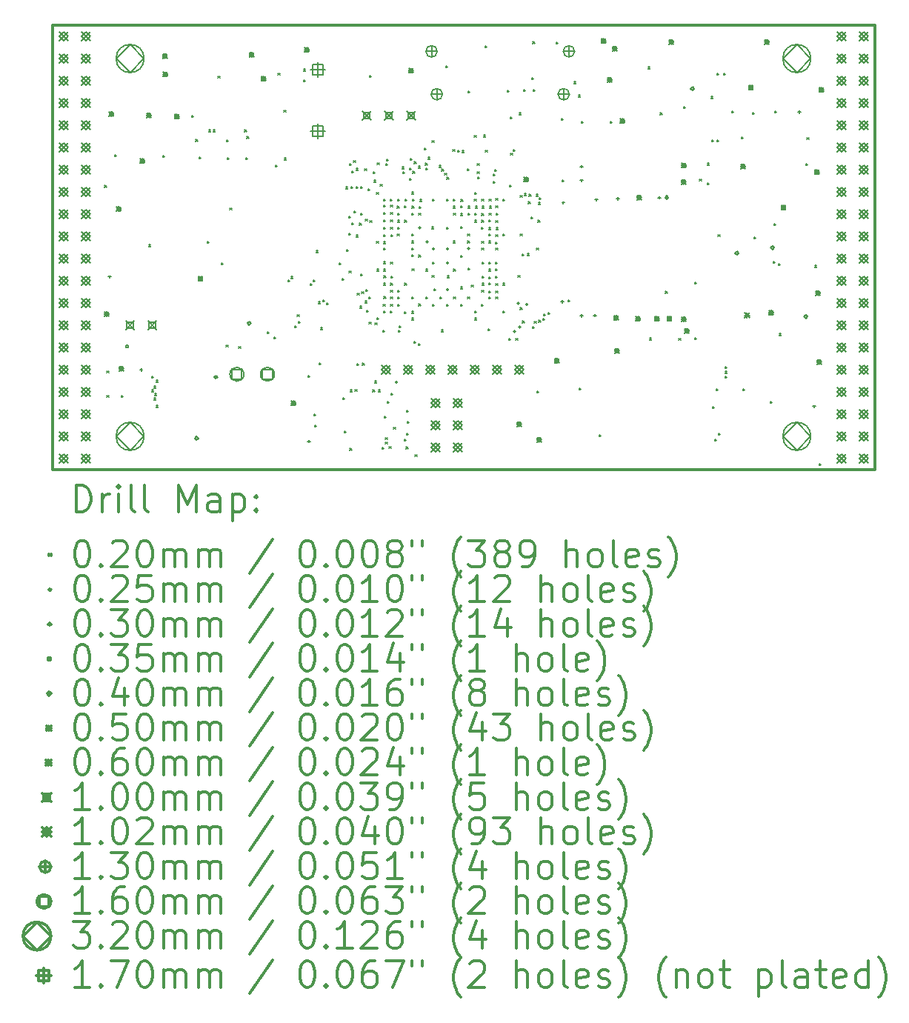
<source format=gbr>
%FSLAX45Y45*%
G04 Gerber Fmt 4.5, Leading zero omitted, Abs format (unit mm)*
G04 Created by KiCad (PCBNEW 5.0.0-rc3+dfsg1-2) date Sun Jul 15 09:33:05 2018*
%MOMM*%
%LPD*%
G01*
G04 APERTURE LIST*
%ADD10C,0.300000*%
%ADD11C,0.200000*%
G04 APERTURE END LIST*
D10*
X9410000Y-6142000D02*
X9410000Y-11222000D01*
X18808000Y-6142000D02*
X9410000Y-6142000D01*
X18808000Y-11222000D02*
X18808000Y-6142000D01*
X9410000Y-11222000D02*
X18808000Y-11222000D01*
D11*
X10009600Y-7973500D02*
X10029600Y-7993500D01*
X10029600Y-7973500D02*
X10009600Y-7993500D01*
X10035000Y-10094400D02*
X10055000Y-10114400D01*
X10055000Y-10094400D02*
X10035000Y-10114400D01*
X10035000Y-10373800D02*
X10055000Y-10393800D01*
X10055000Y-10373800D02*
X10035000Y-10393800D01*
X10125400Y-7619700D02*
X10145400Y-7639700D01*
X10145400Y-7619700D02*
X10125400Y-7639700D01*
X10200100Y-10373800D02*
X10220100Y-10393800D01*
X10220100Y-10373800D02*
X10200100Y-10393800D01*
X10514501Y-8649556D02*
X10534501Y-8669556D01*
X10534501Y-8649556D02*
X10514501Y-8669556D01*
X10545314Y-10310867D02*
X10565314Y-10330867D01*
X10565314Y-10310867D02*
X10545314Y-10330867D01*
X10547276Y-10151849D02*
X10567276Y-10171849D01*
X10567276Y-10151849D02*
X10547276Y-10171849D01*
X10574100Y-10266721D02*
X10594100Y-10286721D01*
X10594100Y-10266721D02*
X10574100Y-10286721D01*
X10574777Y-10403885D02*
X10594777Y-10423885D01*
X10594777Y-10403885D02*
X10574777Y-10423885D01*
X10579048Y-10351357D02*
X10599048Y-10371357D01*
X10599048Y-10351357D02*
X10579048Y-10371357D01*
X10597613Y-10199347D02*
X10617613Y-10219347D01*
X10617613Y-10199347D02*
X10597613Y-10219347D01*
X10598875Y-10487404D02*
X10618875Y-10507404D01*
X10618875Y-10487404D02*
X10598875Y-10507404D01*
X10671500Y-7632400D02*
X10691500Y-7652400D01*
X10691500Y-7632400D02*
X10671500Y-7652400D01*
X11001700Y-7175200D02*
X11021700Y-7195200D01*
X11021700Y-7175200D02*
X11001700Y-7195200D01*
X11049908Y-7448938D02*
X11069908Y-7468938D01*
X11069908Y-7448938D02*
X11049908Y-7468938D01*
X11090600Y-7645100D02*
X11110600Y-7665100D01*
X11110600Y-7645100D02*
X11090600Y-7665100D01*
X11179522Y-8615379D02*
X11199522Y-8635379D01*
X11199522Y-8615379D02*
X11179522Y-8635379D01*
X11197485Y-7337442D02*
X11217485Y-7357442D01*
X11217485Y-7337442D02*
X11197485Y-7357442D01*
X11251427Y-7337442D02*
X11271427Y-7357442D01*
X11271427Y-7337442D02*
X11251427Y-7357442D01*
X11305725Y-6724363D02*
X11325725Y-6744363D01*
X11325725Y-6724363D02*
X11305725Y-6744363D01*
X11344600Y-8857950D02*
X11364600Y-8877950D01*
X11364600Y-8857950D02*
X11344600Y-8877950D01*
X11397399Y-9798805D02*
X11417399Y-9818805D01*
X11417399Y-9798805D02*
X11397399Y-9818805D01*
X11400408Y-7451220D02*
X11420408Y-7471220D01*
X11420408Y-7451220D02*
X11400408Y-7471220D01*
X11408100Y-7657800D02*
X11428100Y-7677800D01*
X11428100Y-7657800D02*
X11408100Y-7677800D01*
X11441393Y-8230943D02*
X11461393Y-8250943D01*
X11461393Y-8230943D02*
X11441393Y-8250943D01*
X11541450Y-9816800D02*
X11561450Y-9836800D01*
X11561450Y-9816800D02*
X11541450Y-9836800D01*
X11609800Y-7337442D02*
X11629800Y-7357442D01*
X11629800Y-7337442D02*
X11609800Y-7357442D01*
X11624000Y-7657800D02*
X11644000Y-7677800D01*
X11644000Y-7657800D02*
X11624000Y-7677800D01*
X11635200Y-7414700D02*
X11655200Y-7434700D01*
X11655200Y-7414700D02*
X11635200Y-7434700D01*
X11869741Y-9643441D02*
X11889741Y-9663441D01*
X11889741Y-9643441D02*
X11869741Y-9663441D01*
X11941500Y-9702500D02*
X11961500Y-9722500D01*
X11961500Y-9702500D02*
X11941500Y-9722500D01*
X11959215Y-7739412D02*
X11979215Y-7759412D01*
X11979215Y-7739412D02*
X11959215Y-7759412D01*
X11990800Y-6690800D02*
X12010800Y-6710800D01*
X12010800Y-6690800D02*
X11990800Y-6710800D01*
X12056498Y-7112736D02*
X12076498Y-7132736D01*
X12076498Y-7112736D02*
X12056498Y-7132736D01*
X12063993Y-7659408D02*
X12083993Y-7679408D01*
X12083993Y-7659408D02*
X12063993Y-7679408D01*
X12106600Y-9054800D02*
X12126600Y-9074800D01*
X12126600Y-9054800D02*
X12106600Y-9074800D01*
X12139415Y-9013562D02*
X12159415Y-9033562D01*
X12159415Y-9013562D02*
X12139415Y-9033562D01*
X12182800Y-9575500D02*
X12202800Y-9595500D01*
X12202800Y-9575500D02*
X12182800Y-9595500D01*
X12210364Y-9448538D02*
X12230364Y-9468538D01*
X12230364Y-9448538D02*
X12210364Y-9468538D01*
X12220900Y-9524700D02*
X12240900Y-9544700D01*
X12240900Y-9524700D02*
X12220900Y-9544700D01*
X12282618Y-6643232D02*
X12302618Y-6663232D01*
X12302618Y-6643232D02*
X12282618Y-6663232D01*
X12284400Y-6768800D02*
X12304400Y-6788800D01*
X12304400Y-6768800D02*
X12284400Y-6788800D01*
X12332545Y-10146435D02*
X12352545Y-10166435D01*
X12352545Y-10146435D02*
X12332545Y-10166435D01*
X12360966Y-9096472D02*
X12380966Y-9116472D01*
X12380966Y-9096472D02*
X12360966Y-9116472D01*
X12391502Y-9053519D02*
X12411502Y-9073519D01*
X12411502Y-9053519D02*
X12391502Y-9073519D01*
X12403550Y-10583350D02*
X12423550Y-10603350D01*
X12423550Y-10583350D02*
X12403550Y-10603350D01*
X12410242Y-10710764D02*
X12430242Y-10730764D01*
X12430242Y-10710764D02*
X12410242Y-10730764D01*
X12426118Y-8717437D02*
X12446118Y-8737437D01*
X12446118Y-8717437D02*
X12426118Y-8737437D01*
X12426118Y-8717437D02*
X12446118Y-8737437D01*
X12446118Y-8717437D02*
X12426118Y-8737437D01*
X12453269Y-9302035D02*
X12473269Y-9322035D01*
X12473269Y-9302035D02*
X12453269Y-9322035D01*
X12460744Y-10002698D02*
X12480744Y-10022698D01*
X12480744Y-10002698D02*
X12460744Y-10022698D01*
X12474902Y-9600287D02*
X12494902Y-9620287D01*
X12494902Y-9600287D02*
X12474902Y-9620287D01*
X12501033Y-9279764D02*
X12521033Y-9299764D01*
X12521033Y-9279764D02*
X12501033Y-9299764D01*
X12542510Y-9313676D02*
X12562510Y-9333676D01*
X12562510Y-9313676D02*
X12542510Y-9333676D01*
X12687018Y-8855931D02*
X12707018Y-8875931D01*
X12707018Y-8855931D02*
X12687018Y-8875931D01*
X12720111Y-9035435D02*
X12740111Y-9055435D01*
X12740111Y-9035435D02*
X12720111Y-9055435D01*
X12731909Y-10397773D02*
X12751909Y-10417773D01*
X12751909Y-10397773D02*
X12731909Y-10417773D01*
X12748660Y-10777504D02*
X12768660Y-10797504D01*
X12768660Y-10777504D02*
X12748660Y-10797504D01*
X12764988Y-7989114D02*
X12784988Y-8009114D01*
X12784988Y-7989114D02*
X12764988Y-8009114D01*
X12771035Y-8708207D02*
X12791035Y-8728207D01*
X12791035Y-8708207D02*
X12771035Y-8728207D01*
X12796207Y-8322888D02*
X12816207Y-8342888D01*
X12816207Y-8322888D02*
X12796207Y-8342888D01*
X12799179Y-8517702D02*
X12819179Y-8537702D01*
X12819179Y-8517702D02*
X12799179Y-8537702D01*
X12803679Y-8951152D02*
X12823679Y-8971152D01*
X12823679Y-8951152D02*
X12803679Y-8971152D01*
X12805201Y-7723267D02*
X12825201Y-7743267D01*
X12825201Y-7723267D02*
X12805201Y-7743267D01*
X12810474Y-10979299D02*
X12830474Y-10999299D01*
X12830474Y-10979299D02*
X12810474Y-10999299D01*
X12814780Y-10310898D02*
X12834780Y-10330898D01*
X12834780Y-10310898D02*
X12814780Y-10330898D01*
X12822879Y-7985310D02*
X12842879Y-8005310D01*
X12842879Y-7985310D02*
X12822879Y-8005310D01*
X12834680Y-7807951D02*
X12854680Y-7827951D01*
X12854680Y-7807951D02*
X12834680Y-7827951D01*
X12835268Y-8401687D02*
X12855268Y-8421687D01*
X12855268Y-8401687D02*
X12835268Y-8421687D01*
X12854493Y-7691566D02*
X12874493Y-7711566D01*
X12874493Y-7691566D02*
X12854493Y-7711566D01*
X12859178Y-8263722D02*
X12879178Y-8283722D01*
X12879178Y-8263722D02*
X12859178Y-8283722D01*
X12870682Y-10308590D02*
X12890682Y-10328590D01*
X12890682Y-10308590D02*
X12870682Y-10328590D01*
X12880857Y-7988548D02*
X12900857Y-8008548D01*
X12900857Y-7988548D02*
X12880857Y-8008548D01*
X12881301Y-8540585D02*
X12901301Y-8560585D01*
X12901301Y-8540585D02*
X12881301Y-8560585D01*
X12886175Y-7777882D02*
X12906175Y-7797882D01*
X12906175Y-7777882D02*
X12886175Y-7797882D01*
X12890520Y-10007480D02*
X12910520Y-10027480D01*
X12910520Y-10007480D02*
X12890520Y-10027480D01*
X12895573Y-9206272D02*
X12915573Y-9226272D01*
X12915573Y-9206272D02*
X12895573Y-9226272D01*
X12920256Y-8405350D02*
X12940256Y-8425350D01*
X12940256Y-8405350D02*
X12920256Y-8425350D01*
X12926203Y-9354578D02*
X12946203Y-9374578D01*
X12946203Y-9354578D02*
X12926203Y-9374578D01*
X12933760Y-7984679D02*
X12953760Y-8004679D01*
X12953760Y-7984679D02*
X12933760Y-8004679D01*
X12934924Y-8983794D02*
X12954924Y-9003794D01*
X12954924Y-8983794D02*
X12934924Y-9003794D01*
X12935809Y-8290406D02*
X12955809Y-8310406D01*
X12955809Y-8290406D02*
X12935809Y-8310406D01*
X12946857Y-9190566D02*
X12966857Y-9210566D01*
X12966857Y-9190566D02*
X12946857Y-9210566D01*
X12956000Y-10005500D02*
X12976000Y-10025500D01*
X12976000Y-10005500D02*
X12956000Y-10025500D01*
X12982095Y-7781082D02*
X13002095Y-7801082D01*
X13002095Y-7781082D02*
X12982095Y-7801082D01*
X12987271Y-9293510D02*
X13007271Y-9313510D01*
X13007271Y-9293510D02*
X12987271Y-9313510D01*
X12989202Y-8359151D02*
X13009202Y-8379151D01*
X13009202Y-8359151D02*
X12989202Y-8379151D01*
X12991955Y-9163298D02*
X13011955Y-9183298D01*
X13011955Y-9163298D02*
X12991955Y-9183298D01*
X13002337Y-9402267D02*
X13022337Y-9422267D01*
X13022337Y-9402267D02*
X13002337Y-9422267D01*
X13017215Y-8013821D02*
X13037215Y-8033821D01*
X13037215Y-8013821D02*
X13017215Y-8033821D01*
X13028454Y-9248473D02*
X13048454Y-9268473D01*
X13048454Y-9248473D02*
X13028454Y-9268473D01*
X13032200Y-9535600D02*
X13052200Y-9555600D01*
X13052200Y-9535600D02*
X13032200Y-9555600D01*
X13033700Y-6718000D02*
X13053700Y-6738000D01*
X13053700Y-6718000D02*
X13033700Y-6738000D01*
X13038793Y-8376986D02*
X13058793Y-8396986D01*
X13058793Y-8376986D02*
X13038793Y-8396986D01*
X13073948Y-10310899D02*
X13093948Y-10330899D01*
X13093948Y-10310899D02*
X13073948Y-10330899D01*
X13077859Y-7815329D02*
X13097859Y-7835329D01*
X13097859Y-7815329D02*
X13077859Y-7835329D01*
X13085264Y-7914901D02*
X13105264Y-7934901D01*
X13105264Y-7914901D02*
X13085264Y-7934901D01*
X13093907Y-10208700D02*
X13113907Y-10228700D01*
X13113907Y-10208700D02*
X13093907Y-10228700D01*
X13098471Y-9546418D02*
X13118471Y-9566418D01*
X13118471Y-9546418D02*
X13098471Y-9566418D01*
X13116430Y-8612711D02*
X13136430Y-8632711D01*
X13136430Y-8612711D02*
X13116430Y-8632711D01*
X13116518Y-8052178D02*
X13136518Y-8072178D01*
X13136518Y-8052178D02*
X13116518Y-8072178D01*
X13117950Y-8930733D02*
X13137950Y-8950733D01*
X13137950Y-8930733D02*
X13117950Y-8950733D01*
X13121616Y-9485914D02*
X13141616Y-9505914D01*
X13141616Y-9485914D02*
X13121616Y-9505914D01*
X13125345Y-7716470D02*
X13145345Y-7736470D01*
X13145345Y-7716470D02*
X13125345Y-7736470D01*
X13135385Y-10310829D02*
X13155385Y-10330829D01*
X13155385Y-10310829D02*
X13135385Y-10330829D01*
X13157757Y-7959799D02*
X13177757Y-7979799D01*
X13177757Y-7959799D02*
X13157757Y-7979799D01*
X13178250Y-10964350D02*
X13198250Y-10984350D01*
X13198250Y-10964350D02*
X13178250Y-10984350D01*
X13188633Y-9630479D02*
X13208633Y-9650479D01*
X13208633Y-9630479D02*
X13188633Y-9650479D01*
X13193199Y-9330000D02*
X13213199Y-9350000D01*
X13213199Y-9330000D02*
X13193199Y-9350000D01*
X13197562Y-8931064D02*
X13217562Y-8951064D01*
X13217562Y-8931064D02*
X13197562Y-8951064D01*
X13197734Y-9090201D02*
X13217734Y-9110201D01*
X13217734Y-9090201D02*
X13197734Y-9110201D01*
X13197902Y-8284734D02*
X13217902Y-8304734D01*
X13217902Y-8284734D02*
X13197902Y-8304734D01*
X13197999Y-8200333D02*
X13217999Y-8220333D01*
X13217999Y-8200333D02*
X13197999Y-8220333D01*
X13198000Y-8690000D02*
X13218000Y-8710000D01*
X13218000Y-8690000D02*
X13198000Y-8710000D01*
X13198000Y-9410000D02*
X13218000Y-9430000D01*
X13218000Y-9410000D02*
X13198000Y-9430000D01*
X13198303Y-8616041D02*
X13218303Y-8636041D01*
X13218303Y-8616041D02*
X13198303Y-8636041D01*
X13198368Y-8369136D02*
X13218368Y-8389136D01*
X13218368Y-8369136D02*
X13198368Y-8389136D01*
X13198405Y-8845827D02*
X13218405Y-8865827D01*
X13218405Y-8845827D02*
X13198405Y-8865827D01*
X13198801Y-8130801D02*
X13218801Y-8150801D01*
X13218801Y-8130801D02*
X13198801Y-8150801D01*
X13198979Y-8537938D02*
X13218979Y-8557938D01*
X13218979Y-8537938D02*
X13198979Y-8557938D01*
X13199289Y-8453537D02*
X13219289Y-8473537D01*
X13219289Y-8453537D02*
X13199289Y-8473537D01*
X13200000Y-9005799D02*
X13220000Y-9025799D01*
X13220000Y-9005799D02*
X13200000Y-9025799D01*
X13201075Y-9242748D02*
X13221075Y-9262748D01*
X13221075Y-9242748D02*
X13201075Y-9262748D01*
X13206286Y-10608587D02*
X13226286Y-10628587D01*
X13226286Y-10608587D02*
X13206286Y-10628587D01*
X13217511Y-10908296D02*
X13237511Y-10928296D01*
X13237511Y-10908296D02*
X13217511Y-10928296D01*
X13218833Y-10855612D02*
X13238833Y-10875612D01*
X13238833Y-10855612D02*
X13218833Y-10875612D01*
X13220903Y-7724256D02*
X13240903Y-7744256D01*
X13240903Y-7724256D02*
X13220903Y-7744256D01*
X13232873Y-7672932D02*
X13252873Y-7692932D01*
X13252873Y-7672932D02*
X13232873Y-7692932D01*
X13236800Y-10440341D02*
X13256800Y-10460341D01*
X13256800Y-10440341D02*
X13236800Y-10460341D01*
X13260800Y-10958000D02*
X13280800Y-10978000D01*
X13280800Y-10958000D02*
X13260800Y-10978000D01*
X13272048Y-8130098D02*
X13292048Y-8150098D01*
X13292048Y-8130098D02*
X13272048Y-8150098D01*
X13274623Y-9409707D02*
X13294623Y-9429707D01*
X13294623Y-9409707D02*
X13274623Y-9429707D01*
X13277261Y-8284735D02*
X13297261Y-8304735D01*
X13297261Y-8284735D02*
X13277261Y-8304735D01*
X13278000Y-8200334D02*
X13298000Y-8220334D01*
X13298000Y-8200334D02*
X13278000Y-8220334D01*
X13278000Y-8850000D02*
X13298000Y-8870000D01*
X13298000Y-8850000D02*
X13278000Y-8870000D01*
X13278000Y-9090000D02*
X13298000Y-9110000D01*
X13298000Y-9090000D02*
X13278000Y-9110000D01*
X13278000Y-9170000D02*
X13298000Y-9190000D01*
X13298000Y-9170000D02*
X13278000Y-9190000D01*
X13278000Y-9250000D02*
X13298000Y-9270000D01*
X13298000Y-9250000D02*
X13278000Y-9270000D01*
X13278000Y-9330000D02*
X13298000Y-9350000D01*
X13298000Y-9330000D02*
X13278000Y-9350000D01*
X13278175Y-8369136D02*
X13298175Y-8389136D01*
X13298175Y-8369136D02*
X13278175Y-8389136D01*
X13278218Y-8453537D02*
X13298218Y-8473537D01*
X13298218Y-8453537D02*
X13278218Y-8473537D01*
X13279688Y-8536938D02*
X13299688Y-8556938D01*
X13299688Y-8536938D02*
X13279688Y-8556938D01*
X13280000Y-9008000D02*
X13300000Y-9028000D01*
X13300000Y-9008000D02*
X13280000Y-9028000D01*
X13282849Y-10350134D02*
X13302849Y-10370134D01*
X13302849Y-10350134D02*
X13282849Y-10370134D01*
X13311600Y-10736500D02*
X13331600Y-10756500D01*
X13331600Y-10736500D02*
X13311600Y-10756500D01*
X13352314Y-8526642D02*
X13372314Y-8546642D01*
X13372314Y-8526642D02*
X13352314Y-8546642D01*
X13354839Y-8209060D02*
X13374839Y-8229060D01*
X13374839Y-8209060D02*
X13354839Y-8229060D01*
X13356449Y-8131468D02*
X13376449Y-8151468D01*
X13376449Y-8131468D02*
X13356449Y-8151468D01*
X13357194Y-8449520D02*
X13377194Y-8469520D01*
X13377194Y-8449520D02*
X13357194Y-8469520D01*
X13358000Y-8290000D02*
X13378000Y-8310000D01*
X13378000Y-8290000D02*
X13358000Y-8310000D01*
X13358000Y-8370000D02*
X13378000Y-8390000D01*
X13378000Y-8370000D02*
X13358000Y-8390000D01*
X13358000Y-9170000D02*
X13378000Y-9190000D01*
X13378000Y-9170000D02*
X13358000Y-9190000D01*
X13358000Y-9250000D02*
X13378000Y-9270000D01*
X13378000Y-9250000D02*
X13358000Y-9270000D01*
X13358548Y-9330230D02*
X13378548Y-9350230D01*
X13378548Y-9330230D02*
X13358548Y-9350230D01*
X13366285Y-9629515D02*
X13386285Y-9649515D01*
X13386285Y-9629515D02*
X13366285Y-9649515D01*
X13375239Y-9577580D02*
X13395239Y-9597580D01*
X13395239Y-9577580D02*
X13375239Y-9597580D01*
X13407730Y-7762109D02*
X13427730Y-7782109D01*
X13427730Y-7762109D02*
X13407730Y-7782109D01*
X13415018Y-7815381D02*
X13435018Y-7835381D01*
X13435018Y-7815381D02*
X13415018Y-7835381D01*
X13433398Y-8208015D02*
X13453398Y-8228015D01*
X13453398Y-8208015D02*
X13433398Y-8228015D01*
X13435582Y-9416717D02*
X13455582Y-9436717D01*
X13455582Y-9416717D02*
X13435582Y-9436717D01*
X13436400Y-10874197D02*
X13456400Y-10894197D01*
X13456400Y-10874197D02*
X13436400Y-10894197D01*
X13438000Y-8370000D02*
X13458000Y-8390000D01*
X13458000Y-8370000D02*
X13438000Y-8390000D01*
X13438000Y-9090000D02*
X13458000Y-9110000D01*
X13458000Y-9090000D02*
X13438000Y-9110000D01*
X13440850Y-8130675D02*
X13460850Y-8150675D01*
X13460850Y-8130675D02*
X13440850Y-8150675D01*
X13453687Y-10961995D02*
X13473687Y-10981995D01*
X13473687Y-10961995D02*
X13453687Y-10981995D01*
X13457587Y-10803159D02*
X13477587Y-10823159D01*
X13477587Y-10803159D02*
X13457587Y-10823159D01*
X13460735Y-10540845D02*
X13480735Y-10560845D01*
X13480735Y-10540845D02*
X13460735Y-10560845D01*
X13465065Y-10671051D02*
X13485065Y-10691051D01*
X13485065Y-10671051D02*
X13465065Y-10691051D01*
X13492132Y-7892495D02*
X13512132Y-7912495D01*
X13512132Y-7892495D02*
X13492132Y-7912495D01*
X13493478Y-7773120D02*
X13513478Y-7793120D01*
X13513478Y-7773120D02*
X13493478Y-7793120D01*
X13502968Y-7663013D02*
X13522968Y-7683013D01*
X13522968Y-7663013D02*
X13502968Y-7683013D01*
X13516300Y-8762700D02*
X13536300Y-8782700D01*
X13536300Y-8762700D02*
X13516300Y-8782700D01*
X13518000Y-8292201D02*
X13538000Y-8312201D01*
X13538000Y-8292201D02*
X13518000Y-8312201D01*
X13518000Y-8530000D02*
X13538000Y-8550000D01*
X13538000Y-8530000D02*
X13518000Y-8550000D01*
X13518000Y-8610000D02*
X13538000Y-8630000D01*
X13538000Y-8610000D02*
X13518000Y-8630000D01*
X13518000Y-8690000D02*
X13538000Y-8710000D01*
X13538000Y-8690000D02*
X13518000Y-8710000D01*
X13518000Y-9250000D02*
X13538000Y-9270000D01*
X13538000Y-9250000D02*
X13518000Y-9270000D01*
X13518128Y-8048312D02*
X13538128Y-8068312D01*
X13538128Y-8048312D02*
X13518128Y-8068312D01*
X13518463Y-9488530D02*
X13538463Y-9508530D01*
X13538463Y-9488530D02*
X13518463Y-9508530D01*
X13518862Y-9412562D02*
X13538862Y-9432562D01*
X13538862Y-9412562D02*
X13518862Y-9432562D01*
X13521538Y-8209385D02*
X13541538Y-8229385D01*
X13541538Y-8209385D02*
X13521538Y-8229385D01*
X13524276Y-8928163D02*
X13544276Y-8948163D01*
X13544276Y-8928163D02*
X13524276Y-8948163D01*
X13525957Y-8129544D02*
X13545957Y-8149544D01*
X13545957Y-8129544D02*
X13525957Y-8149544D01*
X13531439Y-7812965D02*
X13551439Y-7832965D01*
X13551439Y-7812965D02*
X13531439Y-7832965D01*
X13541700Y-9753300D02*
X13561700Y-9773300D01*
X13561700Y-9753300D02*
X13541700Y-9773300D01*
X13548770Y-7704070D02*
X13568770Y-7724070D01*
X13568770Y-7704070D02*
X13548770Y-7724070D01*
X13555656Y-11051071D02*
X13575656Y-11071071D01*
X13575656Y-11051071D02*
X13555656Y-11071071D01*
X13594882Y-7754550D02*
X13614882Y-7774550D01*
X13614882Y-7754550D02*
X13594882Y-7774550D01*
X13595027Y-9781423D02*
X13615027Y-9801423D01*
X13615027Y-9781423D02*
X13595027Y-9801423D01*
X13598000Y-8290000D02*
X13618000Y-8310000D01*
X13618000Y-8290000D02*
X13598000Y-8310000D01*
X13598000Y-8770000D02*
X13618000Y-8790000D01*
X13618000Y-8770000D02*
X13598000Y-8790000D01*
X13599596Y-9326965D02*
X13619596Y-9346965D01*
X13619596Y-9326965D02*
X13599596Y-9346965D01*
X13602455Y-8216004D02*
X13622455Y-8236004D01*
X13622455Y-8216004D02*
X13602455Y-8236004D01*
X13613334Y-8133723D02*
X13633334Y-8153723D01*
X13633334Y-8133723D02*
X13613334Y-8153723D01*
X13664259Y-7547941D02*
X13684259Y-7567941D01*
X13684259Y-7547941D02*
X13664259Y-7567941D01*
X13676320Y-7718760D02*
X13696320Y-7738760D01*
X13696320Y-7718760D02*
X13676320Y-7738760D01*
X13678000Y-8930000D02*
X13698000Y-8950000D01*
X13698000Y-8930000D02*
X13678000Y-8950000D01*
X13678000Y-9250000D02*
X13698000Y-9270000D01*
X13698000Y-9250000D02*
X13678000Y-9270000D01*
X13679461Y-7776107D02*
X13699461Y-7796107D01*
X13699461Y-7776107D02*
X13679461Y-7796107D01*
X13707437Y-7652487D02*
X13727437Y-7672487D01*
X13727437Y-7652487D02*
X13707437Y-7672487D01*
X13745078Y-8447729D02*
X13765078Y-8467729D01*
X13765078Y-8447729D02*
X13745078Y-8467729D01*
X13752489Y-9002290D02*
X13772489Y-9022290D01*
X13772489Y-9002290D02*
X13752489Y-9022290D01*
X13752520Y-7459680D02*
X13772520Y-7479680D01*
X13772520Y-7459680D02*
X13752520Y-7479680D01*
X13758000Y-8130000D02*
X13778000Y-8150000D01*
X13778000Y-8130000D02*
X13758000Y-8150000D01*
X13758000Y-8850000D02*
X13778000Y-8870000D01*
X13778000Y-8850000D02*
X13758000Y-8870000D01*
X13758000Y-9330000D02*
X13778000Y-9350000D01*
X13778000Y-9330000D02*
X13758000Y-9350000D01*
X13770300Y-9156400D02*
X13790300Y-9176400D01*
X13790300Y-9156400D02*
X13770300Y-9176400D01*
X13830592Y-7745154D02*
X13850592Y-7765154D01*
X13850592Y-7745154D02*
X13830592Y-7765154D01*
X13838000Y-9250000D02*
X13858000Y-9270000D01*
X13858000Y-9250000D02*
X13838000Y-9270000D01*
X13857700Y-9624500D02*
X13877700Y-9644500D01*
X13877700Y-9624500D02*
X13857700Y-9644500D01*
X13862293Y-7788159D02*
X13882293Y-7808159D01*
X13882293Y-7788159D02*
X13862293Y-7808159D01*
X13893994Y-7831909D02*
X13913994Y-7851909D01*
X13913994Y-7831909D02*
X13893994Y-7851909D01*
X13910000Y-6603700D02*
X13930000Y-6623700D01*
X13930000Y-6603700D02*
X13910000Y-6623700D01*
X13917252Y-8451135D02*
X13937252Y-8471135D01*
X13937252Y-8451135D02*
X13917252Y-8471135D01*
X13918000Y-8130000D02*
X13938000Y-8150000D01*
X13938000Y-8130000D02*
X13918000Y-8150000D01*
X13918000Y-9330000D02*
X13938000Y-9350000D01*
X13938000Y-9330000D02*
X13918000Y-9350000D01*
X13921466Y-7881869D02*
X13941466Y-7901869D01*
X13941466Y-7881869D02*
X13921466Y-7901869D01*
X13922232Y-9006404D02*
X13942232Y-9026404D01*
X13942232Y-9006404D02*
X13922232Y-9026404D01*
X13989274Y-7564800D02*
X14009274Y-7584800D01*
X14009274Y-7564800D02*
X13989274Y-7584800D01*
X13991460Y-8609297D02*
X14011460Y-8629297D01*
X14011460Y-8609297D02*
X13991460Y-8629297D01*
X13992898Y-8130000D02*
X14012898Y-8150000D01*
X14012898Y-8130000D02*
X13992898Y-8150000D01*
X13992898Y-8210000D02*
X14012898Y-8230000D01*
X14012898Y-8210000D02*
X13992898Y-8230000D01*
X13996000Y-8292000D02*
X14016000Y-8312000D01*
X14016000Y-8292000D02*
X13996000Y-8312000D01*
X13998000Y-8930000D02*
X14018000Y-8950000D01*
X14018000Y-8930000D02*
X13998000Y-8950000D01*
X13998000Y-9250000D02*
X14018000Y-9270000D01*
X14018000Y-9250000D02*
X13998000Y-9270000D01*
X14041773Y-7569399D02*
X14061773Y-7589399D01*
X14061773Y-7569399D02*
X14041773Y-7589399D01*
X14076133Y-8294127D02*
X14096133Y-8314127D01*
X14096133Y-8294127D02*
X14076133Y-8314127D01*
X14077299Y-8207716D02*
X14097299Y-8227716D01*
X14097299Y-8207716D02*
X14077299Y-8227716D01*
X14077419Y-9133335D02*
X14097419Y-9153335D01*
X14097419Y-9133335D02*
X14077419Y-9153335D01*
X14077693Y-8445254D02*
X14097693Y-8465254D01*
X14097693Y-8445254D02*
X14077693Y-8465254D01*
X14078000Y-9330000D02*
X14098000Y-9350000D01*
X14098000Y-9330000D02*
X14078000Y-9350000D01*
X14079623Y-8771623D02*
X14099623Y-8791623D01*
X14099623Y-8771623D02*
X14079623Y-8791623D01*
X14082264Y-8134744D02*
X14102264Y-8154744D01*
X14102264Y-8134744D02*
X14082264Y-8154744D01*
X14094211Y-7574661D02*
X14114211Y-7594661D01*
X14114211Y-7574661D02*
X14094211Y-7594661D01*
X14152481Y-7781450D02*
X14172481Y-7801450D01*
X14172481Y-7781450D02*
X14152481Y-7801450D01*
X14158000Y-8530000D02*
X14178000Y-8550000D01*
X14178000Y-8530000D02*
X14158000Y-8550000D01*
X14158000Y-8610000D02*
X14178000Y-8630000D01*
X14178000Y-8610000D02*
X14158000Y-8630000D01*
X14158000Y-9250000D02*
X14178000Y-9270000D01*
X14178000Y-9250000D02*
X14158000Y-9270000D01*
X14162701Y-8209494D02*
X14182701Y-8229494D01*
X14182701Y-8209494D02*
X14162701Y-8229494D01*
X14162701Y-8289887D02*
X14182701Y-8309887D01*
X14182701Y-8289887D02*
X14162701Y-8309887D01*
X14164000Y-8915099D02*
X14184000Y-8935099D01*
X14184000Y-8915099D02*
X14164000Y-8935099D01*
X14164285Y-6893836D02*
X14184285Y-6913836D01*
X14184285Y-6893836D02*
X14164285Y-6913836D01*
X14200722Y-9110102D02*
X14220722Y-9130102D01*
X14220722Y-9110102D02*
X14200722Y-9130102D01*
X14233699Y-7403800D02*
X14253699Y-7423800D01*
X14253699Y-7403800D02*
X14233699Y-7423800D01*
X14235032Y-8132000D02*
X14255032Y-8152000D01*
X14255032Y-8132000D02*
X14235032Y-8152000D01*
X14236000Y-8052000D02*
X14256000Y-8072000D01*
X14256000Y-8052000D02*
X14236000Y-8072000D01*
X14236000Y-8292000D02*
X14256000Y-8312000D01*
X14256000Y-8292000D02*
X14236000Y-8312000D01*
X14238000Y-8370000D02*
X14258000Y-8390000D01*
X14258000Y-8370000D02*
X14238000Y-8390000D01*
X14238000Y-9410000D02*
X14258000Y-9430000D01*
X14258000Y-9410000D02*
X14238000Y-9430000D01*
X14238000Y-9490000D02*
X14258000Y-9510000D01*
X14258000Y-9490000D02*
X14238000Y-9510000D01*
X14247102Y-8210435D02*
X14267102Y-8230435D01*
X14267102Y-8210435D02*
X14247102Y-8230435D01*
X14268441Y-7818307D02*
X14288441Y-7838307D01*
X14288441Y-7818307D02*
X14268441Y-7838307D01*
X14268583Y-7724192D02*
X14288583Y-7744192D01*
X14288583Y-7724192D02*
X14268583Y-7744192D01*
X14271130Y-7874603D02*
X14291130Y-7894603D01*
X14291130Y-7874603D02*
X14271130Y-7894603D01*
X14316000Y-8452000D02*
X14336000Y-8472000D01*
X14336000Y-8452000D02*
X14316000Y-8472000D01*
X14316969Y-9331491D02*
X14336969Y-9351491D01*
X14336969Y-9331491D02*
X14316969Y-9351491D01*
X14318000Y-8370000D02*
X14338000Y-8390000D01*
X14338000Y-8370000D02*
X14318000Y-8390000D01*
X14318000Y-8690000D02*
X14338000Y-8710000D01*
X14338000Y-8690000D02*
X14318000Y-8710000D01*
X14318000Y-9170000D02*
X14338000Y-9190000D01*
X14338000Y-9170000D02*
X14318000Y-9190000D01*
X14318740Y-8294201D02*
X14338740Y-8314201D01*
X14338740Y-8294201D02*
X14318740Y-8314201D01*
X14319433Y-8127729D02*
X14339433Y-8147729D01*
X14339433Y-8127729D02*
X14319433Y-8147729D01*
X14320000Y-8612000D02*
X14340000Y-8632000D01*
X14340000Y-8612000D02*
X14320000Y-8632000D01*
X14322201Y-8849503D02*
X14342201Y-8869503D01*
X14342201Y-8849503D02*
X14322201Y-8869503D01*
X14322201Y-9010195D02*
X14342201Y-9030195D01*
X14342201Y-9010195D02*
X14322201Y-9030195D01*
X14322201Y-9090066D02*
X14342201Y-9110066D01*
X14342201Y-9090066D02*
X14322201Y-9110066D01*
X14323265Y-8209799D02*
X14343265Y-8229799D01*
X14343265Y-8209799D02*
X14323265Y-8229799D01*
X14341800Y-7397450D02*
X14361800Y-7417450D01*
X14361800Y-7397450D02*
X14341800Y-7417450D01*
X14355067Y-6376252D02*
X14375067Y-6396252D01*
X14375067Y-6376252D02*
X14355067Y-6396252D01*
X14360888Y-7571730D02*
X14380888Y-7591730D01*
X14380888Y-7571730D02*
X14360888Y-7591730D01*
X14391100Y-9611800D02*
X14411100Y-9631800D01*
X14411100Y-9611800D02*
X14391100Y-9631800D01*
X14396483Y-9177765D02*
X14416483Y-9197765D01*
X14416483Y-9177765D02*
X14396483Y-9197765D01*
X14397624Y-8929530D02*
X14417624Y-8949530D01*
X14417624Y-8929530D02*
X14397624Y-8949530D01*
X14397701Y-9016697D02*
X14417701Y-9036697D01*
X14417701Y-9016697D02*
X14397701Y-9036697D01*
X14398000Y-8610000D02*
X14418000Y-8630000D01*
X14418000Y-8610000D02*
X14398000Y-8630000D01*
X14398000Y-9085650D02*
X14418000Y-9105650D01*
X14418000Y-9085650D02*
X14398000Y-9105650D01*
X14398283Y-8848451D02*
X14418283Y-8868451D01*
X14418283Y-8848451D02*
X14398283Y-8868451D01*
X14400201Y-8529722D02*
X14420201Y-8549722D01*
X14420201Y-8529722D02*
X14400201Y-8549722D01*
X14400319Y-8367799D02*
X14420319Y-8387799D01*
X14420319Y-8367799D02*
X14400319Y-8387799D01*
X14400350Y-8456040D02*
X14420350Y-8476040D01*
X14420350Y-8456040D02*
X14400350Y-8476040D01*
X14401325Y-9248876D02*
X14421325Y-9268876D01*
X14421325Y-9248876D02*
X14401325Y-9268876D01*
X14403141Y-8290000D02*
X14423141Y-8310000D01*
X14423141Y-8290000D02*
X14403141Y-8310000D01*
X14403835Y-8128377D02*
X14423835Y-8148377D01*
X14423835Y-8128377D02*
X14403835Y-8148377D01*
X14407666Y-8210000D02*
X14427666Y-8230000D01*
X14427666Y-8210000D02*
X14407666Y-8230000D01*
X14450634Y-7841735D02*
X14470634Y-7861735D01*
X14470634Y-7841735D02*
X14450634Y-7861735D01*
X14450634Y-7926136D02*
X14470634Y-7946136D01*
X14470634Y-7926136D02*
X14450634Y-7946136D01*
X14469153Y-7792394D02*
X14489153Y-7812394D01*
X14489153Y-7792394D02*
X14469153Y-7812394D01*
X14475676Y-8924990D02*
X14495676Y-8944990D01*
X14495676Y-8924990D02*
X14475676Y-8944990D01*
X14476724Y-9009392D02*
X14496724Y-9029392D01*
X14496724Y-9009392D02*
X14476724Y-9029392D01*
X14477515Y-8619275D02*
X14497515Y-8639275D01*
X14497515Y-8619275D02*
X14477515Y-8639275D01*
X14477765Y-8852201D02*
X14497765Y-8872201D01*
X14497765Y-8852201D02*
X14477765Y-8872201D01*
X14478235Y-9247799D02*
X14498235Y-9267799D01*
X14498235Y-9247799D02*
X14478235Y-9267799D01*
X14478778Y-8123192D02*
X14498778Y-8143192D01*
X14498778Y-8123192D02*
X14478778Y-8143192D01*
X14478812Y-8207593D02*
X14498812Y-8227593D01*
X14498812Y-8207593D02*
X14478812Y-8227593D01*
X14478935Y-8534874D02*
X14498935Y-8554874D01*
X14498935Y-8534874D02*
X14478935Y-8554874D01*
X14479160Y-9178194D02*
X14499160Y-9198194D01*
X14499160Y-9178194D02*
X14479160Y-9198194D01*
X14479432Y-8687756D02*
X14499432Y-8707756D01*
X14499432Y-8687756D02*
X14479432Y-8707756D01*
X14479670Y-8376395D02*
X14499670Y-8396395D01*
X14499670Y-8376395D02*
X14479670Y-8396395D01*
X14480294Y-9093793D02*
X14500294Y-9113793D01*
X14500294Y-9093793D02*
X14480294Y-9113793D01*
X14481241Y-8455796D02*
X14501241Y-8475796D01*
X14501241Y-8455796D02*
X14481241Y-8475796D01*
X14481689Y-8291994D02*
X14501689Y-8311994D01*
X14501689Y-8291994D02*
X14481689Y-8311994D01*
X14557281Y-8529606D02*
X14577281Y-8549606D01*
X14577281Y-8529606D02*
X14557281Y-8549606D01*
X14558000Y-8130512D02*
X14578000Y-8150512D01*
X14578000Y-8130512D02*
X14558000Y-8150512D01*
X14558739Y-9089665D02*
X14578739Y-9109665D01*
X14578739Y-9089665D02*
X14558739Y-9109665D01*
X14559124Y-9406675D02*
X14579124Y-9426675D01*
X14579124Y-9406675D02*
X14559124Y-9426675D01*
X14613342Y-6884608D02*
X14633342Y-6904608D01*
X14633342Y-6884608D02*
X14613342Y-6904608D01*
X14629479Y-9723392D02*
X14649479Y-9743392D01*
X14649479Y-9723392D02*
X14629479Y-9743392D01*
X14638141Y-7971938D02*
X14658141Y-7991938D01*
X14658141Y-7971938D02*
X14638141Y-7991938D01*
X14646600Y-7187900D02*
X14666600Y-7207900D01*
X14666600Y-7187900D02*
X14646600Y-7207900D01*
X14648744Y-7607406D02*
X14668744Y-7627406D01*
X14668744Y-7607406D02*
X14648744Y-7627406D01*
X14680980Y-7560789D02*
X14700980Y-7580789D01*
X14700980Y-7560789D02*
X14680980Y-7580789D01*
X14707598Y-9723392D02*
X14727598Y-9743392D01*
X14727598Y-9723392D02*
X14707598Y-9743392D01*
X14733095Y-9001248D02*
X14753095Y-9021248D01*
X14753095Y-9001248D02*
X14733095Y-9021248D01*
X14748200Y-7143450D02*
X14768200Y-7163450D01*
X14768200Y-7143450D02*
X14748200Y-7163450D01*
X14758739Y-8527409D02*
X14778739Y-8547409D01*
X14778739Y-8527409D02*
X14758739Y-8547409D01*
X14758831Y-8088311D02*
X14778831Y-8108311D01*
X14778831Y-8088311D02*
X14758831Y-8108311D01*
X14760000Y-9372000D02*
X14780000Y-9392000D01*
X14780000Y-9372000D02*
X14760000Y-9392000D01*
X14781079Y-8758342D02*
X14801079Y-8778342D01*
X14801079Y-8758342D02*
X14781079Y-8778342D01*
X14782886Y-9523902D02*
X14802886Y-9543902D01*
X14802886Y-9523902D02*
X14782886Y-9543902D01*
X14799000Y-6876750D02*
X14819000Y-6896750D01*
X14819000Y-6876750D02*
X14799000Y-6896750D01*
X14807525Y-8068155D02*
X14827525Y-8088155D01*
X14827525Y-8068155D02*
X14807525Y-8088155D01*
X14838354Y-8752346D02*
X14858354Y-8772346D01*
X14858354Y-8752346D02*
X14838354Y-8772346D01*
X14851066Y-8160586D02*
X14871066Y-8180586D01*
X14871066Y-8160586D02*
X14851066Y-8180586D01*
X14859611Y-8076185D02*
X14879611Y-8096185D01*
X14879611Y-8076185D02*
X14859611Y-8096185D01*
X14882151Y-8334201D02*
X14902151Y-8354201D01*
X14902151Y-8334201D02*
X14882151Y-8354201D01*
X14887900Y-6742997D02*
X14907900Y-6762997D01*
X14907900Y-6742997D02*
X14887900Y-6762997D01*
X14899100Y-9586400D02*
X14919100Y-9606400D01*
X14919100Y-9586400D02*
X14899100Y-9606400D01*
X14903412Y-6332405D02*
X14923412Y-6352405D01*
X14923412Y-6332405D02*
X14903412Y-6352405D01*
X14906950Y-6876750D02*
X14926950Y-6896750D01*
X14926950Y-6876750D02*
X14906950Y-6896750D01*
X14918439Y-9527799D02*
X14938439Y-9547799D01*
X14938439Y-9527799D02*
X14918439Y-9547799D01*
X14942722Y-8073801D02*
X14962722Y-8093801D01*
X14962722Y-8073801D02*
X14942722Y-8093801D01*
X14945314Y-8688944D02*
X14965314Y-8708944D01*
X14965314Y-8688944D02*
X14945314Y-8708944D01*
X14947728Y-10322085D02*
X14967728Y-10342085D01*
X14967728Y-10322085D02*
X14947728Y-10342085D01*
X14963249Y-8370769D02*
X14983249Y-8390769D01*
X14983249Y-8370769D02*
X14963249Y-8390769D01*
X14968729Y-8167499D02*
X14988729Y-8187499D01*
X14988729Y-8167499D02*
X14968729Y-8187499D01*
X14969589Y-9515108D02*
X14989589Y-9535108D01*
X14989589Y-9515108D02*
X14969589Y-9535108D01*
X14975319Y-8115211D02*
X14995319Y-8135211D01*
X14995319Y-8115211D02*
X14975319Y-8135211D01*
X15017890Y-9494025D02*
X15037890Y-9514025D01*
X15037890Y-9494025D02*
X15017890Y-9514025D01*
X15024597Y-9441753D02*
X15044597Y-9461753D01*
X15044597Y-9441753D02*
X15024597Y-9461753D01*
X15078921Y-9423257D02*
X15098921Y-9443257D01*
X15098921Y-9423257D02*
X15078921Y-9443257D01*
X15167300Y-6337000D02*
X15187300Y-6357000D01*
X15187300Y-6337000D02*
X15167300Y-6357000D01*
X15230800Y-7206950D02*
X15250800Y-7226950D01*
X15250800Y-7206950D02*
X15230800Y-7226950D01*
X15239707Y-7909347D02*
X15259707Y-7929347D01*
X15259707Y-7909347D02*
X15239707Y-7929347D01*
X15305500Y-9281600D02*
X15325500Y-9301600D01*
X15325500Y-9281600D02*
X15305500Y-9301600D01*
X15370500Y-6789627D02*
X15390500Y-6809627D01*
X15390500Y-6789627D02*
X15370500Y-6809627D01*
X15421300Y-6940250D02*
X15441300Y-6960250D01*
X15441300Y-6940250D02*
X15421300Y-6960250D01*
X15432558Y-10288777D02*
X15452558Y-10308777D01*
X15452558Y-10288777D02*
X15432558Y-10308777D01*
X15459400Y-7238700D02*
X15479400Y-7258700D01*
X15479400Y-7238700D02*
X15459400Y-7258700D01*
X15662600Y-10820100D02*
X15682600Y-10840100D01*
X15682600Y-10820100D02*
X15662600Y-10840100D01*
X15789600Y-7238700D02*
X15809600Y-7258700D01*
X15809600Y-7238700D02*
X15789600Y-7258700D01*
X16217147Y-6618496D02*
X16237147Y-6638496D01*
X16237147Y-6618496D02*
X16217147Y-6638496D01*
X16234100Y-9717000D02*
X16254100Y-9737000D01*
X16254100Y-9717000D02*
X16234100Y-9737000D01*
X16360322Y-7144216D02*
X16380322Y-7164216D01*
X16380322Y-7144216D02*
X16360322Y-7164216D01*
X16418510Y-9184590D02*
X16438510Y-9204590D01*
X16438510Y-9184590D02*
X16418510Y-9204590D01*
X16570337Y-9724488D02*
X16590337Y-9744488D01*
X16590337Y-9724488D02*
X16570337Y-9744488D01*
X16625348Y-7073546D02*
X16645348Y-7093546D01*
X16645348Y-7073546D02*
X16625348Y-7093546D01*
X16754800Y-9080200D02*
X16774800Y-9100200D01*
X16774800Y-9080200D02*
X16754800Y-9100200D01*
X16754800Y-9715200D02*
X16774800Y-9735200D01*
X16774800Y-9715200D02*
X16754800Y-9735200D01*
X16806644Y-7900804D02*
X16826644Y-7920804D01*
X16826644Y-7900804D02*
X16806644Y-7920804D01*
X16894500Y-7718000D02*
X16914500Y-7738000D01*
X16914500Y-7718000D02*
X16894500Y-7738000D01*
X16894500Y-7943550D02*
X16914500Y-7963550D01*
X16914500Y-7943550D02*
X16894500Y-7963550D01*
X16941704Y-6958649D02*
X16961704Y-6978649D01*
X16961704Y-6958649D02*
X16941704Y-6978649D01*
X16945300Y-7454600D02*
X16965300Y-7474600D01*
X16965300Y-7454600D02*
X16945300Y-7474600D01*
X16958000Y-10502600D02*
X16978000Y-10522600D01*
X16978000Y-10502600D02*
X16958000Y-10522600D01*
X16983400Y-10870900D02*
X17003400Y-10890900D01*
X17003400Y-10870900D02*
X16983400Y-10890900D01*
X16996100Y-10299400D02*
X17016100Y-10319400D01*
X17016100Y-10299400D02*
X16996100Y-10319400D01*
X17008800Y-6692600D02*
X17028800Y-6712600D01*
X17028800Y-6692600D02*
X17008800Y-6712600D01*
X17008800Y-7454600D02*
X17028800Y-7474600D01*
X17028800Y-7454600D02*
X17008800Y-7474600D01*
X17020954Y-8534153D02*
X17040954Y-8554153D01*
X17040954Y-8534153D02*
X17020954Y-8554153D01*
X17021500Y-10807400D02*
X17041500Y-10827400D01*
X17041500Y-10807400D02*
X17021500Y-10827400D01*
X17085000Y-6692600D02*
X17105000Y-6712600D01*
X17105000Y-6692600D02*
X17085000Y-6712600D01*
X17098912Y-10045982D02*
X17118912Y-10065982D01*
X17118912Y-10045982D02*
X17098912Y-10065982D01*
X17098912Y-10098683D02*
X17118912Y-10118683D01*
X17118912Y-10098683D02*
X17098912Y-10118683D01*
X17098912Y-10155324D02*
X17118912Y-10175324D01*
X17118912Y-10155324D02*
X17098912Y-10175324D01*
X17173900Y-7124400D02*
X17193900Y-7144400D01*
X17193900Y-7124400D02*
X17173900Y-7144400D01*
X17288200Y-7416500D02*
X17308200Y-7436500D01*
X17308200Y-7416500D02*
X17288200Y-7436500D01*
X17300900Y-10299400D02*
X17320900Y-10319400D01*
X17320900Y-10299400D02*
X17300900Y-10319400D01*
X17415200Y-7137100D02*
X17435200Y-7157100D01*
X17435200Y-7137100D02*
X17415200Y-7157100D01*
X17427900Y-8564300D02*
X17447900Y-8584300D01*
X17447900Y-8564300D02*
X17427900Y-8584300D01*
X17618400Y-10439100D02*
X17638400Y-10459100D01*
X17638400Y-10439100D02*
X17618400Y-10459100D01*
X17650543Y-8840716D02*
X17670543Y-8860716D01*
X17670543Y-8840716D02*
X17650543Y-8860716D01*
X17660000Y-8412000D02*
X17680000Y-8432000D01*
X17680000Y-8412000D02*
X17660000Y-8432000D01*
X17669708Y-7124179D02*
X17689708Y-7144179D01*
X17689708Y-7124179D02*
X17669708Y-7144179D01*
X17708899Y-8866403D02*
X17728899Y-8886403D01*
X17728899Y-8866403D02*
X17708899Y-8886403D01*
X17718798Y-9667866D02*
X17738798Y-9687866D01*
X17738798Y-9667866D02*
X17718798Y-9687866D01*
X18024078Y-7721693D02*
X18044078Y-7741693D01*
X18044078Y-7721693D02*
X18024078Y-7741693D01*
X18036000Y-7427400D02*
X18056000Y-7447400D01*
X18056000Y-7427400D02*
X18036000Y-7447400D01*
X18124900Y-8887900D02*
X18144900Y-8907900D01*
X18144900Y-8887900D02*
X18124900Y-8907900D01*
X18177200Y-11150300D02*
X18197200Y-11170300D01*
X18197200Y-11150300D02*
X18177200Y-11170300D01*
X13357629Y-10223262D02*
G75*
G03X13357629Y-10223262I-12700J0D01*
G01*
X13620700Y-8460000D02*
G75*
G03X13620700Y-8460000I-12700J0D01*
G01*
X13706511Y-8619631D02*
G75*
G03X13706511Y-8619631I-12700J0D01*
G01*
X13780700Y-8700000D02*
G75*
G03X13780700Y-8700000I-12700J0D01*
G01*
X13939164Y-9161521D02*
G75*
G03X13939164Y-9161521I-12700J0D01*
G01*
X13940700Y-8700000D02*
G75*
G03X13940700Y-8700000I-12700J0D01*
G01*
X13940700Y-8860000D02*
G75*
G03X13940700Y-8860000I-12700J0D01*
G01*
X14180298Y-8698652D02*
G75*
G03X14180298Y-8698652I-12700J0D01*
G01*
X14706928Y-9645206D02*
G75*
G03X14706928Y-9645206I-12700J0D01*
G01*
X14747089Y-9321713D02*
G75*
G03X14747089Y-9321713I-12700J0D01*
G01*
X14766147Y-9591326D02*
G75*
G03X14766147Y-9591326I-12700J0D01*
G01*
X14847601Y-9332231D02*
G75*
G03X14847601Y-9332231I-12700J0D01*
G01*
X10065212Y-9001224D02*
X10065212Y-9031224D01*
X10050212Y-9016224D02*
X10080212Y-9016224D01*
X10426000Y-10064000D02*
X10426000Y-10094000D01*
X10411000Y-10079000D02*
X10441000Y-10079000D01*
X12343700Y-10882200D02*
X12343700Y-10912200D01*
X12328700Y-10897200D02*
X12358700Y-10897200D01*
X15240800Y-9284750D02*
X15240800Y-9314750D01*
X15225800Y-9299750D02*
X15255800Y-9299750D01*
X15251012Y-8154523D02*
X15251012Y-8184523D01*
X15236012Y-8169523D02*
X15266012Y-8169523D01*
X15456700Y-7741700D02*
X15456700Y-7771700D01*
X15441700Y-7756700D02*
X15471700Y-7756700D01*
X15456700Y-7900450D02*
X15456700Y-7930450D01*
X15441700Y-7915450D02*
X15471700Y-7915450D01*
X15459390Y-9445795D02*
X15459390Y-9475795D01*
X15444390Y-9460795D02*
X15474390Y-9460795D01*
X15609100Y-9443500D02*
X15609100Y-9473500D01*
X15594100Y-9458500D02*
X15624100Y-9458500D01*
X15626277Y-8119937D02*
X15626277Y-8149937D01*
X15611277Y-8134937D02*
X15641277Y-8134937D01*
X15875800Y-8110000D02*
X15875800Y-8140000D01*
X15860800Y-8125000D02*
X15890800Y-8125000D01*
X16345700Y-8097300D02*
X16345700Y-8127300D01*
X16330700Y-8112300D02*
X16360700Y-8112300D01*
X17945900Y-7119400D02*
X17945900Y-7149400D01*
X17930900Y-7134400D02*
X17960900Y-7134400D01*
X18115592Y-10483071D02*
X18115592Y-10513071D01*
X18100592Y-10498071D02*
X18130592Y-10498071D01*
X10274775Y-9826475D02*
X10274775Y-9801726D01*
X10250026Y-9801726D01*
X10250026Y-9826475D01*
X10274775Y-9826475D01*
X11059391Y-10883646D02*
X11079391Y-10863646D01*
X11059391Y-10843646D01*
X11039391Y-10863646D01*
X11059391Y-10883646D01*
X11278400Y-10183350D02*
X11298400Y-10163350D01*
X11278400Y-10143350D01*
X11258400Y-10163350D01*
X11278400Y-10183350D01*
X11659400Y-9567400D02*
X11679400Y-9547400D01*
X11659400Y-9527400D01*
X11639400Y-9547400D01*
X11659400Y-9567400D01*
X16433100Y-8132300D02*
X16453100Y-8112300D01*
X16433100Y-8092300D01*
X16413100Y-8112300D01*
X16433100Y-8132300D01*
X16726700Y-6887700D02*
X16746700Y-6867700D01*
X16726700Y-6847700D01*
X16706700Y-6867700D01*
X16726700Y-6887700D01*
X17234700Y-8767300D02*
X17254700Y-8747300D01*
X17234700Y-8727300D01*
X17214700Y-8747300D01*
X17234700Y-8767300D01*
X17641100Y-8703800D02*
X17661100Y-8683800D01*
X17641100Y-8663800D01*
X17621100Y-8683800D01*
X17641100Y-8703800D01*
X18022100Y-9491200D02*
X18042100Y-9471200D01*
X18022100Y-9451200D01*
X18002100Y-9471200D01*
X18022100Y-9491200D01*
X10007300Y-9419000D02*
X10057300Y-9469000D01*
X10057300Y-9419000D02*
X10007300Y-9469000D01*
X10057300Y-9444000D02*
G75*
G03X10057300Y-9444000I-25000J0D01*
G01*
X10060589Y-7132486D02*
X10110589Y-7182486D01*
X10110589Y-7132486D02*
X10060589Y-7182486D01*
X10110589Y-7157486D02*
G75*
G03X10110589Y-7157486I-25000J0D01*
G01*
X10145789Y-8217318D02*
X10195789Y-8267318D01*
X10195789Y-8217318D02*
X10145789Y-8267318D01*
X10195789Y-8242318D02*
G75*
G03X10195789Y-8242318I-25000J0D01*
G01*
X10173900Y-10043100D02*
X10223900Y-10093100D01*
X10223900Y-10043100D02*
X10173900Y-10093100D01*
X10223900Y-10068100D02*
G75*
G03X10223900Y-10068100I-25000J0D01*
G01*
X10415200Y-7668200D02*
X10465200Y-7718200D01*
X10465200Y-7668200D02*
X10415200Y-7718200D01*
X10465200Y-7693200D02*
G75*
G03X10465200Y-7693200I-25000J0D01*
G01*
X10489900Y-7147500D02*
X10539900Y-7197500D01*
X10539900Y-7147500D02*
X10489900Y-7197500D01*
X10539900Y-7172500D02*
G75*
G03X10539900Y-7172500I-25000J0D01*
G01*
X10672481Y-6470397D02*
X10722481Y-6520397D01*
X10722481Y-6470397D02*
X10672481Y-6520397D01*
X10722481Y-6495397D02*
G75*
G03X10722481Y-6495397I-25000J0D01*
G01*
X10677149Y-6679363D02*
X10727149Y-6729363D01*
X10727149Y-6679363D02*
X10677149Y-6729363D01*
X10727149Y-6704363D02*
G75*
G03X10727149Y-6704363I-25000J0D01*
G01*
X10808900Y-7160200D02*
X10858900Y-7210200D01*
X10858900Y-7160200D02*
X10808900Y-7210200D01*
X10858900Y-7185200D02*
G75*
G03X10858900Y-7185200I-25000J0D01*
G01*
X11077510Y-9016310D02*
X11127510Y-9066310D01*
X11127510Y-9016310D02*
X11077510Y-9066310D01*
X11127510Y-9041310D02*
G75*
G03X11127510Y-9041310I-25000J0D01*
G01*
X11663050Y-6455294D02*
X11713050Y-6505294D01*
X11713050Y-6455294D02*
X11663050Y-6505294D01*
X11713050Y-6480294D02*
G75*
G03X11713050Y-6480294I-25000J0D01*
G01*
X11799500Y-6728400D02*
X11849500Y-6778400D01*
X11849500Y-6728400D02*
X11799500Y-6778400D01*
X11849500Y-6753400D02*
G75*
G03X11849500Y-6753400I-25000J0D01*
G01*
X12142400Y-10436800D02*
X12192400Y-10486800D01*
X12192400Y-10436800D02*
X12142400Y-10486800D01*
X12192400Y-10461800D02*
G75*
G03X12192400Y-10461800I-25000J0D01*
G01*
X12294800Y-6398200D02*
X12344800Y-6448200D01*
X12344800Y-6398200D02*
X12294800Y-6448200D01*
X12344800Y-6423200D02*
G75*
G03X12344800Y-6423200I-25000J0D01*
G01*
X13485559Y-6636662D02*
X13535559Y-6686662D01*
X13535559Y-6636662D02*
X13485559Y-6686662D01*
X13535559Y-6661662D02*
G75*
G03X13535559Y-6661662I-25000J0D01*
G01*
X14720500Y-10678100D02*
X14770500Y-10728100D01*
X14770500Y-10678100D02*
X14720500Y-10728100D01*
X14770500Y-10703100D02*
G75*
G03X14770500Y-10703100I-25000J0D01*
G01*
X14801839Y-7880002D02*
X14851839Y-7930002D01*
X14851839Y-7880002D02*
X14801839Y-7930002D01*
X14851839Y-7905002D02*
G75*
G03X14851839Y-7905002I-25000J0D01*
G01*
X14949100Y-10855900D02*
X14999100Y-10905900D01*
X14999100Y-10855900D02*
X14949100Y-10905900D01*
X14999100Y-10880900D02*
G75*
G03X14999100Y-10880900I-25000J0D01*
G01*
X15150800Y-9952400D02*
X15200800Y-10002400D01*
X15200800Y-9952400D02*
X15150800Y-10002400D01*
X15200800Y-9977400D02*
G75*
G03X15200800Y-9977400I-25000J0D01*
G01*
X15685700Y-6296600D02*
X15735700Y-6346600D01*
X15735700Y-6296600D02*
X15685700Y-6346600D01*
X15735700Y-6321600D02*
G75*
G03X15735700Y-6321600I-25000J0D01*
G01*
X15755757Y-6741927D02*
X15805757Y-6791927D01*
X15805757Y-6741927D02*
X15755757Y-6791927D01*
X15805757Y-6766927D02*
G75*
G03X15805757Y-6766927I-25000J0D01*
G01*
X15812700Y-6385500D02*
X15862700Y-6435500D01*
X15862700Y-6385500D02*
X15812700Y-6435500D01*
X15862700Y-6410500D02*
G75*
G03X15862700Y-6410500I-25000J0D01*
G01*
X15828999Y-9461877D02*
X15878999Y-9511877D01*
X15878999Y-9461877D02*
X15828999Y-9511877D01*
X15878999Y-9486877D02*
G75*
G03X15878999Y-9486877I-25000J0D01*
G01*
X15839500Y-9838500D02*
X15889500Y-9888500D01*
X15889500Y-9838500D02*
X15839500Y-9888500D01*
X15889500Y-9863500D02*
G75*
G03X15889500Y-9863500I-25000J0D01*
G01*
X15901600Y-7211000D02*
X15951600Y-7261000D01*
X15951600Y-7211000D02*
X15901600Y-7261000D01*
X15951600Y-7236000D02*
G75*
G03X15951600Y-7236000I-25000J0D01*
G01*
X16079400Y-9471600D02*
X16129400Y-9521600D01*
X16129400Y-9471600D02*
X16079400Y-9521600D01*
X16129400Y-9496600D02*
G75*
G03X16129400Y-9496600I-25000J0D01*
G01*
X16092100Y-8087300D02*
X16142100Y-8137300D01*
X16142100Y-8087300D02*
X16092100Y-8137300D01*
X16142100Y-8112300D02*
G75*
G03X16142100Y-8112300I-25000J0D01*
G01*
X16295300Y-9471600D02*
X16345300Y-9521600D01*
X16345300Y-9471600D02*
X16295300Y-9521600D01*
X16345300Y-9496600D02*
G75*
G03X16345300Y-9496600I-25000J0D01*
G01*
X16437573Y-9473247D02*
X16487573Y-9523247D01*
X16487573Y-9473247D02*
X16437573Y-9523247D01*
X16487573Y-9498247D02*
G75*
G03X16487573Y-9498247I-25000J0D01*
G01*
X16460400Y-6309300D02*
X16510400Y-6359300D01*
X16510400Y-6309300D02*
X16460400Y-6359300D01*
X16510400Y-6334300D02*
G75*
G03X16510400Y-6334300I-25000J0D01*
G01*
X16600554Y-7910074D02*
X16650554Y-7960074D01*
X16650554Y-7910074D02*
X16600554Y-7960074D01*
X16650554Y-7935074D02*
G75*
G03X16650554Y-7935074I-25000J0D01*
G01*
X16602543Y-7720953D02*
X16652543Y-7770953D01*
X16652543Y-7720953D02*
X16602543Y-7770953D01*
X16652543Y-7745953D02*
G75*
G03X16652543Y-7745953I-25000J0D01*
G01*
X16603469Y-9477515D02*
X16653469Y-9527515D01*
X16653469Y-9477515D02*
X16603469Y-9527515D01*
X16653469Y-9502515D02*
G75*
G03X16653469Y-9502515I-25000J0D01*
G01*
X16638200Y-9611300D02*
X16688200Y-9661300D01*
X16688200Y-9611300D02*
X16638200Y-9661300D01*
X16688200Y-9636300D02*
G75*
G03X16688200Y-9636300I-25000J0D01*
G01*
X17279550Y-7731700D02*
X17329550Y-7781700D01*
X17329550Y-7731700D02*
X17279550Y-7781700D01*
X17329550Y-7756700D02*
G75*
G03X17329550Y-7756700I-25000J0D01*
G01*
X17368450Y-6830000D02*
X17418450Y-6880000D01*
X17418450Y-6830000D02*
X17368450Y-6880000D01*
X17418450Y-6855000D02*
G75*
G03X17418450Y-6855000I-25000J0D01*
G01*
X17552600Y-6309300D02*
X17602600Y-6359300D01*
X17602600Y-6309300D02*
X17552600Y-6359300D01*
X17602600Y-6334300D02*
G75*
G03X17602600Y-6334300I-25000J0D01*
G01*
X17600494Y-9403846D02*
X17650494Y-9453846D01*
X17650494Y-9403846D02*
X17600494Y-9453846D01*
X17650494Y-9428846D02*
G75*
G03X17650494Y-9428846I-25000J0D01*
G01*
X17740844Y-8203135D02*
X17790844Y-8253135D01*
X17790844Y-8203135D02*
X17740844Y-8253135D01*
X17790844Y-8228135D02*
G75*
G03X17790844Y-8228135I-25000J0D01*
G01*
X18124100Y-7795200D02*
X18174100Y-7845200D01*
X18174100Y-7795200D02*
X18124100Y-7845200D01*
X18174100Y-7820200D02*
G75*
G03X18174100Y-7820200I-25000J0D01*
G01*
X18136800Y-9179500D02*
X18186800Y-9229500D01*
X18186800Y-9179500D02*
X18136800Y-9229500D01*
X18186800Y-9204500D02*
G75*
G03X18186800Y-9204500I-25000J0D01*
G01*
X18149500Y-9966900D02*
X18199500Y-10016900D01*
X18199500Y-9966900D02*
X18149500Y-10016900D01*
X18199500Y-9991900D02*
G75*
G03X18199500Y-9991900I-25000J0D01*
G01*
X18174900Y-6855400D02*
X18224900Y-6905400D01*
X18224900Y-6855400D02*
X18174900Y-6905400D01*
X18224900Y-6880400D02*
G75*
G03X18224900Y-6880400I-25000J0D01*
G01*
X17319000Y-9428500D02*
X17379000Y-9488500D01*
X17379000Y-9428500D02*
X17319000Y-9488500D01*
X17349000Y-9428500D02*
X17349000Y-9488500D01*
X17319000Y-9458500D02*
X17379000Y-9458500D01*
X10249000Y-9521000D02*
X10349000Y-9621000D01*
X10349000Y-9521000D02*
X10249000Y-9621000D01*
X10334356Y-9606356D02*
X10334356Y-9535644D01*
X10263644Y-9535644D01*
X10263644Y-9606356D01*
X10334356Y-9606356D01*
X10503000Y-9521000D02*
X10603000Y-9621000D01*
X10603000Y-9521000D02*
X10503000Y-9621000D01*
X10588356Y-9606356D02*
X10588356Y-9535644D01*
X10517644Y-9535644D01*
X10517644Y-9606356D01*
X10588356Y-9606356D01*
X12955600Y-7122500D02*
X13055600Y-7222500D01*
X13055600Y-7122500D02*
X12955600Y-7222500D01*
X13040956Y-7207856D02*
X13040956Y-7137144D01*
X12970244Y-7137144D01*
X12970244Y-7207856D01*
X13040956Y-7207856D01*
X13209600Y-7122500D02*
X13309600Y-7222500D01*
X13309600Y-7122500D02*
X13209600Y-7222500D01*
X13294956Y-7207856D02*
X13294956Y-7137144D01*
X13224244Y-7137144D01*
X13224244Y-7207856D01*
X13294956Y-7207856D01*
X13463600Y-7122500D02*
X13563600Y-7222500D01*
X13563600Y-7122500D02*
X13463600Y-7222500D01*
X13548956Y-7207856D02*
X13548956Y-7137144D01*
X13478244Y-7137144D01*
X13478244Y-7207856D01*
X13548956Y-7207856D01*
X13169200Y-10028200D02*
X13270800Y-10129800D01*
X13270800Y-10028200D02*
X13169200Y-10129800D01*
X13220000Y-10129800D02*
X13270800Y-10079000D01*
X13220000Y-10028200D01*
X13169200Y-10079000D01*
X13220000Y-10129800D01*
X13423200Y-10028200D02*
X13524800Y-10129800D01*
X13524800Y-10028200D02*
X13423200Y-10129800D01*
X13474000Y-10129800D02*
X13524800Y-10079000D01*
X13474000Y-10028200D01*
X13423200Y-10079000D01*
X13474000Y-10129800D01*
X13677200Y-10028200D02*
X13778800Y-10129800D01*
X13778800Y-10028200D02*
X13677200Y-10129800D01*
X13728000Y-10129800D02*
X13778800Y-10079000D01*
X13728000Y-10028200D01*
X13677200Y-10079000D01*
X13728000Y-10129800D01*
X13931200Y-10028200D02*
X14032800Y-10129800D01*
X14032800Y-10028200D02*
X13931200Y-10129800D01*
X13982000Y-10129800D02*
X14032800Y-10079000D01*
X13982000Y-10028200D01*
X13931200Y-10079000D01*
X13982000Y-10129800D01*
X14185200Y-10028200D02*
X14286800Y-10129800D01*
X14286800Y-10028200D02*
X14185200Y-10129800D01*
X14236000Y-10129800D02*
X14286800Y-10079000D01*
X14236000Y-10028200D01*
X14185200Y-10079000D01*
X14236000Y-10129800D01*
X14439200Y-10028200D02*
X14540800Y-10129800D01*
X14540800Y-10028200D02*
X14439200Y-10129800D01*
X14490000Y-10129800D02*
X14540800Y-10079000D01*
X14490000Y-10028200D01*
X14439200Y-10079000D01*
X14490000Y-10129800D01*
X14693200Y-10028200D02*
X14794800Y-10129800D01*
X14794800Y-10028200D02*
X14693200Y-10129800D01*
X14744000Y-10129800D02*
X14794800Y-10079000D01*
X14744000Y-10028200D01*
X14693200Y-10079000D01*
X14744000Y-10129800D01*
X9486200Y-6218200D02*
X9587800Y-6319800D01*
X9587800Y-6218200D02*
X9486200Y-6319800D01*
X9537000Y-6319800D02*
X9587800Y-6269000D01*
X9537000Y-6218200D01*
X9486200Y-6269000D01*
X9537000Y-6319800D01*
X9486200Y-6472200D02*
X9587800Y-6573800D01*
X9587800Y-6472200D02*
X9486200Y-6573800D01*
X9537000Y-6573800D02*
X9587800Y-6523000D01*
X9537000Y-6472200D01*
X9486200Y-6523000D01*
X9537000Y-6573800D01*
X9486200Y-6726200D02*
X9587800Y-6827800D01*
X9587800Y-6726200D02*
X9486200Y-6827800D01*
X9537000Y-6827800D02*
X9587800Y-6777000D01*
X9537000Y-6726200D01*
X9486200Y-6777000D01*
X9537000Y-6827800D01*
X9486200Y-6980200D02*
X9587800Y-7081800D01*
X9587800Y-6980200D02*
X9486200Y-7081800D01*
X9537000Y-7081800D02*
X9587800Y-7031000D01*
X9537000Y-6980200D01*
X9486200Y-7031000D01*
X9537000Y-7081800D01*
X9486200Y-7234200D02*
X9587800Y-7335800D01*
X9587800Y-7234200D02*
X9486200Y-7335800D01*
X9537000Y-7335800D02*
X9587800Y-7285000D01*
X9537000Y-7234200D01*
X9486200Y-7285000D01*
X9537000Y-7335800D01*
X9486200Y-7488200D02*
X9587800Y-7589800D01*
X9587800Y-7488200D02*
X9486200Y-7589800D01*
X9537000Y-7589800D02*
X9587800Y-7539000D01*
X9537000Y-7488200D01*
X9486200Y-7539000D01*
X9537000Y-7589800D01*
X9486200Y-7742200D02*
X9587800Y-7843800D01*
X9587800Y-7742200D02*
X9486200Y-7843800D01*
X9537000Y-7843800D02*
X9587800Y-7793000D01*
X9537000Y-7742200D01*
X9486200Y-7793000D01*
X9537000Y-7843800D01*
X9486200Y-7996200D02*
X9587800Y-8097800D01*
X9587800Y-7996200D02*
X9486200Y-8097800D01*
X9537000Y-8097800D02*
X9587800Y-8047000D01*
X9537000Y-7996200D01*
X9486200Y-8047000D01*
X9537000Y-8097800D01*
X9486200Y-8250200D02*
X9587800Y-8351800D01*
X9587800Y-8250200D02*
X9486200Y-8351800D01*
X9537000Y-8351800D02*
X9587800Y-8301000D01*
X9537000Y-8250200D01*
X9486200Y-8301000D01*
X9537000Y-8351800D01*
X9486200Y-8504200D02*
X9587800Y-8605800D01*
X9587800Y-8504200D02*
X9486200Y-8605800D01*
X9537000Y-8605800D02*
X9587800Y-8555000D01*
X9537000Y-8504200D01*
X9486200Y-8555000D01*
X9537000Y-8605800D01*
X9486200Y-8758200D02*
X9587800Y-8859800D01*
X9587800Y-8758200D02*
X9486200Y-8859800D01*
X9537000Y-8859800D02*
X9587800Y-8809000D01*
X9537000Y-8758200D01*
X9486200Y-8809000D01*
X9537000Y-8859800D01*
X9486200Y-9012200D02*
X9587800Y-9113800D01*
X9587800Y-9012200D02*
X9486200Y-9113800D01*
X9537000Y-9113800D02*
X9587800Y-9063000D01*
X9537000Y-9012200D01*
X9486200Y-9063000D01*
X9537000Y-9113800D01*
X9486200Y-9266200D02*
X9587800Y-9367800D01*
X9587800Y-9266200D02*
X9486200Y-9367800D01*
X9537000Y-9367800D02*
X9587800Y-9317000D01*
X9537000Y-9266200D01*
X9486200Y-9317000D01*
X9537000Y-9367800D01*
X9486200Y-9520200D02*
X9587800Y-9621800D01*
X9587800Y-9520200D02*
X9486200Y-9621800D01*
X9537000Y-9621800D02*
X9587800Y-9571000D01*
X9537000Y-9520200D01*
X9486200Y-9571000D01*
X9537000Y-9621800D01*
X9486200Y-9774200D02*
X9587800Y-9875800D01*
X9587800Y-9774200D02*
X9486200Y-9875800D01*
X9537000Y-9875800D02*
X9587800Y-9825000D01*
X9537000Y-9774200D01*
X9486200Y-9825000D01*
X9537000Y-9875800D01*
X9486200Y-10028200D02*
X9587800Y-10129800D01*
X9587800Y-10028200D02*
X9486200Y-10129800D01*
X9537000Y-10129800D02*
X9587800Y-10079000D01*
X9537000Y-10028200D01*
X9486200Y-10079000D01*
X9537000Y-10129800D01*
X9486200Y-10282200D02*
X9587800Y-10383800D01*
X9587800Y-10282200D02*
X9486200Y-10383800D01*
X9537000Y-10383800D02*
X9587800Y-10333000D01*
X9537000Y-10282200D01*
X9486200Y-10333000D01*
X9537000Y-10383800D01*
X9486200Y-10536200D02*
X9587800Y-10637800D01*
X9587800Y-10536200D02*
X9486200Y-10637800D01*
X9537000Y-10637800D02*
X9587800Y-10587000D01*
X9537000Y-10536200D01*
X9486200Y-10587000D01*
X9537000Y-10637800D01*
X9486200Y-10790200D02*
X9587800Y-10891800D01*
X9587800Y-10790200D02*
X9486200Y-10891800D01*
X9537000Y-10891800D02*
X9587800Y-10841000D01*
X9537000Y-10790200D01*
X9486200Y-10841000D01*
X9537000Y-10891800D01*
X9486200Y-11044200D02*
X9587800Y-11145800D01*
X9587800Y-11044200D02*
X9486200Y-11145800D01*
X9537000Y-11145800D02*
X9587800Y-11095000D01*
X9537000Y-11044200D01*
X9486200Y-11095000D01*
X9537000Y-11145800D01*
X9740200Y-6218200D02*
X9841800Y-6319800D01*
X9841800Y-6218200D02*
X9740200Y-6319800D01*
X9791000Y-6319800D02*
X9841800Y-6269000D01*
X9791000Y-6218200D01*
X9740200Y-6269000D01*
X9791000Y-6319800D01*
X9740200Y-6472200D02*
X9841800Y-6573800D01*
X9841800Y-6472200D02*
X9740200Y-6573800D01*
X9791000Y-6573800D02*
X9841800Y-6523000D01*
X9791000Y-6472200D01*
X9740200Y-6523000D01*
X9791000Y-6573800D01*
X9740200Y-6726200D02*
X9841800Y-6827800D01*
X9841800Y-6726200D02*
X9740200Y-6827800D01*
X9791000Y-6827800D02*
X9841800Y-6777000D01*
X9791000Y-6726200D01*
X9740200Y-6777000D01*
X9791000Y-6827800D01*
X9740200Y-6980200D02*
X9841800Y-7081800D01*
X9841800Y-6980200D02*
X9740200Y-7081800D01*
X9791000Y-7081800D02*
X9841800Y-7031000D01*
X9791000Y-6980200D01*
X9740200Y-7031000D01*
X9791000Y-7081800D01*
X9740200Y-7234200D02*
X9841800Y-7335800D01*
X9841800Y-7234200D02*
X9740200Y-7335800D01*
X9791000Y-7335800D02*
X9841800Y-7285000D01*
X9791000Y-7234200D01*
X9740200Y-7285000D01*
X9791000Y-7335800D01*
X9740200Y-7488200D02*
X9841800Y-7589800D01*
X9841800Y-7488200D02*
X9740200Y-7589800D01*
X9791000Y-7589800D02*
X9841800Y-7539000D01*
X9791000Y-7488200D01*
X9740200Y-7539000D01*
X9791000Y-7589800D01*
X9740200Y-7742200D02*
X9841800Y-7843800D01*
X9841800Y-7742200D02*
X9740200Y-7843800D01*
X9791000Y-7843800D02*
X9841800Y-7793000D01*
X9791000Y-7742200D01*
X9740200Y-7793000D01*
X9791000Y-7843800D01*
X9740200Y-7996200D02*
X9841800Y-8097800D01*
X9841800Y-7996200D02*
X9740200Y-8097800D01*
X9791000Y-8097800D02*
X9841800Y-8047000D01*
X9791000Y-7996200D01*
X9740200Y-8047000D01*
X9791000Y-8097800D01*
X9740200Y-8250200D02*
X9841800Y-8351800D01*
X9841800Y-8250200D02*
X9740200Y-8351800D01*
X9791000Y-8351800D02*
X9841800Y-8301000D01*
X9791000Y-8250200D01*
X9740200Y-8301000D01*
X9791000Y-8351800D01*
X9740200Y-8504200D02*
X9841800Y-8605800D01*
X9841800Y-8504200D02*
X9740200Y-8605800D01*
X9791000Y-8605800D02*
X9841800Y-8555000D01*
X9791000Y-8504200D01*
X9740200Y-8555000D01*
X9791000Y-8605800D01*
X9740200Y-8758200D02*
X9841800Y-8859800D01*
X9841800Y-8758200D02*
X9740200Y-8859800D01*
X9791000Y-8859800D02*
X9841800Y-8809000D01*
X9791000Y-8758200D01*
X9740200Y-8809000D01*
X9791000Y-8859800D01*
X9740200Y-9012200D02*
X9841800Y-9113800D01*
X9841800Y-9012200D02*
X9740200Y-9113800D01*
X9791000Y-9113800D02*
X9841800Y-9063000D01*
X9791000Y-9012200D01*
X9740200Y-9063000D01*
X9791000Y-9113800D01*
X9740200Y-9266200D02*
X9841800Y-9367800D01*
X9841800Y-9266200D02*
X9740200Y-9367800D01*
X9791000Y-9367800D02*
X9841800Y-9317000D01*
X9791000Y-9266200D01*
X9740200Y-9317000D01*
X9791000Y-9367800D01*
X9740200Y-9520200D02*
X9841800Y-9621800D01*
X9841800Y-9520200D02*
X9740200Y-9621800D01*
X9791000Y-9621800D02*
X9841800Y-9571000D01*
X9791000Y-9520200D01*
X9740200Y-9571000D01*
X9791000Y-9621800D01*
X9740200Y-9774200D02*
X9841800Y-9875800D01*
X9841800Y-9774200D02*
X9740200Y-9875800D01*
X9791000Y-9875800D02*
X9841800Y-9825000D01*
X9791000Y-9774200D01*
X9740200Y-9825000D01*
X9791000Y-9875800D01*
X9740200Y-10028200D02*
X9841800Y-10129800D01*
X9841800Y-10028200D02*
X9740200Y-10129800D01*
X9791000Y-10129800D02*
X9841800Y-10079000D01*
X9791000Y-10028200D01*
X9740200Y-10079000D01*
X9791000Y-10129800D01*
X9740200Y-10282200D02*
X9841800Y-10383800D01*
X9841800Y-10282200D02*
X9740200Y-10383800D01*
X9791000Y-10383800D02*
X9841800Y-10333000D01*
X9791000Y-10282200D01*
X9740200Y-10333000D01*
X9791000Y-10383800D01*
X9740200Y-10536200D02*
X9841800Y-10637800D01*
X9841800Y-10536200D02*
X9740200Y-10637800D01*
X9791000Y-10637800D02*
X9841800Y-10587000D01*
X9791000Y-10536200D01*
X9740200Y-10587000D01*
X9791000Y-10637800D01*
X9740200Y-10790200D02*
X9841800Y-10891800D01*
X9841800Y-10790200D02*
X9740200Y-10891800D01*
X9791000Y-10891800D02*
X9841800Y-10841000D01*
X9791000Y-10790200D01*
X9740200Y-10841000D01*
X9791000Y-10891800D01*
X9740200Y-11044200D02*
X9841800Y-11145800D01*
X9841800Y-11044200D02*
X9740200Y-11145800D01*
X9791000Y-11145800D02*
X9841800Y-11095000D01*
X9791000Y-11044200D01*
X9740200Y-11095000D01*
X9791000Y-11145800D01*
X18376200Y-6218200D02*
X18477800Y-6319800D01*
X18477800Y-6218200D02*
X18376200Y-6319800D01*
X18427000Y-6319800D02*
X18477800Y-6269000D01*
X18427000Y-6218200D01*
X18376200Y-6269000D01*
X18427000Y-6319800D01*
X18376200Y-6472200D02*
X18477800Y-6573800D01*
X18477800Y-6472200D02*
X18376200Y-6573800D01*
X18427000Y-6573800D02*
X18477800Y-6523000D01*
X18427000Y-6472200D01*
X18376200Y-6523000D01*
X18427000Y-6573800D01*
X18376200Y-6726200D02*
X18477800Y-6827800D01*
X18477800Y-6726200D02*
X18376200Y-6827800D01*
X18427000Y-6827800D02*
X18477800Y-6777000D01*
X18427000Y-6726200D01*
X18376200Y-6777000D01*
X18427000Y-6827800D01*
X18376200Y-6980200D02*
X18477800Y-7081800D01*
X18477800Y-6980200D02*
X18376200Y-7081800D01*
X18427000Y-7081800D02*
X18477800Y-7031000D01*
X18427000Y-6980200D01*
X18376200Y-7031000D01*
X18427000Y-7081800D01*
X18376200Y-7234200D02*
X18477800Y-7335800D01*
X18477800Y-7234200D02*
X18376200Y-7335800D01*
X18427000Y-7335800D02*
X18477800Y-7285000D01*
X18427000Y-7234200D01*
X18376200Y-7285000D01*
X18427000Y-7335800D01*
X18376200Y-7488200D02*
X18477800Y-7589800D01*
X18477800Y-7488200D02*
X18376200Y-7589800D01*
X18427000Y-7589800D02*
X18477800Y-7539000D01*
X18427000Y-7488200D01*
X18376200Y-7539000D01*
X18427000Y-7589800D01*
X18376200Y-7742200D02*
X18477800Y-7843800D01*
X18477800Y-7742200D02*
X18376200Y-7843800D01*
X18427000Y-7843800D02*
X18477800Y-7793000D01*
X18427000Y-7742200D01*
X18376200Y-7793000D01*
X18427000Y-7843800D01*
X18376200Y-7996200D02*
X18477800Y-8097800D01*
X18477800Y-7996200D02*
X18376200Y-8097800D01*
X18427000Y-8097800D02*
X18477800Y-8047000D01*
X18427000Y-7996200D01*
X18376200Y-8047000D01*
X18427000Y-8097800D01*
X18376200Y-8250200D02*
X18477800Y-8351800D01*
X18477800Y-8250200D02*
X18376200Y-8351800D01*
X18427000Y-8351800D02*
X18477800Y-8301000D01*
X18427000Y-8250200D01*
X18376200Y-8301000D01*
X18427000Y-8351800D01*
X18376200Y-8504200D02*
X18477800Y-8605800D01*
X18477800Y-8504200D02*
X18376200Y-8605800D01*
X18427000Y-8605800D02*
X18477800Y-8555000D01*
X18427000Y-8504200D01*
X18376200Y-8555000D01*
X18427000Y-8605800D01*
X18376200Y-8758200D02*
X18477800Y-8859800D01*
X18477800Y-8758200D02*
X18376200Y-8859800D01*
X18427000Y-8859800D02*
X18477800Y-8809000D01*
X18427000Y-8758200D01*
X18376200Y-8809000D01*
X18427000Y-8859800D01*
X18376200Y-9012200D02*
X18477800Y-9113800D01*
X18477800Y-9012200D02*
X18376200Y-9113800D01*
X18427000Y-9113800D02*
X18477800Y-9063000D01*
X18427000Y-9012200D01*
X18376200Y-9063000D01*
X18427000Y-9113800D01*
X18376200Y-9266200D02*
X18477800Y-9367800D01*
X18477800Y-9266200D02*
X18376200Y-9367800D01*
X18427000Y-9367800D02*
X18477800Y-9317000D01*
X18427000Y-9266200D01*
X18376200Y-9317000D01*
X18427000Y-9367800D01*
X18376200Y-9520200D02*
X18477800Y-9621800D01*
X18477800Y-9520200D02*
X18376200Y-9621800D01*
X18427000Y-9621800D02*
X18477800Y-9571000D01*
X18427000Y-9520200D01*
X18376200Y-9571000D01*
X18427000Y-9621800D01*
X18376200Y-9774200D02*
X18477800Y-9875800D01*
X18477800Y-9774200D02*
X18376200Y-9875800D01*
X18427000Y-9875800D02*
X18477800Y-9825000D01*
X18427000Y-9774200D01*
X18376200Y-9825000D01*
X18427000Y-9875800D01*
X18376200Y-10028200D02*
X18477800Y-10129800D01*
X18477800Y-10028200D02*
X18376200Y-10129800D01*
X18427000Y-10129800D02*
X18477800Y-10079000D01*
X18427000Y-10028200D01*
X18376200Y-10079000D01*
X18427000Y-10129800D01*
X18376200Y-10282200D02*
X18477800Y-10383800D01*
X18477800Y-10282200D02*
X18376200Y-10383800D01*
X18427000Y-10383800D02*
X18477800Y-10333000D01*
X18427000Y-10282200D01*
X18376200Y-10333000D01*
X18427000Y-10383800D01*
X18376200Y-10536200D02*
X18477800Y-10637800D01*
X18477800Y-10536200D02*
X18376200Y-10637800D01*
X18427000Y-10637800D02*
X18477800Y-10587000D01*
X18427000Y-10536200D01*
X18376200Y-10587000D01*
X18427000Y-10637800D01*
X18376200Y-10790200D02*
X18477800Y-10891800D01*
X18477800Y-10790200D02*
X18376200Y-10891800D01*
X18427000Y-10891800D02*
X18477800Y-10841000D01*
X18427000Y-10790200D01*
X18376200Y-10841000D01*
X18427000Y-10891800D01*
X18376200Y-11044200D02*
X18477800Y-11145800D01*
X18477800Y-11044200D02*
X18376200Y-11145800D01*
X18427000Y-11145800D02*
X18477800Y-11095000D01*
X18427000Y-11044200D01*
X18376200Y-11095000D01*
X18427000Y-11145800D01*
X18630200Y-6218200D02*
X18731800Y-6319800D01*
X18731800Y-6218200D02*
X18630200Y-6319800D01*
X18681000Y-6319800D02*
X18731800Y-6269000D01*
X18681000Y-6218200D01*
X18630200Y-6269000D01*
X18681000Y-6319800D01*
X18630200Y-6472200D02*
X18731800Y-6573800D01*
X18731800Y-6472200D02*
X18630200Y-6573800D01*
X18681000Y-6573800D02*
X18731800Y-6523000D01*
X18681000Y-6472200D01*
X18630200Y-6523000D01*
X18681000Y-6573800D01*
X18630200Y-6726200D02*
X18731800Y-6827800D01*
X18731800Y-6726200D02*
X18630200Y-6827800D01*
X18681000Y-6827800D02*
X18731800Y-6777000D01*
X18681000Y-6726200D01*
X18630200Y-6777000D01*
X18681000Y-6827800D01*
X18630200Y-6980200D02*
X18731800Y-7081800D01*
X18731800Y-6980200D02*
X18630200Y-7081800D01*
X18681000Y-7081800D02*
X18731800Y-7031000D01*
X18681000Y-6980200D01*
X18630200Y-7031000D01*
X18681000Y-7081800D01*
X18630200Y-7234200D02*
X18731800Y-7335800D01*
X18731800Y-7234200D02*
X18630200Y-7335800D01*
X18681000Y-7335800D02*
X18731800Y-7285000D01*
X18681000Y-7234200D01*
X18630200Y-7285000D01*
X18681000Y-7335800D01*
X18630200Y-7488200D02*
X18731800Y-7589800D01*
X18731800Y-7488200D02*
X18630200Y-7589800D01*
X18681000Y-7589800D02*
X18731800Y-7539000D01*
X18681000Y-7488200D01*
X18630200Y-7539000D01*
X18681000Y-7589800D01*
X18630200Y-7742200D02*
X18731800Y-7843800D01*
X18731800Y-7742200D02*
X18630200Y-7843800D01*
X18681000Y-7843800D02*
X18731800Y-7793000D01*
X18681000Y-7742200D01*
X18630200Y-7793000D01*
X18681000Y-7843800D01*
X18630200Y-7996200D02*
X18731800Y-8097800D01*
X18731800Y-7996200D02*
X18630200Y-8097800D01*
X18681000Y-8097800D02*
X18731800Y-8047000D01*
X18681000Y-7996200D01*
X18630200Y-8047000D01*
X18681000Y-8097800D01*
X18630200Y-8250200D02*
X18731800Y-8351800D01*
X18731800Y-8250200D02*
X18630200Y-8351800D01*
X18681000Y-8351800D02*
X18731800Y-8301000D01*
X18681000Y-8250200D01*
X18630200Y-8301000D01*
X18681000Y-8351800D01*
X18630200Y-8504200D02*
X18731800Y-8605800D01*
X18731800Y-8504200D02*
X18630200Y-8605800D01*
X18681000Y-8605800D02*
X18731800Y-8555000D01*
X18681000Y-8504200D01*
X18630200Y-8555000D01*
X18681000Y-8605800D01*
X18630200Y-8758200D02*
X18731800Y-8859800D01*
X18731800Y-8758200D02*
X18630200Y-8859800D01*
X18681000Y-8859800D02*
X18731800Y-8809000D01*
X18681000Y-8758200D01*
X18630200Y-8809000D01*
X18681000Y-8859800D01*
X18630200Y-9012200D02*
X18731800Y-9113800D01*
X18731800Y-9012200D02*
X18630200Y-9113800D01*
X18681000Y-9113800D02*
X18731800Y-9063000D01*
X18681000Y-9012200D01*
X18630200Y-9063000D01*
X18681000Y-9113800D01*
X18630200Y-9266200D02*
X18731800Y-9367800D01*
X18731800Y-9266200D02*
X18630200Y-9367800D01*
X18681000Y-9367800D02*
X18731800Y-9317000D01*
X18681000Y-9266200D01*
X18630200Y-9317000D01*
X18681000Y-9367800D01*
X18630200Y-9520200D02*
X18731800Y-9621800D01*
X18731800Y-9520200D02*
X18630200Y-9621800D01*
X18681000Y-9621800D02*
X18731800Y-9571000D01*
X18681000Y-9520200D01*
X18630200Y-9571000D01*
X18681000Y-9621800D01*
X18630200Y-9774200D02*
X18731800Y-9875800D01*
X18731800Y-9774200D02*
X18630200Y-9875800D01*
X18681000Y-9875800D02*
X18731800Y-9825000D01*
X18681000Y-9774200D01*
X18630200Y-9825000D01*
X18681000Y-9875800D01*
X18630200Y-10028200D02*
X18731800Y-10129800D01*
X18731800Y-10028200D02*
X18630200Y-10129800D01*
X18681000Y-10129800D02*
X18731800Y-10079000D01*
X18681000Y-10028200D01*
X18630200Y-10079000D01*
X18681000Y-10129800D01*
X18630200Y-10282200D02*
X18731800Y-10383800D01*
X18731800Y-10282200D02*
X18630200Y-10383800D01*
X18681000Y-10383800D02*
X18731800Y-10333000D01*
X18681000Y-10282200D01*
X18630200Y-10333000D01*
X18681000Y-10383800D01*
X18630200Y-10536200D02*
X18731800Y-10637800D01*
X18731800Y-10536200D02*
X18630200Y-10637800D01*
X18681000Y-10637800D02*
X18731800Y-10587000D01*
X18681000Y-10536200D01*
X18630200Y-10587000D01*
X18681000Y-10637800D01*
X18630200Y-10790200D02*
X18731800Y-10891800D01*
X18731800Y-10790200D02*
X18630200Y-10891800D01*
X18681000Y-10891800D02*
X18731800Y-10841000D01*
X18681000Y-10790200D01*
X18630200Y-10841000D01*
X18681000Y-10891800D01*
X18630200Y-11044200D02*
X18731800Y-11145800D01*
X18731800Y-11044200D02*
X18630200Y-11145800D01*
X18681000Y-11145800D02*
X18731800Y-11095000D01*
X18681000Y-11044200D01*
X18630200Y-11095000D01*
X18681000Y-11145800D01*
X13740700Y-10409200D02*
X13842300Y-10510800D01*
X13842300Y-10409200D02*
X13740700Y-10510800D01*
X13791500Y-10510800D02*
X13842300Y-10460000D01*
X13791500Y-10409200D01*
X13740700Y-10460000D01*
X13791500Y-10510800D01*
X13740700Y-10663200D02*
X13842300Y-10764800D01*
X13842300Y-10663200D02*
X13740700Y-10764800D01*
X13791500Y-10764800D02*
X13842300Y-10714000D01*
X13791500Y-10663200D01*
X13740700Y-10714000D01*
X13791500Y-10764800D01*
X13740700Y-10917200D02*
X13842300Y-11018800D01*
X13842300Y-10917200D02*
X13740700Y-11018800D01*
X13791500Y-11018800D02*
X13842300Y-10968000D01*
X13791500Y-10917200D01*
X13740700Y-10968000D01*
X13791500Y-11018800D01*
X13994700Y-10409200D02*
X14096300Y-10510800D01*
X14096300Y-10409200D02*
X13994700Y-10510800D01*
X14045500Y-10510800D02*
X14096300Y-10460000D01*
X14045500Y-10409200D01*
X13994700Y-10460000D01*
X14045500Y-10510800D01*
X13994700Y-10663200D02*
X14096300Y-10764800D01*
X14096300Y-10663200D02*
X13994700Y-10764800D01*
X14045500Y-10764800D02*
X14096300Y-10714000D01*
X14045500Y-10663200D01*
X13994700Y-10714000D01*
X14045500Y-10764800D01*
X13994700Y-10917200D02*
X14096300Y-11018800D01*
X14096300Y-10917200D02*
X13994700Y-11018800D01*
X14045500Y-11018800D02*
X14096300Y-10968000D01*
X14045500Y-10917200D01*
X13994700Y-10968000D01*
X14045500Y-11018800D01*
X13744600Y-6376200D02*
X13744600Y-6506200D01*
X13679600Y-6441200D02*
X13809600Y-6441200D01*
X13809600Y-6441200D02*
G75*
G03X13809600Y-6441200I-65000J0D01*
G01*
X13804600Y-6866200D02*
X13804600Y-6996200D01*
X13739600Y-6931200D02*
X13869600Y-6931200D01*
X13869600Y-6931200D02*
G75*
G03X13869600Y-6931200I-65000J0D01*
G01*
X15254600Y-6866200D02*
X15254600Y-6996200D01*
X15189600Y-6931200D02*
X15319600Y-6931200D01*
X15319600Y-6931200D02*
G75*
G03X15319600Y-6931200I-65000J0D01*
G01*
X15314600Y-6376200D02*
X15314600Y-6506200D01*
X15249600Y-6441200D02*
X15379600Y-6441200D01*
X15379600Y-6441200D02*
G75*
G03X15379600Y-6441200I-65000J0D01*
G01*
X11576269Y-10188169D02*
X11576269Y-10075031D01*
X11463131Y-10075031D01*
X11463131Y-10188169D01*
X11576269Y-10188169D01*
X11599700Y-10131600D02*
G75*
G03X11599700Y-10131600I-80000J0D01*
G01*
X11925519Y-10188169D02*
X11925519Y-10075031D01*
X11812381Y-10075031D01*
X11812381Y-10188169D01*
X11925519Y-10188169D01*
X11948950Y-10131600D02*
G75*
G03X11948950Y-10131600I-80000J0D01*
G01*
X10299000Y-11001000D02*
X10459000Y-10841000D01*
X10299000Y-10681000D01*
X10139000Y-10841000D01*
X10299000Y-11001000D01*
X10459000Y-10841000D02*
G75*
G03X10459000Y-10841000I-160000J0D01*
G01*
X10299000Y-6683000D02*
X10459000Y-6523000D01*
X10299000Y-6363000D01*
X10139000Y-6523000D01*
X10299000Y-6683000D01*
X10459000Y-6523000D02*
G75*
G03X10459000Y-6523000I-160000J0D01*
G01*
X17919000Y-6683000D02*
X18079000Y-6523000D01*
X17919000Y-6363000D01*
X17759000Y-6523000D01*
X17919000Y-6683000D01*
X18079000Y-6523000D02*
G75*
G03X18079000Y-6523000I-160000J0D01*
G01*
X17919000Y-11001000D02*
X18079000Y-10841000D01*
X17919000Y-10681000D01*
X17759000Y-10841000D01*
X17919000Y-11001000D01*
X18079000Y-10841000D02*
G75*
G03X18079000Y-10841000I-160000J0D01*
G01*
X12446800Y-6566800D02*
X12446800Y-6736800D01*
X12361800Y-6651800D02*
X12531800Y-6651800D01*
X12506905Y-6711905D02*
X12506905Y-6591695D01*
X12386695Y-6591695D01*
X12386695Y-6711905D01*
X12506905Y-6711905D01*
X12446800Y-7266800D02*
X12446800Y-7436800D01*
X12361800Y-7351800D02*
X12531800Y-7351800D01*
X12506905Y-7411905D02*
X12506905Y-7291695D01*
X12386695Y-7291695D01*
X12386695Y-7411905D01*
X12506905Y-7411905D01*
D10*
X9681428Y-11702714D02*
X9681428Y-11402714D01*
X9752857Y-11402714D01*
X9795714Y-11417000D01*
X9824286Y-11445571D01*
X9838571Y-11474143D01*
X9852857Y-11531286D01*
X9852857Y-11574143D01*
X9838571Y-11631286D01*
X9824286Y-11659857D01*
X9795714Y-11688429D01*
X9752857Y-11702714D01*
X9681428Y-11702714D01*
X9981428Y-11702714D02*
X9981428Y-11502714D01*
X9981428Y-11559857D02*
X9995714Y-11531286D01*
X10010000Y-11517000D01*
X10038571Y-11502714D01*
X10067143Y-11502714D01*
X10167143Y-11702714D02*
X10167143Y-11502714D01*
X10167143Y-11402714D02*
X10152857Y-11417000D01*
X10167143Y-11431286D01*
X10181428Y-11417000D01*
X10167143Y-11402714D01*
X10167143Y-11431286D01*
X10352857Y-11702714D02*
X10324286Y-11688429D01*
X10310000Y-11659857D01*
X10310000Y-11402714D01*
X10510000Y-11702714D02*
X10481428Y-11688429D01*
X10467143Y-11659857D01*
X10467143Y-11402714D01*
X10852857Y-11702714D02*
X10852857Y-11402714D01*
X10952857Y-11617000D01*
X11052857Y-11402714D01*
X11052857Y-11702714D01*
X11324286Y-11702714D02*
X11324286Y-11545571D01*
X11310000Y-11517000D01*
X11281428Y-11502714D01*
X11224286Y-11502714D01*
X11195714Y-11517000D01*
X11324286Y-11688429D02*
X11295714Y-11702714D01*
X11224286Y-11702714D01*
X11195714Y-11688429D01*
X11181428Y-11659857D01*
X11181428Y-11631286D01*
X11195714Y-11602714D01*
X11224286Y-11588429D01*
X11295714Y-11588429D01*
X11324286Y-11574143D01*
X11467143Y-11502714D02*
X11467143Y-11802714D01*
X11467143Y-11517000D02*
X11495714Y-11502714D01*
X11552857Y-11502714D01*
X11581428Y-11517000D01*
X11595714Y-11531286D01*
X11610000Y-11559857D01*
X11610000Y-11645571D01*
X11595714Y-11674143D01*
X11581428Y-11688429D01*
X11552857Y-11702714D01*
X11495714Y-11702714D01*
X11467143Y-11688429D01*
X11738571Y-11674143D02*
X11752857Y-11688429D01*
X11738571Y-11702714D01*
X11724286Y-11688429D01*
X11738571Y-11674143D01*
X11738571Y-11702714D01*
X11738571Y-11517000D02*
X11752857Y-11531286D01*
X11738571Y-11545571D01*
X11724286Y-11531286D01*
X11738571Y-11517000D01*
X11738571Y-11545571D01*
X9375000Y-12187000D02*
X9395000Y-12207000D01*
X9395000Y-12187000D02*
X9375000Y-12207000D01*
X9738571Y-12032714D02*
X9767143Y-12032714D01*
X9795714Y-12047000D01*
X9810000Y-12061286D01*
X9824286Y-12089857D01*
X9838571Y-12147000D01*
X9838571Y-12218429D01*
X9824286Y-12275571D01*
X9810000Y-12304143D01*
X9795714Y-12318429D01*
X9767143Y-12332714D01*
X9738571Y-12332714D01*
X9710000Y-12318429D01*
X9695714Y-12304143D01*
X9681428Y-12275571D01*
X9667143Y-12218429D01*
X9667143Y-12147000D01*
X9681428Y-12089857D01*
X9695714Y-12061286D01*
X9710000Y-12047000D01*
X9738571Y-12032714D01*
X9967143Y-12304143D02*
X9981428Y-12318429D01*
X9967143Y-12332714D01*
X9952857Y-12318429D01*
X9967143Y-12304143D01*
X9967143Y-12332714D01*
X10095714Y-12061286D02*
X10110000Y-12047000D01*
X10138571Y-12032714D01*
X10210000Y-12032714D01*
X10238571Y-12047000D01*
X10252857Y-12061286D01*
X10267143Y-12089857D01*
X10267143Y-12118429D01*
X10252857Y-12161286D01*
X10081428Y-12332714D01*
X10267143Y-12332714D01*
X10452857Y-12032714D02*
X10481428Y-12032714D01*
X10510000Y-12047000D01*
X10524286Y-12061286D01*
X10538571Y-12089857D01*
X10552857Y-12147000D01*
X10552857Y-12218429D01*
X10538571Y-12275571D01*
X10524286Y-12304143D01*
X10510000Y-12318429D01*
X10481428Y-12332714D01*
X10452857Y-12332714D01*
X10424286Y-12318429D01*
X10410000Y-12304143D01*
X10395714Y-12275571D01*
X10381428Y-12218429D01*
X10381428Y-12147000D01*
X10395714Y-12089857D01*
X10410000Y-12061286D01*
X10424286Y-12047000D01*
X10452857Y-12032714D01*
X10681428Y-12332714D02*
X10681428Y-12132714D01*
X10681428Y-12161286D02*
X10695714Y-12147000D01*
X10724286Y-12132714D01*
X10767143Y-12132714D01*
X10795714Y-12147000D01*
X10810000Y-12175571D01*
X10810000Y-12332714D01*
X10810000Y-12175571D02*
X10824286Y-12147000D01*
X10852857Y-12132714D01*
X10895714Y-12132714D01*
X10924286Y-12147000D01*
X10938571Y-12175571D01*
X10938571Y-12332714D01*
X11081428Y-12332714D02*
X11081428Y-12132714D01*
X11081428Y-12161286D02*
X11095714Y-12147000D01*
X11124286Y-12132714D01*
X11167143Y-12132714D01*
X11195714Y-12147000D01*
X11210000Y-12175571D01*
X11210000Y-12332714D01*
X11210000Y-12175571D02*
X11224286Y-12147000D01*
X11252857Y-12132714D01*
X11295714Y-12132714D01*
X11324286Y-12147000D01*
X11338571Y-12175571D01*
X11338571Y-12332714D01*
X11924286Y-12018429D02*
X11667143Y-12404143D01*
X12310000Y-12032714D02*
X12338571Y-12032714D01*
X12367143Y-12047000D01*
X12381428Y-12061286D01*
X12395714Y-12089857D01*
X12410000Y-12147000D01*
X12410000Y-12218429D01*
X12395714Y-12275571D01*
X12381428Y-12304143D01*
X12367143Y-12318429D01*
X12338571Y-12332714D01*
X12310000Y-12332714D01*
X12281428Y-12318429D01*
X12267143Y-12304143D01*
X12252857Y-12275571D01*
X12238571Y-12218429D01*
X12238571Y-12147000D01*
X12252857Y-12089857D01*
X12267143Y-12061286D01*
X12281428Y-12047000D01*
X12310000Y-12032714D01*
X12538571Y-12304143D02*
X12552857Y-12318429D01*
X12538571Y-12332714D01*
X12524286Y-12318429D01*
X12538571Y-12304143D01*
X12538571Y-12332714D01*
X12738571Y-12032714D02*
X12767143Y-12032714D01*
X12795714Y-12047000D01*
X12810000Y-12061286D01*
X12824286Y-12089857D01*
X12838571Y-12147000D01*
X12838571Y-12218429D01*
X12824286Y-12275571D01*
X12810000Y-12304143D01*
X12795714Y-12318429D01*
X12767143Y-12332714D01*
X12738571Y-12332714D01*
X12710000Y-12318429D01*
X12695714Y-12304143D01*
X12681428Y-12275571D01*
X12667143Y-12218429D01*
X12667143Y-12147000D01*
X12681428Y-12089857D01*
X12695714Y-12061286D01*
X12710000Y-12047000D01*
X12738571Y-12032714D01*
X13024286Y-12032714D02*
X13052857Y-12032714D01*
X13081428Y-12047000D01*
X13095714Y-12061286D01*
X13110000Y-12089857D01*
X13124286Y-12147000D01*
X13124286Y-12218429D01*
X13110000Y-12275571D01*
X13095714Y-12304143D01*
X13081428Y-12318429D01*
X13052857Y-12332714D01*
X13024286Y-12332714D01*
X12995714Y-12318429D01*
X12981428Y-12304143D01*
X12967143Y-12275571D01*
X12952857Y-12218429D01*
X12952857Y-12147000D01*
X12967143Y-12089857D01*
X12981428Y-12061286D01*
X12995714Y-12047000D01*
X13024286Y-12032714D01*
X13295714Y-12161286D02*
X13267143Y-12147000D01*
X13252857Y-12132714D01*
X13238571Y-12104143D01*
X13238571Y-12089857D01*
X13252857Y-12061286D01*
X13267143Y-12047000D01*
X13295714Y-12032714D01*
X13352857Y-12032714D01*
X13381428Y-12047000D01*
X13395714Y-12061286D01*
X13410000Y-12089857D01*
X13410000Y-12104143D01*
X13395714Y-12132714D01*
X13381428Y-12147000D01*
X13352857Y-12161286D01*
X13295714Y-12161286D01*
X13267143Y-12175571D01*
X13252857Y-12189857D01*
X13238571Y-12218429D01*
X13238571Y-12275571D01*
X13252857Y-12304143D01*
X13267143Y-12318429D01*
X13295714Y-12332714D01*
X13352857Y-12332714D01*
X13381428Y-12318429D01*
X13395714Y-12304143D01*
X13410000Y-12275571D01*
X13410000Y-12218429D01*
X13395714Y-12189857D01*
X13381428Y-12175571D01*
X13352857Y-12161286D01*
X13524286Y-12032714D02*
X13524286Y-12089857D01*
X13638571Y-12032714D02*
X13638571Y-12089857D01*
X14081428Y-12447000D02*
X14067143Y-12432714D01*
X14038571Y-12389857D01*
X14024286Y-12361286D01*
X14010000Y-12318429D01*
X13995714Y-12247000D01*
X13995714Y-12189857D01*
X14010000Y-12118429D01*
X14024286Y-12075571D01*
X14038571Y-12047000D01*
X14067143Y-12004143D01*
X14081428Y-11989857D01*
X14167143Y-12032714D02*
X14352857Y-12032714D01*
X14252857Y-12147000D01*
X14295714Y-12147000D01*
X14324286Y-12161286D01*
X14338571Y-12175571D01*
X14352857Y-12204143D01*
X14352857Y-12275571D01*
X14338571Y-12304143D01*
X14324286Y-12318429D01*
X14295714Y-12332714D01*
X14210000Y-12332714D01*
X14181428Y-12318429D01*
X14167143Y-12304143D01*
X14524286Y-12161286D02*
X14495714Y-12147000D01*
X14481428Y-12132714D01*
X14467143Y-12104143D01*
X14467143Y-12089857D01*
X14481428Y-12061286D01*
X14495714Y-12047000D01*
X14524286Y-12032714D01*
X14581428Y-12032714D01*
X14610000Y-12047000D01*
X14624286Y-12061286D01*
X14638571Y-12089857D01*
X14638571Y-12104143D01*
X14624286Y-12132714D01*
X14610000Y-12147000D01*
X14581428Y-12161286D01*
X14524286Y-12161286D01*
X14495714Y-12175571D01*
X14481428Y-12189857D01*
X14467143Y-12218429D01*
X14467143Y-12275571D01*
X14481428Y-12304143D01*
X14495714Y-12318429D01*
X14524286Y-12332714D01*
X14581428Y-12332714D01*
X14610000Y-12318429D01*
X14624286Y-12304143D01*
X14638571Y-12275571D01*
X14638571Y-12218429D01*
X14624286Y-12189857D01*
X14610000Y-12175571D01*
X14581428Y-12161286D01*
X14781428Y-12332714D02*
X14838571Y-12332714D01*
X14867143Y-12318429D01*
X14881428Y-12304143D01*
X14910000Y-12261286D01*
X14924286Y-12204143D01*
X14924286Y-12089857D01*
X14910000Y-12061286D01*
X14895714Y-12047000D01*
X14867143Y-12032714D01*
X14810000Y-12032714D01*
X14781428Y-12047000D01*
X14767143Y-12061286D01*
X14752857Y-12089857D01*
X14752857Y-12161286D01*
X14767143Y-12189857D01*
X14781428Y-12204143D01*
X14810000Y-12218429D01*
X14867143Y-12218429D01*
X14895714Y-12204143D01*
X14910000Y-12189857D01*
X14924286Y-12161286D01*
X15281428Y-12332714D02*
X15281428Y-12032714D01*
X15410000Y-12332714D02*
X15410000Y-12175571D01*
X15395714Y-12147000D01*
X15367143Y-12132714D01*
X15324286Y-12132714D01*
X15295714Y-12147000D01*
X15281428Y-12161286D01*
X15595714Y-12332714D02*
X15567143Y-12318429D01*
X15552857Y-12304143D01*
X15538571Y-12275571D01*
X15538571Y-12189857D01*
X15552857Y-12161286D01*
X15567143Y-12147000D01*
X15595714Y-12132714D01*
X15638571Y-12132714D01*
X15667143Y-12147000D01*
X15681428Y-12161286D01*
X15695714Y-12189857D01*
X15695714Y-12275571D01*
X15681428Y-12304143D01*
X15667143Y-12318429D01*
X15638571Y-12332714D01*
X15595714Y-12332714D01*
X15867143Y-12332714D02*
X15838571Y-12318429D01*
X15824286Y-12289857D01*
X15824286Y-12032714D01*
X16095714Y-12318429D02*
X16067143Y-12332714D01*
X16010000Y-12332714D01*
X15981428Y-12318429D01*
X15967143Y-12289857D01*
X15967143Y-12175571D01*
X15981428Y-12147000D01*
X16010000Y-12132714D01*
X16067143Y-12132714D01*
X16095714Y-12147000D01*
X16110000Y-12175571D01*
X16110000Y-12204143D01*
X15967143Y-12232714D01*
X16224286Y-12318429D02*
X16252857Y-12332714D01*
X16310000Y-12332714D01*
X16338571Y-12318429D01*
X16352857Y-12289857D01*
X16352857Y-12275571D01*
X16338571Y-12247000D01*
X16310000Y-12232714D01*
X16267143Y-12232714D01*
X16238571Y-12218429D01*
X16224286Y-12189857D01*
X16224286Y-12175571D01*
X16238571Y-12147000D01*
X16267143Y-12132714D01*
X16310000Y-12132714D01*
X16338571Y-12147000D01*
X16452857Y-12447000D02*
X16467143Y-12432714D01*
X16495714Y-12389857D01*
X16510000Y-12361286D01*
X16524286Y-12318429D01*
X16538571Y-12247000D01*
X16538571Y-12189857D01*
X16524286Y-12118429D01*
X16510000Y-12075571D01*
X16495714Y-12047000D01*
X16467143Y-12004143D01*
X16452857Y-11989857D01*
X9395000Y-12593000D02*
G75*
G03X9395000Y-12593000I-12700J0D01*
G01*
X9738571Y-12428714D02*
X9767143Y-12428714D01*
X9795714Y-12443000D01*
X9810000Y-12457286D01*
X9824286Y-12485857D01*
X9838571Y-12543000D01*
X9838571Y-12614429D01*
X9824286Y-12671571D01*
X9810000Y-12700143D01*
X9795714Y-12714429D01*
X9767143Y-12728714D01*
X9738571Y-12728714D01*
X9710000Y-12714429D01*
X9695714Y-12700143D01*
X9681428Y-12671571D01*
X9667143Y-12614429D01*
X9667143Y-12543000D01*
X9681428Y-12485857D01*
X9695714Y-12457286D01*
X9710000Y-12443000D01*
X9738571Y-12428714D01*
X9967143Y-12700143D02*
X9981428Y-12714429D01*
X9967143Y-12728714D01*
X9952857Y-12714429D01*
X9967143Y-12700143D01*
X9967143Y-12728714D01*
X10095714Y-12457286D02*
X10110000Y-12443000D01*
X10138571Y-12428714D01*
X10210000Y-12428714D01*
X10238571Y-12443000D01*
X10252857Y-12457286D01*
X10267143Y-12485857D01*
X10267143Y-12514429D01*
X10252857Y-12557286D01*
X10081428Y-12728714D01*
X10267143Y-12728714D01*
X10538571Y-12428714D02*
X10395714Y-12428714D01*
X10381428Y-12571571D01*
X10395714Y-12557286D01*
X10424286Y-12543000D01*
X10495714Y-12543000D01*
X10524286Y-12557286D01*
X10538571Y-12571571D01*
X10552857Y-12600143D01*
X10552857Y-12671571D01*
X10538571Y-12700143D01*
X10524286Y-12714429D01*
X10495714Y-12728714D01*
X10424286Y-12728714D01*
X10395714Y-12714429D01*
X10381428Y-12700143D01*
X10681428Y-12728714D02*
X10681428Y-12528714D01*
X10681428Y-12557286D02*
X10695714Y-12543000D01*
X10724286Y-12528714D01*
X10767143Y-12528714D01*
X10795714Y-12543000D01*
X10810000Y-12571571D01*
X10810000Y-12728714D01*
X10810000Y-12571571D02*
X10824286Y-12543000D01*
X10852857Y-12528714D01*
X10895714Y-12528714D01*
X10924286Y-12543000D01*
X10938571Y-12571571D01*
X10938571Y-12728714D01*
X11081428Y-12728714D02*
X11081428Y-12528714D01*
X11081428Y-12557286D02*
X11095714Y-12543000D01*
X11124286Y-12528714D01*
X11167143Y-12528714D01*
X11195714Y-12543000D01*
X11210000Y-12571571D01*
X11210000Y-12728714D01*
X11210000Y-12571571D02*
X11224286Y-12543000D01*
X11252857Y-12528714D01*
X11295714Y-12528714D01*
X11324286Y-12543000D01*
X11338571Y-12571571D01*
X11338571Y-12728714D01*
X11924286Y-12414429D02*
X11667143Y-12800143D01*
X12310000Y-12428714D02*
X12338571Y-12428714D01*
X12367143Y-12443000D01*
X12381428Y-12457286D01*
X12395714Y-12485857D01*
X12410000Y-12543000D01*
X12410000Y-12614429D01*
X12395714Y-12671571D01*
X12381428Y-12700143D01*
X12367143Y-12714429D01*
X12338571Y-12728714D01*
X12310000Y-12728714D01*
X12281428Y-12714429D01*
X12267143Y-12700143D01*
X12252857Y-12671571D01*
X12238571Y-12614429D01*
X12238571Y-12543000D01*
X12252857Y-12485857D01*
X12267143Y-12457286D01*
X12281428Y-12443000D01*
X12310000Y-12428714D01*
X12538571Y-12700143D02*
X12552857Y-12714429D01*
X12538571Y-12728714D01*
X12524286Y-12714429D01*
X12538571Y-12700143D01*
X12538571Y-12728714D01*
X12738571Y-12428714D02*
X12767143Y-12428714D01*
X12795714Y-12443000D01*
X12810000Y-12457286D01*
X12824286Y-12485857D01*
X12838571Y-12543000D01*
X12838571Y-12614429D01*
X12824286Y-12671571D01*
X12810000Y-12700143D01*
X12795714Y-12714429D01*
X12767143Y-12728714D01*
X12738571Y-12728714D01*
X12710000Y-12714429D01*
X12695714Y-12700143D01*
X12681428Y-12671571D01*
X12667143Y-12614429D01*
X12667143Y-12543000D01*
X12681428Y-12485857D01*
X12695714Y-12457286D01*
X12710000Y-12443000D01*
X12738571Y-12428714D01*
X13124286Y-12728714D02*
X12952857Y-12728714D01*
X13038571Y-12728714D02*
X13038571Y-12428714D01*
X13010000Y-12471571D01*
X12981428Y-12500143D01*
X12952857Y-12514429D01*
X13310000Y-12428714D02*
X13338571Y-12428714D01*
X13367143Y-12443000D01*
X13381428Y-12457286D01*
X13395714Y-12485857D01*
X13410000Y-12543000D01*
X13410000Y-12614429D01*
X13395714Y-12671571D01*
X13381428Y-12700143D01*
X13367143Y-12714429D01*
X13338571Y-12728714D01*
X13310000Y-12728714D01*
X13281428Y-12714429D01*
X13267143Y-12700143D01*
X13252857Y-12671571D01*
X13238571Y-12614429D01*
X13238571Y-12543000D01*
X13252857Y-12485857D01*
X13267143Y-12457286D01*
X13281428Y-12443000D01*
X13310000Y-12428714D01*
X13524286Y-12428714D02*
X13524286Y-12485857D01*
X13638571Y-12428714D02*
X13638571Y-12485857D01*
X14081428Y-12843000D02*
X14067143Y-12828714D01*
X14038571Y-12785857D01*
X14024286Y-12757286D01*
X14010000Y-12714429D01*
X13995714Y-12643000D01*
X13995714Y-12585857D01*
X14010000Y-12514429D01*
X14024286Y-12471571D01*
X14038571Y-12443000D01*
X14067143Y-12400143D01*
X14081428Y-12385857D01*
X14352857Y-12728714D02*
X14181428Y-12728714D01*
X14267143Y-12728714D02*
X14267143Y-12428714D01*
X14238571Y-12471571D01*
X14210000Y-12500143D01*
X14181428Y-12514429D01*
X14467143Y-12457286D02*
X14481428Y-12443000D01*
X14510000Y-12428714D01*
X14581428Y-12428714D01*
X14610000Y-12443000D01*
X14624286Y-12457286D01*
X14638571Y-12485857D01*
X14638571Y-12514429D01*
X14624286Y-12557286D01*
X14452857Y-12728714D01*
X14638571Y-12728714D01*
X14995714Y-12728714D02*
X14995714Y-12428714D01*
X15124286Y-12728714D02*
X15124286Y-12571571D01*
X15110000Y-12543000D01*
X15081428Y-12528714D01*
X15038571Y-12528714D01*
X15010000Y-12543000D01*
X14995714Y-12557286D01*
X15310000Y-12728714D02*
X15281428Y-12714429D01*
X15267143Y-12700143D01*
X15252857Y-12671571D01*
X15252857Y-12585857D01*
X15267143Y-12557286D01*
X15281428Y-12543000D01*
X15310000Y-12528714D01*
X15352857Y-12528714D01*
X15381428Y-12543000D01*
X15395714Y-12557286D01*
X15410000Y-12585857D01*
X15410000Y-12671571D01*
X15395714Y-12700143D01*
X15381428Y-12714429D01*
X15352857Y-12728714D01*
X15310000Y-12728714D01*
X15581428Y-12728714D02*
X15552857Y-12714429D01*
X15538571Y-12685857D01*
X15538571Y-12428714D01*
X15810000Y-12714429D02*
X15781428Y-12728714D01*
X15724286Y-12728714D01*
X15695714Y-12714429D01*
X15681428Y-12685857D01*
X15681428Y-12571571D01*
X15695714Y-12543000D01*
X15724286Y-12528714D01*
X15781428Y-12528714D01*
X15810000Y-12543000D01*
X15824286Y-12571571D01*
X15824286Y-12600143D01*
X15681428Y-12628714D01*
X15938571Y-12714429D02*
X15967143Y-12728714D01*
X16024286Y-12728714D01*
X16052857Y-12714429D01*
X16067143Y-12685857D01*
X16067143Y-12671571D01*
X16052857Y-12643000D01*
X16024286Y-12628714D01*
X15981428Y-12628714D01*
X15952857Y-12614429D01*
X15938571Y-12585857D01*
X15938571Y-12571571D01*
X15952857Y-12543000D01*
X15981428Y-12528714D01*
X16024286Y-12528714D01*
X16052857Y-12543000D01*
X16167143Y-12843000D02*
X16181428Y-12828714D01*
X16210000Y-12785857D01*
X16224286Y-12757286D01*
X16238571Y-12714429D01*
X16252857Y-12643000D01*
X16252857Y-12585857D01*
X16238571Y-12514429D01*
X16224286Y-12471571D01*
X16210000Y-12443000D01*
X16181428Y-12400143D01*
X16167143Y-12385857D01*
X9380000Y-12974000D02*
X9380000Y-13004000D01*
X9365000Y-12989000D02*
X9395000Y-12989000D01*
X9738571Y-12824714D02*
X9767143Y-12824714D01*
X9795714Y-12839000D01*
X9810000Y-12853286D01*
X9824286Y-12881857D01*
X9838571Y-12939000D01*
X9838571Y-13010429D01*
X9824286Y-13067571D01*
X9810000Y-13096143D01*
X9795714Y-13110429D01*
X9767143Y-13124714D01*
X9738571Y-13124714D01*
X9710000Y-13110429D01*
X9695714Y-13096143D01*
X9681428Y-13067571D01*
X9667143Y-13010429D01*
X9667143Y-12939000D01*
X9681428Y-12881857D01*
X9695714Y-12853286D01*
X9710000Y-12839000D01*
X9738571Y-12824714D01*
X9967143Y-13096143D02*
X9981428Y-13110429D01*
X9967143Y-13124714D01*
X9952857Y-13110429D01*
X9967143Y-13096143D01*
X9967143Y-13124714D01*
X10081428Y-12824714D02*
X10267143Y-12824714D01*
X10167143Y-12939000D01*
X10210000Y-12939000D01*
X10238571Y-12953286D01*
X10252857Y-12967571D01*
X10267143Y-12996143D01*
X10267143Y-13067571D01*
X10252857Y-13096143D01*
X10238571Y-13110429D01*
X10210000Y-13124714D01*
X10124286Y-13124714D01*
X10095714Y-13110429D01*
X10081428Y-13096143D01*
X10452857Y-12824714D02*
X10481428Y-12824714D01*
X10510000Y-12839000D01*
X10524286Y-12853286D01*
X10538571Y-12881857D01*
X10552857Y-12939000D01*
X10552857Y-13010429D01*
X10538571Y-13067571D01*
X10524286Y-13096143D01*
X10510000Y-13110429D01*
X10481428Y-13124714D01*
X10452857Y-13124714D01*
X10424286Y-13110429D01*
X10410000Y-13096143D01*
X10395714Y-13067571D01*
X10381428Y-13010429D01*
X10381428Y-12939000D01*
X10395714Y-12881857D01*
X10410000Y-12853286D01*
X10424286Y-12839000D01*
X10452857Y-12824714D01*
X10681428Y-13124714D02*
X10681428Y-12924714D01*
X10681428Y-12953286D02*
X10695714Y-12939000D01*
X10724286Y-12924714D01*
X10767143Y-12924714D01*
X10795714Y-12939000D01*
X10810000Y-12967571D01*
X10810000Y-13124714D01*
X10810000Y-12967571D02*
X10824286Y-12939000D01*
X10852857Y-12924714D01*
X10895714Y-12924714D01*
X10924286Y-12939000D01*
X10938571Y-12967571D01*
X10938571Y-13124714D01*
X11081428Y-13124714D02*
X11081428Y-12924714D01*
X11081428Y-12953286D02*
X11095714Y-12939000D01*
X11124286Y-12924714D01*
X11167143Y-12924714D01*
X11195714Y-12939000D01*
X11210000Y-12967571D01*
X11210000Y-13124714D01*
X11210000Y-12967571D02*
X11224286Y-12939000D01*
X11252857Y-12924714D01*
X11295714Y-12924714D01*
X11324286Y-12939000D01*
X11338571Y-12967571D01*
X11338571Y-13124714D01*
X11924286Y-12810429D02*
X11667143Y-13196143D01*
X12310000Y-12824714D02*
X12338571Y-12824714D01*
X12367143Y-12839000D01*
X12381428Y-12853286D01*
X12395714Y-12881857D01*
X12410000Y-12939000D01*
X12410000Y-13010429D01*
X12395714Y-13067571D01*
X12381428Y-13096143D01*
X12367143Y-13110429D01*
X12338571Y-13124714D01*
X12310000Y-13124714D01*
X12281428Y-13110429D01*
X12267143Y-13096143D01*
X12252857Y-13067571D01*
X12238571Y-13010429D01*
X12238571Y-12939000D01*
X12252857Y-12881857D01*
X12267143Y-12853286D01*
X12281428Y-12839000D01*
X12310000Y-12824714D01*
X12538571Y-13096143D02*
X12552857Y-13110429D01*
X12538571Y-13124714D01*
X12524286Y-13110429D01*
X12538571Y-13096143D01*
X12538571Y-13124714D01*
X12738571Y-12824714D02*
X12767143Y-12824714D01*
X12795714Y-12839000D01*
X12810000Y-12853286D01*
X12824286Y-12881857D01*
X12838571Y-12939000D01*
X12838571Y-13010429D01*
X12824286Y-13067571D01*
X12810000Y-13096143D01*
X12795714Y-13110429D01*
X12767143Y-13124714D01*
X12738571Y-13124714D01*
X12710000Y-13110429D01*
X12695714Y-13096143D01*
X12681428Y-13067571D01*
X12667143Y-13010429D01*
X12667143Y-12939000D01*
X12681428Y-12881857D01*
X12695714Y-12853286D01*
X12710000Y-12839000D01*
X12738571Y-12824714D01*
X13124286Y-13124714D02*
X12952857Y-13124714D01*
X13038571Y-13124714D02*
X13038571Y-12824714D01*
X13010000Y-12867571D01*
X12981428Y-12896143D01*
X12952857Y-12910429D01*
X13238571Y-12853286D02*
X13252857Y-12839000D01*
X13281428Y-12824714D01*
X13352857Y-12824714D01*
X13381428Y-12839000D01*
X13395714Y-12853286D01*
X13410000Y-12881857D01*
X13410000Y-12910429D01*
X13395714Y-12953286D01*
X13224286Y-13124714D01*
X13410000Y-13124714D01*
X13524286Y-12824714D02*
X13524286Y-12881857D01*
X13638571Y-12824714D02*
X13638571Y-12881857D01*
X14081428Y-13239000D02*
X14067143Y-13224714D01*
X14038571Y-13181857D01*
X14024286Y-13153286D01*
X14010000Y-13110429D01*
X13995714Y-13039000D01*
X13995714Y-12981857D01*
X14010000Y-12910429D01*
X14024286Y-12867571D01*
X14038571Y-12839000D01*
X14067143Y-12796143D01*
X14081428Y-12781857D01*
X14352857Y-13124714D02*
X14181428Y-13124714D01*
X14267143Y-13124714D02*
X14267143Y-12824714D01*
X14238571Y-12867571D01*
X14210000Y-12896143D01*
X14181428Y-12910429D01*
X14610000Y-12924714D02*
X14610000Y-13124714D01*
X14538571Y-12810429D02*
X14467143Y-13024714D01*
X14652857Y-13024714D01*
X14995714Y-13124714D02*
X14995714Y-12824714D01*
X15124286Y-13124714D02*
X15124286Y-12967571D01*
X15110000Y-12939000D01*
X15081428Y-12924714D01*
X15038571Y-12924714D01*
X15010000Y-12939000D01*
X14995714Y-12953286D01*
X15310000Y-13124714D02*
X15281428Y-13110429D01*
X15267143Y-13096143D01*
X15252857Y-13067571D01*
X15252857Y-12981857D01*
X15267143Y-12953286D01*
X15281428Y-12939000D01*
X15310000Y-12924714D01*
X15352857Y-12924714D01*
X15381428Y-12939000D01*
X15395714Y-12953286D01*
X15410000Y-12981857D01*
X15410000Y-13067571D01*
X15395714Y-13096143D01*
X15381428Y-13110429D01*
X15352857Y-13124714D01*
X15310000Y-13124714D01*
X15581428Y-13124714D02*
X15552857Y-13110429D01*
X15538571Y-13081857D01*
X15538571Y-12824714D01*
X15810000Y-13110429D02*
X15781428Y-13124714D01*
X15724286Y-13124714D01*
X15695714Y-13110429D01*
X15681428Y-13081857D01*
X15681428Y-12967571D01*
X15695714Y-12939000D01*
X15724286Y-12924714D01*
X15781428Y-12924714D01*
X15810000Y-12939000D01*
X15824286Y-12967571D01*
X15824286Y-12996143D01*
X15681428Y-13024714D01*
X15938571Y-13110429D02*
X15967143Y-13124714D01*
X16024286Y-13124714D01*
X16052857Y-13110429D01*
X16067143Y-13081857D01*
X16067143Y-13067571D01*
X16052857Y-13039000D01*
X16024286Y-13024714D01*
X15981428Y-13024714D01*
X15952857Y-13010429D01*
X15938571Y-12981857D01*
X15938571Y-12967571D01*
X15952857Y-12939000D01*
X15981428Y-12924714D01*
X16024286Y-12924714D01*
X16052857Y-12939000D01*
X16167143Y-13239000D02*
X16181428Y-13224714D01*
X16210000Y-13181857D01*
X16224286Y-13153286D01*
X16238571Y-13110429D01*
X16252857Y-13039000D01*
X16252857Y-12981857D01*
X16238571Y-12910429D01*
X16224286Y-12867571D01*
X16210000Y-12839000D01*
X16181428Y-12796143D01*
X16167143Y-12781857D01*
X9389874Y-13397375D02*
X9389874Y-13372626D01*
X9365125Y-13372626D01*
X9365125Y-13397375D01*
X9389874Y-13397375D01*
X9738571Y-13220714D02*
X9767143Y-13220714D01*
X9795714Y-13235000D01*
X9810000Y-13249286D01*
X9824286Y-13277857D01*
X9838571Y-13335000D01*
X9838571Y-13406429D01*
X9824286Y-13463571D01*
X9810000Y-13492143D01*
X9795714Y-13506429D01*
X9767143Y-13520714D01*
X9738571Y-13520714D01*
X9710000Y-13506429D01*
X9695714Y-13492143D01*
X9681428Y-13463571D01*
X9667143Y-13406429D01*
X9667143Y-13335000D01*
X9681428Y-13277857D01*
X9695714Y-13249286D01*
X9710000Y-13235000D01*
X9738571Y-13220714D01*
X9967143Y-13492143D02*
X9981428Y-13506429D01*
X9967143Y-13520714D01*
X9952857Y-13506429D01*
X9967143Y-13492143D01*
X9967143Y-13520714D01*
X10081428Y-13220714D02*
X10267143Y-13220714D01*
X10167143Y-13335000D01*
X10210000Y-13335000D01*
X10238571Y-13349286D01*
X10252857Y-13363571D01*
X10267143Y-13392143D01*
X10267143Y-13463571D01*
X10252857Y-13492143D01*
X10238571Y-13506429D01*
X10210000Y-13520714D01*
X10124286Y-13520714D01*
X10095714Y-13506429D01*
X10081428Y-13492143D01*
X10538571Y-13220714D02*
X10395714Y-13220714D01*
X10381428Y-13363571D01*
X10395714Y-13349286D01*
X10424286Y-13335000D01*
X10495714Y-13335000D01*
X10524286Y-13349286D01*
X10538571Y-13363571D01*
X10552857Y-13392143D01*
X10552857Y-13463571D01*
X10538571Y-13492143D01*
X10524286Y-13506429D01*
X10495714Y-13520714D01*
X10424286Y-13520714D01*
X10395714Y-13506429D01*
X10381428Y-13492143D01*
X10681428Y-13520714D02*
X10681428Y-13320714D01*
X10681428Y-13349286D02*
X10695714Y-13335000D01*
X10724286Y-13320714D01*
X10767143Y-13320714D01*
X10795714Y-13335000D01*
X10810000Y-13363571D01*
X10810000Y-13520714D01*
X10810000Y-13363571D02*
X10824286Y-13335000D01*
X10852857Y-13320714D01*
X10895714Y-13320714D01*
X10924286Y-13335000D01*
X10938571Y-13363571D01*
X10938571Y-13520714D01*
X11081428Y-13520714D02*
X11081428Y-13320714D01*
X11081428Y-13349286D02*
X11095714Y-13335000D01*
X11124286Y-13320714D01*
X11167143Y-13320714D01*
X11195714Y-13335000D01*
X11210000Y-13363571D01*
X11210000Y-13520714D01*
X11210000Y-13363571D02*
X11224286Y-13335000D01*
X11252857Y-13320714D01*
X11295714Y-13320714D01*
X11324286Y-13335000D01*
X11338571Y-13363571D01*
X11338571Y-13520714D01*
X11924286Y-13206429D02*
X11667143Y-13592143D01*
X12310000Y-13220714D02*
X12338571Y-13220714D01*
X12367143Y-13235000D01*
X12381428Y-13249286D01*
X12395714Y-13277857D01*
X12410000Y-13335000D01*
X12410000Y-13406429D01*
X12395714Y-13463571D01*
X12381428Y-13492143D01*
X12367143Y-13506429D01*
X12338571Y-13520714D01*
X12310000Y-13520714D01*
X12281428Y-13506429D01*
X12267143Y-13492143D01*
X12252857Y-13463571D01*
X12238571Y-13406429D01*
X12238571Y-13335000D01*
X12252857Y-13277857D01*
X12267143Y-13249286D01*
X12281428Y-13235000D01*
X12310000Y-13220714D01*
X12538571Y-13492143D02*
X12552857Y-13506429D01*
X12538571Y-13520714D01*
X12524286Y-13506429D01*
X12538571Y-13492143D01*
X12538571Y-13520714D01*
X12738571Y-13220714D02*
X12767143Y-13220714D01*
X12795714Y-13235000D01*
X12810000Y-13249286D01*
X12824286Y-13277857D01*
X12838571Y-13335000D01*
X12838571Y-13406429D01*
X12824286Y-13463571D01*
X12810000Y-13492143D01*
X12795714Y-13506429D01*
X12767143Y-13520714D01*
X12738571Y-13520714D01*
X12710000Y-13506429D01*
X12695714Y-13492143D01*
X12681428Y-13463571D01*
X12667143Y-13406429D01*
X12667143Y-13335000D01*
X12681428Y-13277857D01*
X12695714Y-13249286D01*
X12710000Y-13235000D01*
X12738571Y-13220714D01*
X13124286Y-13520714D02*
X12952857Y-13520714D01*
X13038571Y-13520714D02*
X13038571Y-13220714D01*
X13010000Y-13263571D01*
X12981428Y-13292143D01*
X12952857Y-13306429D01*
X13381428Y-13320714D02*
X13381428Y-13520714D01*
X13310000Y-13206429D02*
X13238571Y-13420714D01*
X13424286Y-13420714D01*
X13524286Y-13220714D02*
X13524286Y-13277857D01*
X13638571Y-13220714D02*
X13638571Y-13277857D01*
X14081428Y-13635000D02*
X14067143Y-13620714D01*
X14038571Y-13577857D01*
X14024286Y-13549286D01*
X14010000Y-13506429D01*
X13995714Y-13435000D01*
X13995714Y-13377857D01*
X14010000Y-13306429D01*
X14024286Y-13263571D01*
X14038571Y-13235000D01*
X14067143Y-13192143D01*
X14081428Y-13177857D01*
X14352857Y-13520714D02*
X14181428Y-13520714D01*
X14267143Y-13520714D02*
X14267143Y-13220714D01*
X14238571Y-13263571D01*
X14210000Y-13292143D01*
X14181428Y-13306429D01*
X14710000Y-13520714D02*
X14710000Y-13220714D01*
X14838571Y-13520714D02*
X14838571Y-13363571D01*
X14824286Y-13335000D01*
X14795714Y-13320714D01*
X14752857Y-13320714D01*
X14724286Y-13335000D01*
X14710000Y-13349286D01*
X15024286Y-13520714D02*
X14995714Y-13506429D01*
X14981428Y-13492143D01*
X14967143Y-13463571D01*
X14967143Y-13377857D01*
X14981428Y-13349286D01*
X14995714Y-13335000D01*
X15024286Y-13320714D01*
X15067143Y-13320714D01*
X15095714Y-13335000D01*
X15110000Y-13349286D01*
X15124286Y-13377857D01*
X15124286Y-13463571D01*
X15110000Y-13492143D01*
X15095714Y-13506429D01*
X15067143Y-13520714D01*
X15024286Y-13520714D01*
X15295714Y-13520714D02*
X15267143Y-13506429D01*
X15252857Y-13477857D01*
X15252857Y-13220714D01*
X15524286Y-13506429D02*
X15495714Y-13520714D01*
X15438571Y-13520714D01*
X15410000Y-13506429D01*
X15395714Y-13477857D01*
X15395714Y-13363571D01*
X15410000Y-13335000D01*
X15438571Y-13320714D01*
X15495714Y-13320714D01*
X15524286Y-13335000D01*
X15538571Y-13363571D01*
X15538571Y-13392143D01*
X15395714Y-13420714D01*
X15638571Y-13635000D02*
X15652857Y-13620714D01*
X15681428Y-13577857D01*
X15695714Y-13549286D01*
X15710000Y-13506429D01*
X15724286Y-13435000D01*
X15724286Y-13377857D01*
X15710000Y-13306429D01*
X15695714Y-13263571D01*
X15681428Y-13235000D01*
X15652857Y-13192143D01*
X15638571Y-13177857D01*
X9375000Y-13801000D02*
X9395000Y-13781000D01*
X9375000Y-13761000D01*
X9355000Y-13781000D01*
X9375000Y-13801000D01*
X9738571Y-13616714D02*
X9767143Y-13616714D01*
X9795714Y-13631000D01*
X9810000Y-13645286D01*
X9824286Y-13673857D01*
X9838571Y-13731000D01*
X9838571Y-13802429D01*
X9824286Y-13859571D01*
X9810000Y-13888143D01*
X9795714Y-13902429D01*
X9767143Y-13916714D01*
X9738571Y-13916714D01*
X9710000Y-13902429D01*
X9695714Y-13888143D01*
X9681428Y-13859571D01*
X9667143Y-13802429D01*
X9667143Y-13731000D01*
X9681428Y-13673857D01*
X9695714Y-13645286D01*
X9710000Y-13631000D01*
X9738571Y-13616714D01*
X9967143Y-13888143D02*
X9981428Y-13902429D01*
X9967143Y-13916714D01*
X9952857Y-13902429D01*
X9967143Y-13888143D01*
X9967143Y-13916714D01*
X10238571Y-13716714D02*
X10238571Y-13916714D01*
X10167143Y-13602429D02*
X10095714Y-13816714D01*
X10281428Y-13816714D01*
X10452857Y-13616714D02*
X10481428Y-13616714D01*
X10510000Y-13631000D01*
X10524286Y-13645286D01*
X10538571Y-13673857D01*
X10552857Y-13731000D01*
X10552857Y-13802429D01*
X10538571Y-13859571D01*
X10524286Y-13888143D01*
X10510000Y-13902429D01*
X10481428Y-13916714D01*
X10452857Y-13916714D01*
X10424286Y-13902429D01*
X10410000Y-13888143D01*
X10395714Y-13859571D01*
X10381428Y-13802429D01*
X10381428Y-13731000D01*
X10395714Y-13673857D01*
X10410000Y-13645286D01*
X10424286Y-13631000D01*
X10452857Y-13616714D01*
X10681428Y-13916714D02*
X10681428Y-13716714D01*
X10681428Y-13745286D02*
X10695714Y-13731000D01*
X10724286Y-13716714D01*
X10767143Y-13716714D01*
X10795714Y-13731000D01*
X10810000Y-13759571D01*
X10810000Y-13916714D01*
X10810000Y-13759571D02*
X10824286Y-13731000D01*
X10852857Y-13716714D01*
X10895714Y-13716714D01*
X10924286Y-13731000D01*
X10938571Y-13759571D01*
X10938571Y-13916714D01*
X11081428Y-13916714D02*
X11081428Y-13716714D01*
X11081428Y-13745286D02*
X11095714Y-13731000D01*
X11124286Y-13716714D01*
X11167143Y-13716714D01*
X11195714Y-13731000D01*
X11210000Y-13759571D01*
X11210000Y-13916714D01*
X11210000Y-13759571D02*
X11224286Y-13731000D01*
X11252857Y-13716714D01*
X11295714Y-13716714D01*
X11324286Y-13731000D01*
X11338571Y-13759571D01*
X11338571Y-13916714D01*
X11924286Y-13602429D02*
X11667143Y-13988143D01*
X12310000Y-13616714D02*
X12338571Y-13616714D01*
X12367143Y-13631000D01*
X12381428Y-13645286D01*
X12395714Y-13673857D01*
X12410000Y-13731000D01*
X12410000Y-13802429D01*
X12395714Y-13859571D01*
X12381428Y-13888143D01*
X12367143Y-13902429D01*
X12338571Y-13916714D01*
X12310000Y-13916714D01*
X12281428Y-13902429D01*
X12267143Y-13888143D01*
X12252857Y-13859571D01*
X12238571Y-13802429D01*
X12238571Y-13731000D01*
X12252857Y-13673857D01*
X12267143Y-13645286D01*
X12281428Y-13631000D01*
X12310000Y-13616714D01*
X12538571Y-13888143D02*
X12552857Y-13902429D01*
X12538571Y-13916714D01*
X12524286Y-13902429D01*
X12538571Y-13888143D01*
X12538571Y-13916714D01*
X12738571Y-13616714D02*
X12767143Y-13616714D01*
X12795714Y-13631000D01*
X12810000Y-13645286D01*
X12824286Y-13673857D01*
X12838571Y-13731000D01*
X12838571Y-13802429D01*
X12824286Y-13859571D01*
X12810000Y-13888143D01*
X12795714Y-13902429D01*
X12767143Y-13916714D01*
X12738571Y-13916714D01*
X12710000Y-13902429D01*
X12695714Y-13888143D01*
X12681428Y-13859571D01*
X12667143Y-13802429D01*
X12667143Y-13731000D01*
X12681428Y-13673857D01*
X12695714Y-13645286D01*
X12710000Y-13631000D01*
X12738571Y-13616714D01*
X13124286Y-13916714D02*
X12952857Y-13916714D01*
X13038571Y-13916714D02*
X13038571Y-13616714D01*
X13010000Y-13659571D01*
X12981428Y-13688143D01*
X12952857Y-13702429D01*
X13381428Y-13616714D02*
X13324286Y-13616714D01*
X13295714Y-13631000D01*
X13281428Y-13645286D01*
X13252857Y-13688143D01*
X13238571Y-13745286D01*
X13238571Y-13859571D01*
X13252857Y-13888143D01*
X13267143Y-13902429D01*
X13295714Y-13916714D01*
X13352857Y-13916714D01*
X13381428Y-13902429D01*
X13395714Y-13888143D01*
X13410000Y-13859571D01*
X13410000Y-13788143D01*
X13395714Y-13759571D01*
X13381428Y-13745286D01*
X13352857Y-13731000D01*
X13295714Y-13731000D01*
X13267143Y-13745286D01*
X13252857Y-13759571D01*
X13238571Y-13788143D01*
X13524286Y-13616714D02*
X13524286Y-13673857D01*
X13638571Y-13616714D02*
X13638571Y-13673857D01*
X14081428Y-14031000D02*
X14067143Y-14016714D01*
X14038571Y-13973857D01*
X14024286Y-13945286D01*
X14010000Y-13902429D01*
X13995714Y-13831000D01*
X13995714Y-13773857D01*
X14010000Y-13702429D01*
X14024286Y-13659571D01*
X14038571Y-13631000D01*
X14067143Y-13588143D01*
X14081428Y-13573857D01*
X14238571Y-13745286D02*
X14210000Y-13731000D01*
X14195714Y-13716714D01*
X14181428Y-13688143D01*
X14181428Y-13673857D01*
X14195714Y-13645286D01*
X14210000Y-13631000D01*
X14238571Y-13616714D01*
X14295714Y-13616714D01*
X14324286Y-13631000D01*
X14338571Y-13645286D01*
X14352857Y-13673857D01*
X14352857Y-13688143D01*
X14338571Y-13716714D01*
X14324286Y-13731000D01*
X14295714Y-13745286D01*
X14238571Y-13745286D01*
X14210000Y-13759571D01*
X14195714Y-13773857D01*
X14181428Y-13802429D01*
X14181428Y-13859571D01*
X14195714Y-13888143D01*
X14210000Y-13902429D01*
X14238571Y-13916714D01*
X14295714Y-13916714D01*
X14324286Y-13902429D01*
X14338571Y-13888143D01*
X14352857Y-13859571D01*
X14352857Y-13802429D01*
X14338571Y-13773857D01*
X14324286Y-13759571D01*
X14295714Y-13745286D01*
X14710000Y-13916714D02*
X14710000Y-13616714D01*
X14838571Y-13916714D02*
X14838571Y-13759571D01*
X14824286Y-13731000D01*
X14795714Y-13716714D01*
X14752857Y-13716714D01*
X14724286Y-13731000D01*
X14710000Y-13745286D01*
X15024286Y-13916714D02*
X14995714Y-13902429D01*
X14981428Y-13888143D01*
X14967143Y-13859571D01*
X14967143Y-13773857D01*
X14981428Y-13745286D01*
X14995714Y-13731000D01*
X15024286Y-13716714D01*
X15067143Y-13716714D01*
X15095714Y-13731000D01*
X15110000Y-13745286D01*
X15124286Y-13773857D01*
X15124286Y-13859571D01*
X15110000Y-13888143D01*
X15095714Y-13902429D01*
X15067143Y-13916714D01*
X15024286Y-13916714D01*
X15295714Y-13916714D02*
X15267143Y-13902429D01*
X15252857Y-13873857D01*
X15252857Y-13616714D01*
X15524286Y-13902429D02*
X15495714Y-13916714D01*
X15438571Y-13916714D01*
X15410000Y-13902429D01*
X15395714Y-13873857D01*
X15395714Y-13759571D01*
X15410000Y-13731000D01*
X15438571Y-13716714D01*
X15495714Y-13716714D01*
X15524286Y-13731000D01*
X15538571Y-13759571D01*
X15538571Y-13788143D01*
X15395714Y-13816714D01*
X15652857Y-13902429D02*
X15681428Y-13916714D01*
X15738571Y-13916714D01*
X15767143Y-13902429D01*
X15781428Y-13873857D01*
X15781428Y-13859571D01*
X15767143Y-13831000D01*
X15738571Y-13816714D01*
X15695714Y-13816714D01*
X15667143Y-13802429D01*
X15652857Y-13773857D01*
X15652857Y-13759571D01*
X15667143Y-13731000D01*
X15695714Y-13716714D01*
X15738571Y-13716714D01*
X15767143Y-13731000D01*
X15881428Y-14031000D02*
X15895714Y-14016714D01*
X15924286Y-13973857D01*
X15938571Y-13945286D01*
X15952857Y-13902429D01*
X15967143Y-13831000D01*
X15967143Y-13773857D01*
X15952857Y-13702429D01*
X15938571Y-13659571D01*
X15924286Y-13631000D01*
X15895714Y-13588143D01*
X15881428Y-13573857D01*
X9345000Y-14152000D02*
X9395000Y-14202000D01*
X9395000Y-14152000D02*
X9345000Y-14202000D01*
X9395000Y-14177000D02*
G75*
G03X9395000Y-14177000I-25000J0D01*
G01*
X9738571Y-14012714D02*
X9767143Y-14012714D01*
X9795714Y-14027000D01*
X9810000Y-14041286D01*
X9824286Y-14069857D01*
X9838571Y-14127000D01*
X9838571Y-14198429D01*
X9824286Y-14255571D01*
X9810000Y-14284143D01*
X9795714Y-14298429D01*
X9767143Y-14312714D01*
X9738571Y-14312714D01*
X9710000Y-14298429D01*
X9695714Y-14284143D01*
X9681428Y-14255571D01*
X9667143Y-14198429D01*
X9667143Y-14127000D01*
X9681428Y-14069857D01*
X9695714Y-14041286D01*
X9710000Y-14027000D01*
X9738571Y-14012714D01*
X9967143Y-14284143D02*
X9981428Y-14298429D01*
X9967143Y-14312714D01*
X9952857Y-14298429D01*
X9967143Y-14284143D01*
X9967143Y-14312714D01*
X10252857Y-14012714D02*
X10110000Y-14012714D01*
X10095714Y-14155571D01*
X10110000Y-14141286D01*
X10138571Y-14127000D01*
X10210000Y-14127000D01*
X10238571Y-14141286D01*
X10252857Y-14155571D01*
X10267143Y-14184143D01*
X10267143Y-14255571D01*
X10252857Y-14284143D01*
X10238571Y-14298429D01*
X10210000Y-14312714D01*
X10138571Y-14312714D01*
X10110000Y-14298429D01*
X10095714Y-14284143D01*
X10452857Y-14012714D02*
X10481428Y-14012714D01*
X10510000Y-14027000D01*
X10524286Y-14041286D01*
X10538571Y-14069857D01*
X10552857Y-14127000D01*
X10552857Y-14198429D01*
X10538571Y-14255571D01*
X10524286Y-14284143D01*
X10510000Y-14298429D01*
X10481428Y-14312714D01*
X10452857Y-14312714D01*
X10424286Y-14298429D01*
X10410000Y-14284143D01*
X10395714Y-14255571D01*
X10381428Y-14198429D01*
X10381428Y-14127000D01*
X10395714Y-14069857D01*
X10410000Y-14041286D01*
X10424286Y-14027000D01*
X10452857Y-14012714D01*
X10681428Y-14312714D02*
X10681428Y-14112714D01*
X10681428Y-14141286D02*
X10695714Y-14127000D01*
X10724286Y-14112714D01*
X10767143Y-14112714D01*
X10795714Y-14127000D01*
X10810000Y-14155571D01*
X10810000Y-14312714D01*
X10810000Y-14155571D02*
X10824286Y-14127000D01*
X10852857Y-14112714D01*
X10895714Y-14112714D01*
X10924286Y-14127000D01*
X10938571Y-14155571D01*
X10938571Y-14312714D01*
X11081428Y-14312714D02*
X11081428Y-14112714D01*
X11081428Y-14141286D02*
X11095714Y-14127000D01*
X11124286Y-14112714D01*
X11167143Y-14112714D01*
X11195714Y-14127000D01*
X11210000Y-14155571D01*
X11210000Y-14312714D01*
X11210000Y-14155571D02*
X11224286Y-14127000D01*
X11252857Y-14112714D01*
X11295714Y-14112714D01*
X11324286Y-14127000D01*
X11338571Y-14155571D01*
X11338571Y-14312714D01*
X11924286Y-13998429D02*
X11667143Y-14384143D01*
X12310000Y-14012714D02*
X12338571Y-14012714D01*
X12367143Y-14027000D01*
X12381428Y-14041286D01*
X12395714Y-14069857D01*
X12410000Y-14127000D01*
X12410000Y-14198429D01*
X12395714Y-14255571D01*
X12381428Y-14284143D01*
X12367143Y-14298429D01*
X12338571Y-14312714D01*
X12310000Y-14312714D01*
X12281428Y-14298429D01*
X12267143Y-14284143D01*
X12252857Y-14255571D01*
X12238571Y-14198429D01*
X12238571Y-14127000D01*
X12252857Y-14069857D01*
X12267143Y-14041286D01*
X12281428Y-14027000D01*
X12310000Y-14012714D01*
X12538571Y-14284143D02*
X12552857Y-14298429D01*
X12538571Y-14312714D01*
X12524286Y-14298429D01*
X12538571Y-14284143D01*
X12538571Y-14312714D01*
X12738571Y-14012714D02*
X12767143Y-14012714D01*
X12795714Y-14027000D01*
X12810000Y-14041286D01*
X12824286Y-14069857D01*
X12838571Y-14127000D01*
X12838571Y-14198429D01*
X12824286Y-14255571D01*
X12810000Y-14284143D01*
X12795714Y-14298429D01*
X12767143Y-14312714D01*
X12738571Y-14312714D01*
X12710000Y-14298429D01*
X12695714Y-14284143D01*
X12681428Y-14255571D01*
X12667143Y-14198429D01*
X12667143Y-14127000D01*
X12681428Y-14069857D01*
X12695714Y-14041286D01*
X12710000Y-14027000D01*
X12738571Y-14012714D01*
X12952857Y-14041286D02*
X12967143Y-14027000D01*
X12995714Y-14012714D01*
X13067143Y-14012714D01*
X13095714Y-14027000D01*
X13110000Y-14041286D01*
X13124286Y-14069857D01*
X13124286Y-14098429D01*
X13110000Y-14141286D01*
X12938571Y-14312714D01*
X13124286Y-14312714D01*
X13310000Y-14012714D02*
X13338571Y-14012714D01*
X13367143Y-14027000D01*
X13381428Y-14041286D01*
X13395714Y-14069857D01*
X13410000Y-14127000D01*
X13410000Y-14198429D01*
X13395714Y-14255571D01*
X13381428Y-14284143D01*
X13367143Y-14298429D01*
X13338571Y-14312714D01*
X13310000Y-14312714D01*
X13281428Y-14298429D01*
X13267143Y-14284143D01*
X13252857Y-14255571D01*
X13238571Y-14198429D01*
X13238571Y-14127000D01*
X13252857Y-14069857D01*
X13267143Y-14041286D01*
X13281428Y-14027000D01*
X13310000Y-14012714D01*
X13524286Y-14012714D02*
X13524286Y-14069857D01*
X13638571Y-14012714D02*
X13638571Y-14069857D01*
X14081428Y-14427000D02*
X14067143Y-14412714D01*
X14038571Y-14369857D01*
X14024286Y-14341286D01*
X14010000Y-14298429D01*
X13995714Y-14227000D01*
X13995714Y-14169857D01*
X14010000Y-14098429D01*
X14024286Y-14055571D01*
X14038571Y-14027000D01*
X14067143Y-13984143D01*
X14081428Y-13969857D01*
X14324286Y-14112714D02*
X14324286Y-14312714D01*
X14252857Y-13998429D02*
X14181428Y-14212714D01*
X14367143Y-14212714D01*
X14452857Y-14012714D02*
X14638571Y-14012714D01*
X14538571Y-14127000D01*
X14581428Y-14127000D01*
X14610000Y-14141286D01*
X14624286Y-14155571D01*
X14638571Y-14184143D01*
X14638571Y-14255571D01*
X14624286Y-14284143D01*
X14610000Y-14298429D01*
X14581428Y-14312714D01*
X14495714Y-14312714D01*
X14467143Y-14298429D01*
X14452857Y-14284143D01*
X14995714Y-14312714D02*
X14995714Y-14012714D01*
X15124286Y-14312714D02*
X15124286Y-14155571D01*
X15110000Y-14127000D01*
X15081428Y-14112714D01*
X15038571Y-14112714D01*
X15010000Y-14127000D01*
X14995714Y-14141286D01*
X15310000Y-14312714D02*
X15281428Y-14298429D01*
X15267143Y-14284143D01*
X15252857Y-14255571D01*
X15252857Y-14169857D01*
X15267143Y-14141286D01*
X15281428Y-14127000D01*
X15310000Y-14112714D01*
X15352857Y-14112714D01*
X15381428Y-14127000D01*
X15395714Y-14141286D01*
X15410000Y-14169857D01*
X15410000Y-14255571D01*
X15395714Y-14284143D01*
X15381428Y-14298429D01*
X15352857Y-14312714D01*
X15310000Y-14312714D01*
X15581428Y-14312714D02*
X15552857Y-14298429D01*
X15538571Y-14269857D01*
X15538571Y-14012714D01*
X15810000Y-14298429D02*
X15781428Y-14312714D01*
X15724286Y-14312714D01*
X15695714Y-14298429D01*
X15681428Y-14269857D01*
X15681428Y-14155571D01*
X15695714Y-14127000D01*
X15724286Y-14112714D01*
X15781428Y-14112714D01*
X15810000Y-14127000D01*
X15824286Y-14155571D01*
X15824286Y-14184143D01*
X15681428Y-14212714D01*
X15938571Y-14298429D02*
X15967143Y-14312714D01*
X16024286Y-14312714D01*
X16052857Y-14298429D01*
X16067143Y-14269857D01*
X16067143Y-14255571D01*
X16052857Y-14227000D01*
X16024286Y-14212714D01*
X15981428Y-14212714D01*
X15952857Y-14198429D01*
X15938571Y-14169857D01*
X15938571Y-14155571D01*
X15952857Y-14127000D01*
X15981428Y-14112714D01*
X16024286Y-14112714D01*
X16052857Y-14127000D01*
X16167143Y-14427000D02*
X16181428Y-14412714D01*
X16210000Y-14369857D01*
X16224286Y-14341286D01*
X16238571Y-14298429D01*
X16252857Y-14227000D01*
X16252857Y-14169857D01*
X16238571Y-14098429D01*
X16224286Y-14055571D01*
X16210000Y-14027000D01*
X16181428Y-13984143D01*
X16167143Y-13969857D01*
X9335000Y-14543000D02*
X9395000Y-14603000D01*
X9395000Y-14543000D02*
X9335000Y-14603000D01*
X9365000Y-14543000D02*
X9365000Y-14603000D01*
X9335000Y-14573000D02*
X9395000Y-14573000D01*
X9738571Y-14408714D02*
X9767143Y-14408714D01*
X9795714Y-14423000D01*
X9810000Y-14437286D01*
X9824286Y-14465857D01*
X9838571Y-14523000D01*
X9838571Y-14594429D01*
X9824286Y-14651571D01*
X9810000Y-14680143D01*
X9795714Y-14694429D01*
X9767143Y-14708714D01*
X9738571Y-14708714D01*
X9710000Y-14694429D01*
X9695714Y-14680143D01*
X9681428Y-14651571D01*
X9667143Y-14594429D01*
X9667143Y-14523000D01*
X9681428Y-14465857D01*
X9695714Y-14437286D01*
X9710000Y-14423000D01*
X9738571Y-14408714D01*
X9967143Y-14680143D02*
X9981428Y-14694429D01*
X9967143Y-14708714D01*
X9952857Y-14694429D01*
X9967143Y-14680143D01*
X9967143Y-14708714D01*
X10238571Y-14408714D02*
X10181428Y-14408714D01*
X10152857Y-14423000D01*
X10138571Y-14437286D01*
X10110000Y-14480143D01*
X10095714Y-14537286D01*
X10095714Y-14651571D01*
X10110000Y-14680143D01*
X10124286Y-14694429D01*
X10152857Y-14708714D01*
X10210000Y-14708714D01*
X10238571Y-14694429D01*
X10252857Y-14680143D01*
X10267143Y-14651571D01*
X10267143Y-14580143D01*
X10252857Y-14551571D01*
X10238571Y-14537286D01*
X10210000Y-14523000D01*
X10152857Y-14523000D01*
X10124286Y-14537286D01*
X10110000Y-14551571D01*
X10095714Y-14580143D01*
X10452857Y-14408714D02*
X10481428Y-14408714D01*
X10510000Y-14423000D01*
X10524286Y-14437286D01*
X10538571Y-14465857D01*
X10552857Y-14523000D01*
X10552857Y-14594429D01*
X10538571Y-14651571D01*
X10524286Y-14680143D01*
X10510000Y-14694429D01*
X10481428Y-14708714D01*
X10452857Y-14708714D01*
X10424286Y-14694429D01*
X10410000Y-14680143D01*
X10395714Y-14651571D01*
X10381428Y-14594429D01*
X10381428Y-14523000D01*
X10395714Y-14465857D01*
X10410000Y-14437286D01*
X10424286Y-14423000D01*
X10452857Y-14408714D01*
X10681428Y-14708714D02*
X10681428Y-14508714D01*
X10681428Y-14537286D02*
X10695714Y-14523000D01*
X10724286Y-14508714D01*
X10767143Y-14508714D01*
X10795714Y-14523000D01*
X10810000Y-14551571D01*
X10810000Y-14708714D01*
X10810000Y-14551571D02*
X10824286Y-14523000D01*
X10852857Y-14508714D01*
X10895714Y-14508714D01*
X10924286Y-14523000D01*
X10938571Y-14551571D01*
X10938571Y-14708714D01*
X11081428Y-14708714D02*
X11081428Y-14508714D01*
X11081428Y-14537286D02*
X11095714Y-14523000D01*
X11124286Y-14508714D01*
X11167143Y-14508714D01*
X11195714Y-14523000D01*
X11210000Y-14551571D01*
X11210000Y-14708714D01*
X11210000Y-14551571D02*
X11224286Y-14523000D01*
X11252857Y-14508714D01*
X11295714Y-14508714D01*
X11324286Y-14523000D01*
X11338571Y-14551571D01*
X11338571Y-14708714D01*
X11924286Y-14394429D02*
X11667143Y-14780143D01*
X12310000Y-14408714D02*
X12338571Y-14408714D01*
X12367143Y-14423000D01*
X12381428Y-14437286D01*
X12395714Y-14465857D01*
X12410000Y-14523000D01*
X12410000Y-14594429D01*
X12395714Y-14651571D01*
X12381428Y-14680143D01*
X12367143Y-14694429D01*
X12338571Y-14708714D01*
X12310000Y-14708714D01*
X12281428Y-14694429D01*
X12267143Y-14680143D01*
X12252857Y-14651571D01*
X12238571Y-14594429D01*
X12238571Y-14523000D01*
X12252857Y-14465857D01*
X12267143Y-14437286D01*
X12281428Y-14423000D01*
X12310000Y-14408714D01*
X12538571Y-14680143D02*
X12552857Y-14694429D01*
X12538571Y-14708714D01*
X12524286Y-14694429D01*
X12538571Y-14680143D01*
X12538571Y-14708714D01*
X12738571Y-14408714D02*
X12767143Y-14408714D01*
X12795714Y-14423000D01*
X12810000Y-14437286D01*
X12824286Y-14465857D01*
X12838571Y-14523000D01*
X12838571Y-14594429D01*
X12824286Y-14651571D01*
X12810000Y-14680143D01*
X12795714Y-14694429D01*
X12767143Y-14708714D01*
X12738571Y-14708714D01*
X12710000Y-14694429D01*
X12695714Y-14680143D01*
X12681428Y-14651571D01*
X12667143Y-14594429D01*
X12667143Y-14523000D01*
X12681428Y-14465857D01*
X12695714Y-14437286D01*
X12710000Y-14423000D01*
X12738571Y-14408714D01*
X12952857Y-14437286D02*
X12967143Y-14423000D01*
X12995714Y-14408714D01*
X13067143Y-14408714D01*
X13095714Y-14423000D01*
X13110000Y-14437286D01*
X13124286Y-14465857D01*
X13124286Y-14494429D01*
X13110000Y-14537286D01*
X12938571Y-14708714D01*
X13124286Y-14708714D01*
X13381428Y-14508714D02*
X13381428Y-14708714D01*
X13310000Y-14394429D02*
X13238571Y-14608714D01*
X13424286Y-14608714D01*
X13524286Y-14408714D02*
X13524286Y-14465857D01*
X13638571Y-14408714D02*
X13638571Y-14465857D01*
X14081428Y-14823000D02*
X14067143Y-14808714D01*
X14038571Y-14765857D01*
X14024286Y-14737286D01*
X14010000Y-14694429D01*
X13995714Y-14623000D01*
X13995714Y-14565857D01*
X14010000Y-14494429D01*
X14024286Y-14451571D01*
X14038571Y-14423000D01*
X14067143Y-14380143D01*
X14081428Y-14365857D01*
X14352857Y-14708714D02*
X14181428Y-14708714D01*
X14267143Y-14708714D02*
X14267143Y-14408714D01*
X14238571Y-14451571D01*
X14210000Y-14480143D01*
X14181428Y-14494429D01*
X14710000Y-14708714D02*
X14710000Y-14408714D01*
X14838571Y-14708714D02*
X14838571Y-14551571D01*
X14824286Y-14523000D01*
X14795714Y-14508714D01*
X14752857Y-14508714D01*
X14724286Y-14523000D01*
X14710000Y-14537286D01*
X15024286Y-14708714D02*
X14995714Y-14694429D01*
X14981428Y-14680143D01*
X14967143Y-14651571D01*
X14967143Y-14565857D01*
X14981428Y-14537286D01*
X14995714Y-14523000D01*
X15024286Y-14508714D01*
X15067143Y-14508714D01*
X15095714Y-14523000D01*
X15110000Y-14537286D01*
X15124286Y-14565857D01*
X15124286Y-14651571D01*
X15110000Y-14680143D01*
X15095714Y-14694429D01*
X15067143Y-14708714D01*
X15024286Y-14708714D01*
X15295714Y-14708714D02*
X15267143Y-14694429D01*
X15252857Y-14665857D01*
X15252857Y-14408714D01*
X15524286Y-14694429D02*
X15495714Y-14708714D01*
X15438571Y-14708714D01*
X15410000Y-14694429D01*
X15395714Y-14665857D01*
X15395714Y-14551571D01*
X15410000Y-14523000D01*
X15438571Y-14508714D01*
X15495714Y-14508714D01*
X15524286Y-14523000D01*
X15538571Y-14551571D01*
X15538571Y-14580143D01*
X15395714Y-14608714D01*
X15638571Y-14823000D02*
X15652857Y-14808714D01*
X15681428Y-14765857D01*
X15695714Y-14737286D01*
X15710000Y-14694429D01*
X15724286Y-14623000D01*
X15724286Y-14565857D01*
X15710000Y-14494429D01*
X15695714Y-14451571D01*
X15681428Y-14423000D01*
X15652857Y-14380143D01*
X15638571Y-14365857D01*
X9295000Y-14919000D02*
X9395000Y-15019000D01*
X9395000Y-14919000D02*
X9295000Y-15019000D01*
X9380356Y-15004356D02*
X9380356Y-14933644D01*
X9309644Y-14933644D01*
X9309644Y-15004356D01*
X9380356Y-15004356D01*
X9838571Y-15104714D02*
X9667143Y-15104714D01*
X9752857Y-15104714D02*
X9752857Y-14804714D01*
X9724286Y-14847571D01*
X9695714Y-14876143D01*
X9667143Y-14890429D01*
X9967143Y-15076143D02*
X9981428Y-15090429D01*
X9967143Y-15104714D01*
X9952857Y-15090429D01*
X9967143Y-15076143D01*
X9967143Y-15104714D01*
X10167143Y-14804714D02*
X10195714Y-14804714D01*
X10224286Y-14819000D01*
X10238571Y-14833286D01*
X10252857Y-14861857D01*
X10267143Y-14919000D01*
X10267143Y-14990429D01*
X10252857Y-15047571D01*
X10238571Y-15076143D01*
X10224286Y-15090429D01*
X10195714Y-15104714D01*
X10167143Y-15104714D01*
X10138571Y-15090429D01*
X10124286Y-15076143D01*
X10110000Y-15047571D01*
X10095714Y-14990429D01*
X10095714Y-14919000D01*
X10110000Y-14861857D01*
X10124286Y-14833286D01*
X10138571Y-14819000D01*
X10167143Y-14804714D01*
X10452857Y-14804714D02*
X10481428Y-14804714D01*
X10510000Y-14819000D01*
X10524286Y-14833286D01*
X10538571Y-14861857D01*
X10552857Y-14919000D01*
X10552857Y-14990429D01*
X10538571Y-15047571D01*
X10524286Y-15076143D01*
X10510000Y-15090429D01*
X10481428Y-15104714D01*
X10452857Y-15104714D01*
X10424286Y-15090429D01*
X10410000Y-15076143D01*
X10395714Y-15047571D01*
X10381428Y-14990429D01*
X10381428Y-14919000D01*
X10395714Y-14861857D01*
X10410000Y-14833286D01*
X10424286Y-14819000D01*
X10452857Y-14804714D01*
X10681428Y-15104714D02*
X10681428Y-14904714D01*
X10681428Y-14933286D02*
X10695714Y-14919000D01*
X10724286Y-14904714D01*
X10767143Y-14904714D01*
X10795714Y-14919000D01*
X10810000Y-14947571D01*
X10810000Y-15104714D01*
X10810000Y-14947571D02*
X10824286Y-14919000D01*
X10852857Y-14904714D01*
X10895714Y-14904714D01*
X10924286Y-14919000D01*
X10938571Y-14947571D01*
X10938571Y-15104714D01*
X11081428Y-15104714D02*
X11081428Y-14904714D01*
X11081428Y-14933286D02*
X11095714Y-14919000D01*
X11124286Y-14904714D01*
X11167143Y-14904714D01*
X11195714Y-14919000D01*
X11210000Y-14947571D01*
X11210000Y-15104714D01*
X11210000Y-14947571D02*
X11224286Y-14919000D01*
X11252857Y-14904714D01*
X11295714Y-14904714D01*
X11324286Y-14919000D01*
X11338571Y-14947571D01*
X11338571Y-15104714D01*
X11924286Y-14790429D02*
X11667143Y-15176143D01*
X12310000Y-14804714D02*
X12338571Y-14804714D01*
X12367143Y-14819000D01*
X12381428Y-14833286D01*
X12395714Y-14861857D01*
X12410000Y-14919000D01*
X12410000Y-14990429D01*
X12395714Y-15047571D01*
X12381428Y-15076143D01*
X12367143Y-15090429D01*
X12338571Y-15104714D01*
X12310000Y-15104714D01*
X12281428Y-15090429D01*
X12267143Y-15076143D01*
X12252857Y-15047571D01*
X12238571Y-14990429D01*
X12238571Y-14919000D01*
X12252857Y-14861857D01*
X12267143Y-14833286D01*
X12281428Y-14819000D01*
X12310000Y-14804714D01*
X12538571Y-15076143D02*
X12552857Y-15090429D01*
X12538571Y-15104714D01*
X12524286Y-15090429D01*
X12538571Y-15076143D01*
X12538571Y-15104714D01*
X12738571Y-14804714D02*
X12767143Y-14804714D01*
X12795714Y-14819000D01*
X12810000Y-14833286D01*
X12824286Y-14861857D01*
X12838571Y-14919000D01*
X12838571Y-14990429D01*
X12824286Y-15047571D01*
X12810000Y-15076143D01*
X12795714Y-15090429D01*
X12767143Y-15104714D01*
X12738571Y-15104714D01*
X12710000Y-15090429D01*
X12695714Y-15076143D01*
X12681428Y-15047571D01*
X12667143Y-14990429D01*
X12667143Y-14919000D01*
X12681428Y-14861857D01*
X12695714Y-14833286D01*
X12710000Y-14819000D01*
X12738571Y-14804714D01*
X12938571Y-14804714D02*
X13124286Y-14804714D01*
X13024286Y-14919000D01*
X13067143Y-14919000D01*
X13095714Y-14933286D01*
X13110000Y-14947571D01*
X13124286Y-14976143D01*
X13124286Y-15047571D01*
X13110000Y-15076143D01*
X13095714Y-15090429D01*
X13067143Y-15104714D01*
X12981428Y-15104714D01*
X12952857Y-15090429D01*
X12938571Y-15076143D01*
X13267143Y-15104714D02*
X13324286Y-15104714D01*
X13352857Y-15090429D01*
X13367143Y-15076143D01*
X13395714Y-15033286D01*
X13410000Y-14976143D01*
X13410000Y-14861857D01*
X13395714Y-14833286D01*
X13381428Y-14819000D01*
X13352857Y-14804714D01*
X13295714Y-14804714D01*
X13267143Y-14819000D01*
X13252857Y-14833286D01*
X13238571Y-14861857D01*
X13238571Y-14933286D01*
X13252857Y-14961857D01*
X13267143Y-14976143D01*
X13295714Y-14990429D01*
X13352857Y-14990429D01*
X13381428Y-14976143D01*
X13395714Y-14961857D01*
X13410000Y-14933286D01*
X13524286Y-14804714D02*
X13524286Y-14861857D01*
X13638571Y-14804714D02*
X13638571Y-14861857D01*
X14081428Y-15219000D02*
X14067143Y-15204714D01*
X14038571Y-15161857D01*
X14024286Y-15133286D01*
X14010000Y-15090429D01*
X13995714Y-15019000D01*
X13995714Y-14961857D01*
X14010000Y-14890429D01*
X14024286Y-14847571D01*
X14038571Y-14819000D01*
X14067143Y-14776143D01*
X14081428Y-14761857D01*
X14338571Y-14804714D02*
X14195714Y-14804714D01*
X14181428Y-14947571D01*
X14195714Y-14933286D01*
X14224286Y-14919000D01*
X14295714Y-14919000D01*
X14324286Y-14933286D01*
X14338571Y-14947571D01*
X14352857Y-14976143D01*
X14352857Y-15047571D01*
X14338571Y-15076143D01*
X14324286Y-15090429D01*
X14295714Y-15104714D01*
X14224286Y-15104714D01*
X14195714Y-15090429D01*
X14181428Y-15076143D01*
X14710000Y-15104714D02*
X14710000Y-14804714D01*
X14838571Y-15104714D02*
X14838571Y-14947571D01*
X14824286Y-14919000D01*
X14795714Y-14904714D01*
X14752857Y-14904714D01*
X14724286Y-14919000D01*
X14710000Y-14933286D01*
X15024286Y-15104714D02*
X14995714Y-15090429D01*
X14981428Y-15076143D01*
X14967143Y-15047571D01*
X14967143Y-14961857D01*
X14981428Y-14933286D01*
X14995714Y-14919000D01*
X15024286Y-14904714D01*
X15067143Y-14904714D01*
X15095714Y-14919000D01*
X15110000Y-14933286D01*
X15124286Y-14961857D01*
X15124286Y-15047571D01*
X15110000Y-15076143D01*
X15095714Y-15090429D01*
X15067143Y-15104714D01*
X15024286Y-15104714D01*
X15295714Y-15104714D02*
X15267143Y-15090429D01*
X15252857Y-15061857D01*
X15252857Y-14804714D01*
X15524286Y-15090429D02*
X15495714Y-15104714D01*
X15438571Y-15104714D01*
X15410000Y-15090429D01*
X15395714Y-15061857D01*
X15395714Y-14947571D01*
X15410000Y-14919000D01*
X15438571Y-14904714D01*
X15495714Y-14904714D01*
X15524286Y-14919000D01*
X15538571Y-14947571D01*
X15538571Y-14976143D01*
X15395714Y-15004714D01*
X15652857Y-15090429D02*
X15681428Y-15104714D01*
X15738571Y-15104714D01*
X15767143Y-15090429D01*
X15781428Y-15061857D01*
X15781428Y-15047571D01*
X15767143Y-15019000D01*
X15738571Y-15004714D01*
X15695714Y-15004714D01*
X15667143Y-14990429D01*
X15652857Y-14961857D01*
X15652857Y-14947571D01*
X15667143Y-14919000D01*
X15695714Y-14904714D01*
X15738571Y-14904714D01*
X15767143Y-14919000D01*
X15881428Y-15219000D02*
X15895714Y-15204714D01*
X15924286Y-15161857D01*
X15938571Y-15133286D01*
X15952857Y-15090429D01*
X15967143Y-15019000D01*
X15967143Y-14961857D01*
X15952857Y-14890429D01*
X15938571Y-14847571D01*
X15924286Y-14819000D01*
X15895714Y-14776143D01*
X15881428Y-14761857D01*
X9293400Y-15314200D02*
X9395000Y-15415800D01*
X9395000Y-15314200D02*
X9293400Y-15415800D01*
X9344200Y-15415800D02*
X9395000Y-15365000D01*
X9344200Y-15314200D01*
X9293400Y-15365000D01*
X9344200Y-15415800D01*
X9838571Y-15500714D02*
X9667143Y-15500714D01*
X9752857Y-15500714D02*
X9752857Y-15200714D01*
X9724286Y-15243571D01*
X9695714Y-15272143D01*
X9667143Y-15286429D01*
X9967143Y-15472143D02*
X9981428Y-15486429D01*
X9967143Y-15500714D01*
X9952857Y-15486429D01*
X9967143Y-15472143D01*
X9967143Y-15500714D01*
X10167143Y-15200714D02*
X10195714Y-15200714D01*
X10224286Y-15215000D01*
X10238571Y-15229286D01*
X10252857Y-15257857D01*
X10267143Y-15315000D01*
X10267143Y-15386429D01*
X10252857Y-15443571D01*
X10238571Y-15472143D01*
X10224286Y-15486429D01*
X10195714Y-15500714D01*
X10167143Y-15500714D01*
X10138571Y-15486429D01*
X10124286Y-15472143D01*
X10110000Y-15443571D01*
X10095714Y-15386429D01*
X10095714Y-15315000D01*
X10110000Y-15257857D01*
X10124286Y-15229286D01*
X10138571Y-15215000D01*
X10167143Y-15200714D01*
X10381428Y-15229286D02*
X10395714Y-15215000D01*
X10424286Y-15200714D01*
X10495714Y-15200714D01*
X10524286Y-15215000D01*
X10538571Y-15229286D01*
X10552857Y-15257857D01*
X10552857Y-15286429D01*
X10538571Y-15329286D01*
X10367143Y-15500714D01*
X10552857Y-15500714D01*
X10681428Y-15500714D02*
X10681428Y-15300714D01*
X10681428Y-15329286D02*
X10695714Y-15315000D01*
X10724286Y-15300714D01*
X10767143Y-15300714D01*
X10795714Y-15315000D01*
X10810000Y-15343571D01*
X10810000Y-15500714D01*
X10810000Y-15343571D02*
X10824286Y-15315000D01*
X10852857Y-15300714D01*
X10895714Y-15300714D01*
X10924286Y-15315000D01*
X10938571Y-15343571D01*
X10938571Y-15500714D01*
X11081428Y-15500714D02*
X11081428Y-15300714D01*
X11081428Y-15329286D02*
X11095714Y-15315000D01*
X11124286Y-15300714D01*
X11167143Y-15300714D01*
X11195714Y-15315000D01*
X11210000Y-15343571D01*
X11210000Y-15500714D01*
X11210000Y-15343571D02*
X11224286Y-15315000D01*
X11252857Y-15300714D01*
X11295714Y-15300714D01*
X11324286Y-15315000D01*
X11338571Y-15343571D01*
X11338571Y-15500714D01*
X11924286Y-15186429D02*
X11667143Y-15572143D01*
X12310000Y-15200714D02*
X12338571Y-15200714D01*
X12367143Y-15215000D01*
X12381428Y-15229286D01*
X12395714Y-15257857D01*
X12410000Y-15315000D01*
X12410000Y-15386429D01*
X12395714Y-15443571D01*
X12381428Y-15472143D01*
X12367143Y-15486429D01*
X12338571Y-15500714D01*
X12310000Y-15500714D01*
X12281428Y-15486429D01*
X12267143Y-15472143D01*
X12252857Y-15443571D01*
X12238571Y-15386429D01*
X12238571Y-15315000D01*
X12252857Y-15257857D01*
X12267143Y-15229286D01*
X12281428Y-15215000D01*
X12310000Y-15200714D01*
X12538571Y-15472143D02*
X12552857Y-15486429D01*
X12538571Y-15500714D01*
X12524286Y-15486429D01*
X12538571Y-15472143D01*
X12538571Y-15500714D01*
X12738571Y-15200714D02*
X12767143Y-15200714D01*
X12795714Y-15215000D01*
X12810000Y-15229286D01*
X12824286Y-15257857D01*
X12838571Y-15315000D01*
X12838571Y-15386429D01*
X12824286Y-15443571D01*
X12810000Y-15472143D01*
X12795714Y-15486429D01*
X12767143Y-15500714D01*
X12738571Y-15500714D01*
X12710000Y-15486429D01*
X12695714Y-15472143D01*
X12681428Y-15443571D01*
X12667143Y-15386429D01*
X12667143Y-15315000D01*
X12681428Y-15257857D01*
X12695714Y-15229286D01*
X12710000Y-15215000D01*
X12738571Y-15200714D01*
X13095714Y-15300714D02*
X13095714Y-15500714D01*
X13024286Y-15186429D02*
X12952857Y-15400714D01*
X13138571Y-15400714D01*
X13310000Y-15200714D02*
X13338571Y-15200714D01*
X13367143Y-15215000D01*
X13381428Y-15229286D01*
X13395714Y-15257857D01*
X13410000Y-15315000D01*
X13410000Y-15386429D01*
X13395714Y-15443571D01*
X13381428Y-15472143D01*
X13367143Y-15486429D01*
X13338571Y-15500714D01*
X13310000Y-15500714D01*
X13281428Y-15486429D01*
X13267143Y-15472143D01*
X13252857Y-15443571D01*
X13238571Y-15386429D01*
X13238571Y-15315000D01*
X13252857Y-15257857D01*
X13267143Y-15229286D01*
X13281428Y-15215000D01*
X13310000Y-15200714D01*
X13524286Y-15200714D02*
X13524286Y-15257857D01*
X13638571Y-15200714D02*
X13638571Y-15257857D01*
X14081428Y-15615000D02*
X14067143Y-15600714D01*
X14038571Y-15557857D01*
X14024286Y-15529286D01*
X14010000Y-15486429D01*
X13995714Y-15415000D01*
X13995714Y-15357857D01*
X14010000Y-15286429D01*
X14024286Y-15243571D01*
X14038571Y-15215000D01*
X14067143Y-15172143D01*
X14081428Y-15157857D01*
X14210000Y-15500714D02*
X14267143Y-15500714D01*
X14295714Y-15486429D01*
X14310000Y-15472143D01*
X14338571Y-15429286D01*
X14352857Y-15372143D01*
X14352857Y-15257857D01*
X14338571Y-15229286D01*
X14324286Y-15215000D01*
X14295714Y-15200714D01*
X14238571Y-15200714D01*
X14210000Y-15215000D01*
X14195714Y-15229286D01*
X14181428Y-15257857D01*
X14181428Y-15329286D01*
X14195714Y-15357857D01*
X14210000Y-15372143D01*
X14238571Y-15386429D01*
X14295714Y-15386429D01*
X14324286Y-15372143D01*
X14338571Y-15357857D01*
X14352857Y-15329286D01*
X14452857Y-15200714D02*
X14638571Y-15200714D01*
X14538571Y-15315000D01*
X14581428Y-15315000D01*
X14610000Y-15329286D01*
X14624286Y-15343571D01*
X14638571Y-15372143D01*
X14638571Y-15443571D01*
X14624286Y-15472143D01*
X14610000Y-15486429D01*
X14581428Y-15500714D01*
X14495714Y-15500714D01*
X14467143Y-15486429D01*
X14452857Y-15472143D01*
X14995714Y-15500714D02*
X14995714Y-15200714D01*
X15124286Y-15500714D02*
X15124286Y-15343571D01*
X15110000Y-15315000D01*
X15081428Y-15300714D01*
X15038571Y-15300714D01*
X15010000Y-15315000D01*
X14995714Y-15329286D01*
X15310000Y-15500714D02*
X15281428Y-15486429D01*
X15267143Y-15472143D01*
X15252857Y-15443571D01*
X15252857Y-15357857D01*
X15267143Y-15329286D01*
X15281428Y-15315000D01*
X15310000Y-15300714D01*
X15352857Y-15300714D01*
X15381428Y-15315000D01*
X15395714Y-15329286D01*
X15410000Y-15357857D01*
X15410000Y-15443571D01*
X15395714Y-15472143D01*
X15381428Y-15486429D01*
X15352857Y-15500714D01*
X15310000Y-15500714D01*
X15581428Y-15500714D02*
X15552857Y-15486429D01*
X15538571Y-15457857D01*
X15538571Y-15200714D01*
X15810000Y-15486429D02*
X15781428Y-15500714D01*
X15724286Y-15500714D01*
X15695714Y-15486429D01*
X15681428Y-15457857D01*
X15681428Y-15343571D01*
X15695714Y-15315000D01*
X15724286Y-15300714D01*
X15781428Y-15300714D01*
X15810000Y-15315000D01*
X15824286Y-15343571D01*
X15824286Y-15372143D01*
X15681428Y-15400714D01*
X15938571Y-15486429D02*
X15967143Y-15500714D01*
X16024286Y-15500714D01*
X16052857Y-15486429D01*
X16067143Y-15457857D01*
X16067143Y-15443571D01*
X16052857Y-15415000D01*
X16024286Y-15400714D01*
X15981428Y-15400714D01*
X15952857Y-15386429D01*
X15938571Y-15357857D01*
X15938571Y-15343571D01*
X15952857Y-15315000D01*
X15981428Y-15300714D01*
X16024286Y-15300714D01*
X16052857Y-15315000D01*
X16167143Y-15615000D02*
X16181428Y-15600714D01*
X16210000Y-15557857D01*
X16224286Y-15529286D01*
X16238571Y-15486429D01*
X16252857Y-15415000D01*
X16252857Y-15357857D01*
X16238571Y-15286429D01*
X16224286Y-15243571D01*
X16210000Y-15215000D01*
X16181428Y-15172143D01*
X16167143Y-15157857D01*
X9330000Y-15696000D02*
X9330000Y-15826000D01*
X9265000Y-15761000D02*
X9395000Y-15761000D01*
X9395000Y-15761000D02*
G75*
G03X9395000Y-15761000I-65000J0D01*
G01*
X9838571Y-15896714D02*
X9667143Y-15896714D01*
X9752857Y-15896714D02*
X9752857Y-15596714D01*
X9724286Y-15639571D01*
X9695714Y-15668143D01*
X9667143Y-15682429D01*
X9967143Y-15868143D02*
X9981428Y-15882429D01*
X9967143Y-15896714D01*
X9952857Y-15882429D01*
X9967143Y-15868143D01*
X9967143Y-15896714D01*
X10081428Y-15596714D02*
X10267143Y-15596714D01*
X10167143Y-15711000D01*
X10210000Y-15711000D01*
X10238571Y-15725286D01*
X10252857Y-15739571D01*
X10267143Y-15768143D01*
X10267143Y-15839571D01*
X10252857Y-15868143D01*
X10238571Y-15882429D01*
X10210000Y-15896714D01*
X10124286Y-15896714D01*
X10095714Y-15882429D01*
X10081428Y-15868143D01*
X10452857Y-15596714D02*
X10481428Y-15596714D01*
X10510000Y-15611000D01*
X10524286Y-15625286D01*
X10538571Y-15653857D01*
X10552857Y-15711000D01*
X10552857Y-15782429D01*
X10538571Y-15839571D01*
X10524286Y-15868143D01*
X10510000Y-15882429D01*
X10481428Y-15896714D01*
X10452857Y-15896714D01*
X10424286Y-15882429D01*
X10410000Y-15868143D01*
X10395714Y-15839571D01*
X10381428Y-15782429D01*
X10381428Y-15711000D01*
X10395714Y-15653857D01*
X10410000Y-15625286D01*
X10424286Y-15611000D01*
X10452857Y-15596714D01*
X10681428Y-15896714D02*
X10681428Y-15696714D01*
X10681428Y-15725286D02*
X10695714Y-15711000D01*
X10724286Y-15696714D01*
X10767143Y-15696714D01*
X10795714Y-15711000D01*
X10810000Y-15739571D01*
X10810000Y-15896714D01*
X10810000Y-15739571D02*
X10824286Y-15711000D01*
X10852857Y-15696714D01*
X10895714Y-15696714D01*
X10924286Y-15711000D01*
X10938571Y-15739571D01*
X10938571Y-15896714D01*
X11081428Y-15896714D02*
X11081428Y-15696714D01*
X11081428Y-15725286D02*
X11095714Y-15711000D01*
X11124286Y-15696714D01*
X11167143Y-15696714D01*
X11195714Y-15711000D01*
X11210000Y-15739571D01*
X11210000Y-15896714D01*
X11210000Y-15739571D02*
X11224286Y-15711000D01*
X11252857Y-15696714D01*
X11295714Y-15696714D01*
X11324286Y-15711000D01*
X11338571Y-15739571D01*
X11338571Y-15896714D01*
X11924286Y-15582429D02*
X11667143Y-15968143D01*
X12310000Y-15596714D02*
X12338571Y-15596714D01*
X12367143Y-15611000D01*
X12381428Y-15625286D01*
X12395714Y-15653857D01*
X12410000Y-15711000D01*
X12410000Y-15782429D01*
X12395714Y-15839571D01*
X12381428Y-15868143D01*
X12367143Y-15882429D01*
X12338571Y-15896714D01*
X12310000Y-15896714D01*
X12281428Y-15882429D01*
X12267143Y-15868143D01*
X12252857Y-15839571D01*
X12238571Y-15782429D01*
X12238571Y-15711000D01*
X12252857Y-15653857D01*
X12267143Y-15625286D01*
X12281428Y-15611000D01*
X12310000Y-15596714D01*
X12538571Y-15868143D02*
X12552857Y-15882429D01*
X12538571Y-15896714D01*
X12524286Y-15882429D01*
X12538571Y-15868143D01*
X12538571Y-15896714D01*
X12738571Y-15596714D02*
X12767143Y-15596714D01*
X12795714Y-15611000D01*
X12810000Y-15625286D01*
X12824286Y-15653857D01*
X12838571Y-15711000D01*
X12838571Y-15782429D01*
X12824286Y-15839571D01*
X12810000Y-15868143D01*
X12795714Y-15882429D01*
X12767143Y-15896714D01*
X12738571Y-15896714D01*
X12710000Y-15882429D01*
X12695714Y-15868143D01*
X12681428Y-15839571D01*
X12667143Y-15782429D01*
X12667143Y-15711000D01*
X12681428Y-15653857D01*
X12695714Y-15625286D01*
X12710000Y-15611000D01*
X12738571Y-15596714D01*
X13110000Y-15596714D02*
X12967143Y-15596714D01*
X12952857Y-15739571D01*
X12967143Y-15725286D01*
X12995714Y-15711000D01*
X13067143Y-15711000D01*
X13095714Y-15725286D01*
X13110000Y-15739571D01*
X13124286Y-15768143D01*
X13124286Y-15839571D01*
X13110000Y-15868143D01*
X13095714Y-15882429D01*
X13067143Y-15896714D01*
X12995714Y-15896714D01*
X12967143Y-15882429D01*
X12952857Y-15868143D01*
X13410000Y-15896714D02*
X13238571Y-15896714D01*
X13324286Y-15896714D02*
X13324286Y-15596714D01*
X13295714Y-15639571D01*
X13267143Y-15668143D01*
X13238571Y-15682429D01*
X13524286Y-15596714D02*
X13524286Y-15653857D01*
X13638571Y-15596714D02*
X13638571Y-15653857D01*
X14081428Y-16011000D02*
X14067143Y-15996714D01*
X14038571Y-15953857D01*
X14024286Y-15925286D01*
X14010000Y-15882429D01*
X13995714Y-15811000D01*
X13995714Y-15753857D01*
X14010000Y-15682429D01*
X14024286Y-15639571D01*
X14038571Y-15611000D01*
X14067143Y-15568143D01*
X14081428Y-15553857D01*
X14324286Y-15696714D02*
X14324286Y-15896714D01*
X14252857Y-15582429D02*
X14181428Y-15796714D01*
X14367143Y-15796714D01*
X14710000Y-15896714D02*
X14710000Y-15596714D01*
X14838571Y-15896714D02*
X14838571Y-15739571D01*
X14824286Y-15711000D01*
X14795714Y-15696714D01*
X14752857Y-15696714D01*
X14724286Y-15711000D01*
X14710000Y-15725286D01*
X15024286Y-15896714D02*
X14995714Y-15882429D01*
X14981428Y-15868143D01*
X14967143Y-15839571D01*
X14967143Y-15753857D01*
X14981428Y-15725286D01*
X14995714Y-15711000D01*
X15024286Y-15696714D01*
X15067143Y-15696714D01*
X15095714Y-15711000D01*
X15110000Y-15725286D01*
X15124286Y-15753857D01*
X15124286Y-15839571D01*
X15110000Y-15868143D01*
X15095714Y-15882429D01*
X15067143Y-15896714D01*
X15024286Y-15896714D01*
X15295714Y-15896714D02*
X15267143Y-15882429D01*
X15252857Y-15853857D01*
X15252857Y-15596714D01*
X15524286Y-15882429D02*
X15495714Y-15896714D01*
X15438571Y-15896714D01*
X15410000Y-15882429D01*
X15395714Y-15853857D01*
X15395714Y-15739571D01*
X15410000Y-15711000D01*
X15438571Y-15696714D01*
X15495714Y-15696714D01*
X15524286Y-15711000D01*
X15538571Y-15739571D01*
X15538571Y-15768143D01*
X15395714Y-15796714D01*
X15652857Y-15882429D02*
X15681428Y-15896714D01*
X15738571Y-15896714D01*
X15767143Y-15882429D01*
X15781428Y-15853857D01*
X15781428Y-15839571D01*
X15767143Y-15811000D01*
X15738571Y-15796714D01*
X15695714Y-15796714D01*
X15667143Y-15782429D01*
X15652857Y-15753857D01*
X15652857Y-15739571D01*
X15667143Y-15711000D01*
X15695714Y-15696714D01*
X15738571Y-15696714D01*
X15767143Y-15711000D01*
X15881428Y-16011000D02*
X15895714Y-15996714D01*
X15924286Y-15953857D01*
X15938571Y-15925286D01*
X15952857Y-15882429D01*
X15967143Y-15811000D01*
X15967143Y-15753857D01*
X15952857Y-15682429D01*
X15938571Y-15639571D01*
X15924286Y-15611000D01*
X15895714Y-15568143D01*
X15881428Y-15553857D01*
X9371569Y-16213569D02*
X9371569Y-16100431D01*
X9258431Y-16100431D01*
X9258431Y-16213569D01*
X9371569Y-16213569D01*
X9395000Y-16157000D02*
G75*
G03X9395000Y-16157000I-80000J0D01*
G01*
X9838571Y-16292714D02*
X9667143Y-16292714D01*
X9752857Y-16292714D02*
X9752857Y-15992714D01*
X9724286Y-16035571D01*
X9695714Y-16064143D01*
X9667143Y-16078429D01*
X9967143Y-16264143D02*
X9981428Y-16278429D01*
X9967143Y-16292714D01*
X9952857Y-16278429D01*
X9967143Y-16264143D01*
X9967143Y-16292714D01*
X10238571Y-15992714D02*
X10181428Y-15992714D01*
X10152857Y-16007000D01*
X10138571Y-16021286D01*
X10110000Y-16064143D01*
X10095714Y-16121286D01*
X10095714Y-16235571D01*
X10110000Y-16264143D01*
X10124286Y-16278429D01*
X10152857Y-16292714D01*
X10210000Y-16292714D01*
X10238571Y-16278429D01*
X10252857Y-16264143D01*
X10267143Y-16235571D01*
X10267143Y-16164143D01*
X10252857Y-16135571D01*
X10238571Y-16121286D01*
X10210000Y-16107000D01*
X10152857Y-16107000D01*
X10124286Y-16121286D01*
X10110000Y-16135571D01*
X10095714Y-16164143D01*
X10452857Y-15992714D02*
X10481428Y-15992714D01*
X10510000Y-16007000D01*
X10524286Y-16021286D01*
X10538571Y-16049857D01*
X10552857Y-16107000D01*
X10552857Y-16178429D01*
X10538571Y-16235571D01*
X10524286Y-16264143D01*
X10510000Y-16278429D01*
X10481428Y-16292714D01*
X10452857Y-16292714D01*
X10424286Y-16278429D01*
X10410000Y-16264143D01*
X10395714Y-16235571D01*
X10381428Y-16178429D01*
X10381428Y-16107000D01*
X10395714Y-16049857D01*
X10410000Y-16021286D01*
X10424286Y-16007000D01*
X10452857Y-15992714D01*
X10681428Y-16292714D02*
X10681428Y-16092714D01*
X10681428Y-16121286D02*
X10695714Y-16107000D01*
X10724286Y-16092714D01*
X10767143Y-16092714D01*
X10795714Y-16107000D01*
X10810000Y-16135571D01*
X10810000Y-16292714D01*
X10810000Y-16135571D02*
X10824286Y-16107000D01*
X10852857Y-16092714D01*
X10895714Y-16092714D01*
X10924286Y-16107000D01*
X10938571Y-16135571D01*
X10938571Y-16292714D01*
X11081428Y-16292714D02*
X11081428Y-16092714D01*
X11081428Y-16121286D02*
X11095714Y-16107000D01*
X11124286Y-16092714D01*
X11167143Y-16092714D01*
X11195714Y-16107000D01*
X11210000Y-16135571D01*
X11210000Y-16292714D01*
X11210000Y-16135571D02*
X11224286Y-16107000D01*
X11252857Y-16092714D01*
X11295714Y-16092714D01*
X11324286Y-16107000D01*
X11338571Y-16135571D01*
X11338571Y-16292714D01*
X11924286Y-15978429D02*
X11667143Y-16364143D01*
X12310000Y-15992714D02*
X12338571Y-15992714D01*
X12367143Y-16007000D01*
X12381428Y-16021286D01*
X12395714Y-16049857D01*
X12410000Y-16107000D01*
X12410000Y-16178429D01*
X12395714Y-16235571D01*
X12381428Y-16264143D01*
X12367143Y-16278429D01*
X12338571Y-16292714D01*
X12310000Y-16292714D01*
X12281428Y-16278429D01*
X12267143Y-16264143D01*
X12252857Y-16235571D01*
X12238571Y-16178429D01*
X12238571Y-16107000D01*
X12252857Y-16049857D01*
X12267143Y-16021286D01*
X12281428Y-16007000D01*
X12310000Y-15992714D01*
X12538571Y-16264143D02*
X12552857Y-16278429D01*
X12538571Y-16292714D01*
X12524286Y-16278429D01*
X12538571Y-16264143D01*
X12538571Y-16292714D01*
X12738571Y-15992714D02*
X12767143Y-15992714D01*
X12795714Y-16007000D01*
X12810000Y-16021286D01*
X12824286Y-16049857D01*
X12838571Y-16107000D01*
X12838571Y-16178429D01*
X12824286Y-16235571D01*
X12810000Y-16264143D01*
X12795714Y-16278429D01*
X12767143Y-16292714D01*
X12738571Y-16292714D01*
X12710000Y-16278429D01*
X12695714Y-16264143D01*
X12681428Y-16235571D01*
X12667143Y-16178429D01*
X12667143Y-16107000D01*
X12681428Y-16049857D01*
X12695714Y-16021286D01*
X12710000Y-16007000D01*
X12738571Y-15992714D01*
X13095714Y-15992714D02*
X13038571Y-15992714D01*
X13010000Y-16007000D01*
X12995714Y-16021286D01*
X12967143Y-16064143D01*
X12952857Y-16121286D01*
X12952857Y-16235571D01*
X12967143Y-16264143D01*
X12981428Y-16278429D01*
X13010000Y-16292714D01*
X13067143Y-16292714D01*
X13095714Y-16278429D01*
X13110000Y-16264143D01*
X13124286Y-16235571D01*
X13124286Y-16164143D01*
X13110000Y-16135571D01*
X13095714Y-16121286D01*
X13067143Y-16107000D01*
X13010000Y-16107000D01*
X12981428Y-16121286D01*
X12967143Y-16135571D01*
X12952857Y-16164143D01*
X13224286Y-15992714D02*
X13410000Y-15992714D01*
X13310000Y-16107000D01*
X13352857Y-16107000D01*
X13381428Y-16121286D01*
X13395714Y-16135571D01*
X13410000Y-16164143D01*
X13410000Y-16235571D01*
X13395714Y-16264143D01*
X13381428Y-16278429D01*
X13352857Y-16292714D01*
X13267143Y-16292714D01*
X13238571Y-16278429D01*
X13224286Y-16264143D01*
X13524286Y-15992714D02*
X13524286Y-16049857D01*
X13638571Y-15992714D02*
X13638571Y-16049857D01*
X14081428Y-16407000D02*
X14067143Y-16392714D01*
X14038571Y-16349857D01*
X14024286Y-16321286D01*
X14010000Y-16278429D01*
X13995714Y-16207000D01*
X13995714Y-16149857D01*
X14010000Y-16078429D01*
X14024286Y-16035571D01*
X14038571Y-16007000D01*
X14067143Y-15964143D01*
X14081428Y-15949857D01*
X14181428Y-16021286D02*
X14195714Y-16007000D01*
X14224286Y-15992714D01*
X14295714Y-15992714D01*
X14324286Y-16007000D01*
X14338571Y-16021286D01*
X14352857Y-16049857D01*
X14352857Y-16078429D01*
X14338571Y-16121286D01*
X14167143Y-16292714D01*
X14352857Y-16292714D01*
X14710000Y-16292714D02*
X14710000Y-15992714D01*
X14838571Y-16292714D02*
X14838571Y-16135571D01*
X14824286Y-16107000D01*
X14795714Y-16092714D01*
X14752857Y-16092714D01*
X14724286Y-16107000D01*
X14710000Y-16121286D01*
X15024286Y-16292714D02*
X14995714Y-16278429D01*
X14981428Y-16264143D01*
X14967143Y-16235571D01*
X14967143Y-16149857D01*
X14981428Y-16121286D01*
X14995714Y-16107000D01*
X15024286Y-16092714D01*
X15067143Y-16092714D01*
X15095714Y-16107000D01*
X15110000Y-16121286D01*
X15124286Y-16149857D01*
X15124286Y-16235571D01*
X15110000Y-16264143D01*
X15095714Y-16278429D01*
X15067143Y-16292714D01*
X15024286Y-16292714D01*
X15295714Y-16292714D02*
X15267143Y-16278429D01*
X15252857Y-16249857D01*
X15252857Y-15992714D01*
X15524286Y-16278429D02*
X15495714Y-16292714D01*
X15438571Y-16292714D01*
X15410000Y-16278429D01*
X15395714Y-16249857D01*
X15395714Y-16135571D01*
X15410000Y-16107000D01*
X15438571Y-16092714D01*
X15495714Y-16092714D01*
X15524286Y-16107000D01*
X15538571Y-16135571D01*
X15538571Y-16164143D01*
X15395714Y-16192714D01*
X15652857Y-16278429D02*
X15681428Y-16292714D01*
X15738571Y-16292714D01*
X15767143Y-16278429D01*
X15781428Y-16249857D01*
X15781428Y-16235571D01*
X15767143Y-16207000D01*
X15738571Y-16192714D01*
X15695714Y-16192714D01*
X15667143Y-16178429D01*
X15652857Y-16149857D01*
X15652857Y-16135571D01*
X15667143Y-16107000D01*
X15695714Y-16092714D01*
X15738571Y-16092714D01*
X15767143Y-16107000D01*
X15881428Y-16407000D02*
X15895714Y-16392714D01*
X15924286Y-16349857D01*
X15938571Y-16321286D01*
X15952857Y-16278429D01*
X15967143Y-16207000D01*
X15967143Y-16149857D01*
X15952857Y-16078429D01*
X15938571Y-16035571D01*
X15924286Y-16007000D01*
X15895714Y-15964143D01*
X15881428Y-15949857D01*
X9235000Y-16713000D02*
X9395000Y-16553000D01*
X9235000Y-16393000D01*
X9075000Y-16553000D01*
X9235000Y-16713000D01*
X9395000Y-16553000D02*
G75*
G03X9395000Y-16553000I-160000J0D01*
G01*
X9652857Y-16388714D02*
X9838571Y-16388714D01*
X9738571Y-16503000D01*
X9781428Y-16503000D01*
X9810000Y-16517286D01*
X9824286Y-16531571D01*
X9838571Y-16560143D01*
X9838571Y-16631571D01*
X9824286Y-16660143D01*
X9810000Y-16674429D01*
X9781428Y-16688714D01*
X9695714Y-16688714D01*
X9667143Y-16674429D01*
X9652857Y-16660143D01*
X9967143Y-16660143D02*
X9981428Y-16674429D01*
X9967143Y-16688714D01*
X9952857Y-16674429D01*
X9967143Y-16660143D01*
X9967143Y-16688714D01*
X10095714Y-16417286D02*
X10110000Y-16403000D01*
X10138571Y-16388714D01*
X10210000Y-16388714D01*
X10238571Y-16403000D01*
X10252857Y-16417286D01*
X10267143Y-16445857D01*
X10267143Y-16474429D01*
X10252857Y-16517286D01*
X10081428Y-16688714D01*
X10267143Y-16688714D01*
X10452857Y-16388714D02*
X10481428Y-16388714D01*
X10510000Y-16403000D01*
X10524286Y-16417286D01*
X10538571Y-16445857D01*
X10552857Y-16503000D01*
X10552857Y-16574429D01*
X10538571Y-16631571D01*
X10524286Y-16660143D01*
X10510000Y-16674429D01*
X10481428Y-16688714D01*
X10452857Y-16688714D01*
X10424286Y-16674429D01*
X10410000Y-16660143D01*
X10395714Y-16631571D01*
X10381428Y-16574429D01*
X10381428Y-16503000D01*
X10395714Y-16445857D01*
X10410000Y-16417286D01*
X10424286Y-16403000D01*
X10452857Y-16388714D01*
X10681428Y-16688714D02*
X10681428Y-16488714D01*
X10681428Y-16517286D02*
X10695714Y-16503000D01*
X10724286Y-16488714D01*
X10767143Y-16488714D01*
X10795714Y-16503000D01*
X10810000Y-16531571D01*
X10810000Y-16688714D01*
X10810000Y-16531571D02*
X10824286Y-16503000D01*
X10852857Y-16488714D01*
X10895714Y-16488714D01*
X10924286Y-16503000D01*
X10938571Y-16531571D01*
X10938571Y-16688714D01*
X11081428Y-16688714D02*
X11081428Y-16488714D01*
X11081428Y-16517286D02*
X11095714Y-16503000D01*
X11124286Y-16488714D01*
X11167143Y-16488714D01*
X11195714Y-16503000D01*
X11210000Y-16531571D01*
X11210000Y-16688714D01*
X11210000Y-16531571D02*
X11224286Y-16503000D01*
X11252857Y-16488714D01*
X11295714Y-16488714D01*
X11324286Y-16503000D01*
X11338571Y-16531571D01*
X11338571Y-16688714D01*
X11924286Y-16374429D02*
X11667143Y-16760143D01*
X12310000Y-16388714D02*
X12338571Y-16388714D01*
X12367143Y-16403000D01*
X12381428Y-16417286D01*
X12395714Y-16445857D01*
X12410000Y-16503000D01*
X12410000Y-16574429D01*
X12395714Y-16631571D01*
X12381428Y-16660143D01*
X12367143Y-16674429D01*
X12338571Y-16688714D01*
X12310000Y-16688714D01*
X12281428Y-16674429D01*
X12267143Y-16660143D01*
X12252857Y-16631571D01*
X12238571Y-16574429D01*
X12238571Y-16503000D01*
X12252857Y-16445857D01*
X12267143Y-16417286D01*
X12281428Y-16403000D01*
X12310000Y-16388714D01*
X12538571Y-16660143D02*
X12552857Y-16674429D01*
X12538571Y-16688714D01*
X12524286Y-16674429D01*
X12538571Y-16660143D01*
X12538571Y-16688714D01*
X12838571Y-16688714D02*
X12667143Y-16688714D01*
X12752857Y-16688714D02*
X12752857Y-16388714D01*
X12724286Y-16431571D01*
X12695714Y-16460143D01*
X12667143Y-16474429D01*
X12952857Y-16417286D02*
X12967143Y-16403000D01*
X12995714Y-16388714D01*
X13067143Y-16388714D01*
X13095714Y-16403000D01*
X13110000Y-16417286D01*
X13124286Y-16445857D01*
X13124286Y-16474429D01*
X13110000Y-16517286D01*
X12938571Y-16688714D01*
X13124286Y-16688714D01*
X13381428Y-16388714D02*
X13324286Y-16388714D01*
X13295714Y-16403000D01*
X13281428Y-16417286D01*
X13252857Y-16460143D01*
X13238571Y-16517286D01*
X13238571Y-16631571D01*
X13252857Y-16660143D01*
X13267143Y-16674429D01*
X13295714Y-16688714D01*
X13352857Y-16688714D01*
X13381428Y-16674429D01*
X13395714Y-16660143D01*
X13410000Y-16631571D01*
X13410000Y-16560143D01*
X13395714Y-16531571D01*
X13381428Y-16517286D01*
X13352857Y-16503000D01*
X13295714Y-16503000D01*
X13267143Y-16517286D01*
X13252857Y-16531571D01*
X13238571Y-16560143D01*
X13524286Y-16388714D02*
X13524286Y-16445857D01*
X13638571Y-16388714D02*
X13638571Y-16445857D01*
X14081428Y-16803000D02*
X14067143Y-16788714D01*
X14038571Y-16745857D01*
X14024286Y-16717286D01*
X14010000Y-16674429D01*
X13995714Y-16603000D01*
X13995714Y-16545857D01*
X14010000Y-16474429D01*
X14024286Y-16431571D01*
X14038571Y-16403000D01*
X14067143Y-16360143D01*
X14081428Y-16345857D01*
X14324286Y-16488714D02*
X14324286Y-16688714D01*
X14252857Y-16374429D02*
X14181428Y-16588714D01*
X14367143Y-16588714D01*
X14710000Y-16688714D02*
X14710000Y-16388714D01*
X14838571Y-16688714D02*
X14838571Y-16531571D01*
X14824286Y-16503000D01*
X14795714Y-16488714D01*
X14752857Y-16488714D01*
X14724286Y-16503000D01*
X14710000Y-16517286D01*
X15024286Y-16688714D02*
X14995714Y-16674429D01*
X14981428Y-16660143D01*
X14967143Y-16631571D01*
X14967143Y-16545857D01*
X14981428Y-16517286D01*
X14995714Y-16503000D01*
X15024286Y-16488714D01*
X15067143Y-16488714D01*
X15095714Y-16503000D01*
X15110000Y-16517286D01*
X15124286Y-16545857D01*
X15124286Y-16631571D01*
X15110000Y-16660143D01*
X15095714Y-16674429D01*
X15067143Y-16688714D01*
X15024286Y-16688714D01*
X15295714Y-16688714D02*
X15267143Y-16674429D01*
X15252857Y-16645857D01*
X15252857Y-16388714D01*
X15524286Y-16674429D02*
X15495714Y-16688714D01*
X15438571Y-16688714D01*
X15410000Y-16674429D01*
X15395714Y-16645857D01*
X15395714Y-16531571D01*
X15410000Y-16503000D01*
X15438571Y-16488714D01*
X15495714Y-16488714D01*
X15524286Y-16503000D01*
X15538571Y-16531571D01*
X15538571Y-16560143D01*
X15395714Y-16588714D01*
X15652857Y-16674429D02*
X15681428Y-16688714D01*
X15738571Y-16688714D01*
X15767143Y-16674429D01*
X15781428Y-16645857D01*
X15781428Y-16631571D01*
X15767143Y-16603000D01*
X15738571Y-16588714D01*
X15695714Y-16588714D01*
X15667143Y-16574429D01*
X15652857Y-16545857D01*
X15652857Y-16531571D01*
X15667143Y-16503000D01*
X15695714Y-16488714D01*
X15738571Y-16488714D01*
X15767143Y-16503000D01*
X15881428Y-16803000D02*
X15895714Y-16788714D01*
X15924286Y-16745857D01*
X15938571Y-16717286D01*
X15952857Y-16674429D01*
X15967143Y-16603000D01*
X15967143Y-16545857D01*
X15952857Y-16474429D01*
X15938571Y-16431571D01*
X15924286Y-16403000D01*
X15895714Y-16360143D01*
X15881428Y-16345857D01*
X9310000Y-16918000D02*
X9310000Y-17088000D01*
X9225000Y-17003000D02*
X9395000Y-17003000D01*
X9370105Y-17063105D02*
X9370105Y-16942895D01*
X9249895Y-16942895D01*
X9249895Y-17063105D01*
X9370105Y-17063105D01*
X9838571Y-17138714D02*
X9667143Y-17138714D01*
X9752857Y-17138714D02*
X9752857Y-16838714D01*
X9724286Y-16881572D01*
X9695714Y-16910143D01*
X9667143Y-16924429D01*
X9967143Y-17110143D02*
X9981428Y-17124429D01*
X9967143Y-17138714D01*
X9952857Y-17124429D01*
X9967143Y-17110143D01*
X9967143Y-17138714D01*
X10081428Y-16838714D02*
X10281428Y-16838714D01*
X10152857Y-17138714D01*
X10452857Y-16838714D02*
X10481428Y-16838714D01*
X10510000Y-16853000D01*
X10524286Y-16867286D01*
X10538571Y-16895857D01*
X10552857Y-16953000D01*
X10552857Y-17024429D01*
X10538571Y-17081572D01*
X10524286Y-17110143D01*
X10510000Y-17124429D01*
X10481428Y-17138714D01*
X10452857Y-17138714D01*
X10424286Y-17124429D01*
X10410000Y-17110143D01*
X10395714Y-17081572D01*
X10381428Y-17024429D01*
X10381428Y-16953000D01*
X10395714Y-16895857D01*
X10410000Y-16867286D01*
X10424286Y-16853000D01*
X10452857Y-16838714D01*
X10681428Y-17138714D02*
X10681428Y-16938714D01*
X10681428Y-16967286D02*
X10695714Y-16953000D01*
X10724286Y-16938714D01*
X10767143Y-16938714D01*
X10795714Y-16953000D01*
X10810000Y-16981572D01*
X10810000Y-17138714D01*
X10810000Y-16981572D02*
X10824286Y-16953000D01*
X10852857Y-16938714D01*
X10895714Y-16938714D01*
X10924286Y-16953000D01*
X10938571Y-16981572D01*
X10938571Y-17138714D01*
X11081428Y-17138714D02*
X11081428Y-16938714D01*
X11081428Y-16967286D02*
X11095714Y-16953000D01*
X11124286Y-16938714D01*
X11167143Y-16938714D01*
X11195714Y-16953000D01*
X11210000Y-16981572D01*
X11210000Y-17138714D01*
X11210000Y-16981572D02*
X11224286Y-16953000D01*
X11252857Y-16938714D01*
X11295714Y-16938714D01*
X11324286Y-16953000D01*
X11338571Y-16981572D01*
X11338571Y-17138714D01*
X11924286Y-16824429D02*
X11667143Y-17210143D01*
X12310000Y-16838714D02*
X12338571Y-16838714D01*
X12367143Y-16853000D01*
X12381428Y-16867286D01*
X12395714Y-16895857D01*
X12410000Y-16953000D01*
X12410000Y-17024429D01*
X12395714Y-17081572D01*
X12381428Y-17110143D01*
X12367143Y-17124429D01*
X12338571Y-17138714D01*
X12310000Y-17138714D01*
X12281428Y-17124429D01*
X12267143Y-17110143D01*
X12252857Y-17081572D01*
X12238571Y-17024429D01*
X12238571Y-16953000D01*
X12252857Y-16895857D01*
X12267143Y-16867286D01*
X12281428Y-16853000D01*
X12310000Y-16838714D01*
X12538571Y-17110143D02*
X12552857Y-17124429D01*
X12538571Y-17138714D01*
X12524286Y-17124429D01*
X12538571Y-17110143D01*
X12538571Y-17138714D01*
X12738571Y-16838714D02*
X12767143Y-16838714D01*
X12795714Y-16853000D01*
X12810000Y-16867286D01*
X12824286Y-16895857D01*
X12838571Y-16953000D01*
X12838571Y-17024429D01*
X12824286Y-17081572D01*
X12810000Y-17110143D01*
X12795714Y-17124429D01*
X12767143Y-17138714D01*
X12738571Y-17138714D01*
X12710000Y-17124429D01*
X12695714Y-17110143D01*
X12681428Y-17081572D01*
X12667143Y-17024429D01*
X12667143Y-16953000D01*
X12681428Y-16895857D01*
X12695714Y-16867286D01*
X12710000Y-16853000D01*
X12738571Y-16838714D01*
X13095714Y-16838714D02*
X13038571Y-16838714D01*
X13010000Y-16853000D01*
X12995714Y-16867286D01*
X12967143Y-16910143D01*
X12952857Y-16967286D01*
X12952857Y-17081572D01*
X12967143Y-17110143D01*
X12981428Y-17124429D01*
X13010000Y-17138714D01*
X13067143Y-17138714D01*
X13095714Y-17124429D01*
X13110000Y-17110143D01*
X13124286Y-17081572D01*
X13124286Y-17010143D01*
X13110000Y-16981572D01*
X13095714Y-16967286D01*
X13067143Y-16953000D01*
X13010000Y-16953000D01*
X12981428Y-16967286D01*
X12967143Y-16981572D01*
X12952857Y-17010143D01*
X13224286Y-16838714D02*
X13424286Y-16838714D01*
X13295714Y-17138714D01*
X13524286Y-16838714D02*
X13524286Y-16895857D01*
X13638571Y-16838714D02*
X13638571Y-16895857D01*
X14081428Y-17253000D02*
X14067143Y-17238714D01*
X14038571Y-17195857D01*
X14024286Y-17167286D01*
X14010000Y-17124429D01*
X13995714Y-17053000D01*
X13995714Y-16995857D01*
X14010000Y-16924429D01*
X14024286Y-16881572D01*
X14038571Y-16853000D01*
X14067143Y-16810143D01*
X14081428Y-16795857D01*
X14181428Y-16867286D02*
X14195714Y-16853000D01*
X14224286Y-16838714D01*
X14295714Y-16838714D01*
X14324286Y-16853000D01*
X14338571Y-16867286D01*
X14352857Y-16895857D01*
X14352857Y-16924429D01*
X14338571Y-16967286D01*
X14167143Y-17138714D01*
X14352857Y-17138714D01*
X14710000Y-17138714D02*
X14710000Y-16838714D01*
X14838571Y-17138714D02*
X14838571Y-16981572D01*
X14824286Y-16953000D01*
X14795714Y-16938714D01*
X14752857Y-16938714D01*
X14724286Y-16953000D01*
X14710000Y-16967286D01*
X15024286Y-17138714D02*
X14995714Y-17124429D01*
X14981428Y-17110143D01*
X14967143Y-17081572D01*
X14967143Y-16995857D01*
X14981428Y-16967286D01*
X14995714Y-16953000D01*
X15024286Y-16938714D01*
X15067143Y-16938714D01*
X15095714Y-16953000D01*
X15110000Y-16967286D01*
X15124286Y-16995857D01*
X15124286Y-17081572D01*
X15110000Y-17110143D01*
X15095714Y-17124429D01*
X15067143Y-17138714D01*
X15024286Y-17138714D01*
X15295714Y-17138714D02*
X15267143Y-17124429D01*
X15252857Y-17095857D01*
X15252857Y-16838714D01*
X15524286Y-17124429D02*
X15495714Y-17138714D01*
X15438571Y-17138714D01*
X15410000Y-17124429D01*
X15395714Y-17095857D01*
X15395714Y-16981572D01*
X15410000Y-16953000D01*
X15438571Y-16938714D01*
X15495714Y-16938714D01*
X15524286Y-16953000D01*
X15538571Y-16981572D01*
X15538571Y-17010143D01*
X15395714Y-17038714D01*
X15652857Y-17124429D02*
X15681428Y-17138714D01*
X15738571Y-17138714D01*
X15767143Y-17124429D01*
X15781428Y-17095857D01*
X15781428Y-17081572D01*
X15767143Y-17053000D01*
X15738571Y-17038714D01*
X15695714Y-17038714D01*
X15667143Y-17024429D01*
X15652857Y-16995857D01*
X15652857Y-16981572D01*
X15667143Y-16953000D01*
X15695714Y-16938714D01*
X15738571Y-16938714D01*
X15767143Y-16953000D01*
X15881428Y-17253000D02*
X15895714Y-17238714D01*
X15924286Y-17195857D01*
X15938571Y-17167286D01*
X15952857Y-17124429D01*
X15967143Y-17053000D01*
X15967143Y-16995857D01*
X15952857Y-16924429D01*
X15938571Y-16881572D01*
X15924286Y-16853000D01*
X15895714Y-16810143D01*
X15881428Y-16795857D01*
X16424286Y-17253000D02*
X16410000Y-17238714D01*
X16381428Y-17195857D01*
X16367143Y-17167286D01*
X16352857Y-17124429D01*
X16338571Y-17053000D01*
X16338571Y-16995857D01*
X16352857Y-16924429D01*
X16367143Y-16881572D01*
X16381428Y-16853000D01*
X16410000Y-16810143D01*
X16424286Y-16795857D01*
X16538571Y-16938714D02*
X16538571Y-17138714D01*
X16538571Y-16967286D02*
X16552857Y-16953000D01*
X16581428Y-16938714D01*
X16624286Y-16938714D01*
X16652857Y-16953000D01*
X16667143Y-16981572D01*
X16667143Y-17138714D01*
X16852857Y-17138714D02*
X16824286Y-17124429D01*
X16810000Y-17110143D01*
X16795714Y-17081572D01*
X16795714Y-16995857D01*
X16810000Y-16967286D01*
X16824286Y-16953000D01*
X16852857Y-16938714D01*
X16895714Y-16938714D01*
X16924286Y-16953000D01*
X16938571Y-16967286D01*
X16952857Y-16995857D01*
X16952857Y-17081572D01*
X16938571Y-17110143D01*
X16924286Y-17124429D01*
X16895714Y-17138714D01*
X16852857Y-17138714D01*
X17038571Y-16938714D02*
X17152857Y-16938714D01*
X17081428Y-16838714D02*
X17081428Y-17095857D01*
X17095714Y-17124429D01*
X17124286Y-17138714D01*
X17152857Y-17138714D01*
X17481428Y-16938714D02*
X17481428Y-17238714D01*
X17481428Y-16953000D02*
X17510000Y-16938714D01*
X17567143Y-16938714D01*
X17595714Y-16953000D01*
X17610000Y-16967286D01*
X17624286Y-16995857D01*
X17624286Y-17081572D01*
X17610000Y-17110143D01*
X17595714Y-17124429D01*
X17567143Y-17138714D01*
X17510000Y-17138714D01*
X17481428Y-17124429D01*
X17795714Y-17138714D02*
X17767143Y-17124429D01*
X17752857Y-17095857D01*
X17752857Y-16838714D01*
X18038571Y-17138714D02*
X18038571Y-16981572D01*
X18024286Y-16953000D01*
X17995714Y-16938714D01*
X17938571Y-16938714D01*
X17910000Y-16953000D01*
X18038571Y-17124429D02*
X18010000Y-17138714D01*
X17938571Y-17138714D01*
X17910000Y-17124429D01*
X17895714Y-17095857D01*
X17895714Y-17067286D01*
X17910000Y-17038714D01*
X17938571Y-17024429D01*
X18010000Y-17024429D01*
X18038571Y-17010143D01*
X18138571Y-16938714D02*
X18252857Y-16938714D01*
X18181428Y-16838714D02*
X18181428Y-17095857D01*
X18195714Y-17124429D01*
X18224286Y-17138714D01*
X18252857Y-17138714D01*
X18467143Y-17124429D02*
X18438571Y-17138714D01*
X18381428Y-17138714D01*
X18352857Y-17124429D01*
X18338571Y-17095857D01*
X18338571Y-16981572D01*
X18352857Y-16953000D01*
X18381428Y-16938714D01*
X18438571Y-16938714D01*
X18467143Y-16953000D01*
X18481428Y-16981572D01*
X18481428Y-17010143D01*
X18338571Y-17038714D01*
X18738571Y-17138714D02*
X18738571Y-16838714D01*
X18738571Y-17124429D02*
X18710000Y-17138714D01*
X18652857Y-17138714D01*
X18624286Y-17124429D01*
X18610000Y-17110143D01*
X18595714Y-17081572D01*
X18595714Y-16995857D01*
X18610000Y-16967286D01*
X18624286Y-16953000D01*
X18652857Y-16938714D01*
X18710000Y-16938714D01*
X18738571Y-16953000D01*
X18852857Y-17253000D02*
X18867143Y-17238714D01*
X18895714Y-17195857D01*
X18910000Y-17167286D01*
X18924286Y-17124429D01*
X18938571Y-17053000D01*
X18938571Y-16995857D01*
X18924286Y-16924429D01*
X18910000Y-16881572D01*
X18895714Y-16853000D01*
X18867143Y-16810143D01*
X18852857Y-16795857D01*
M02*

</source>
